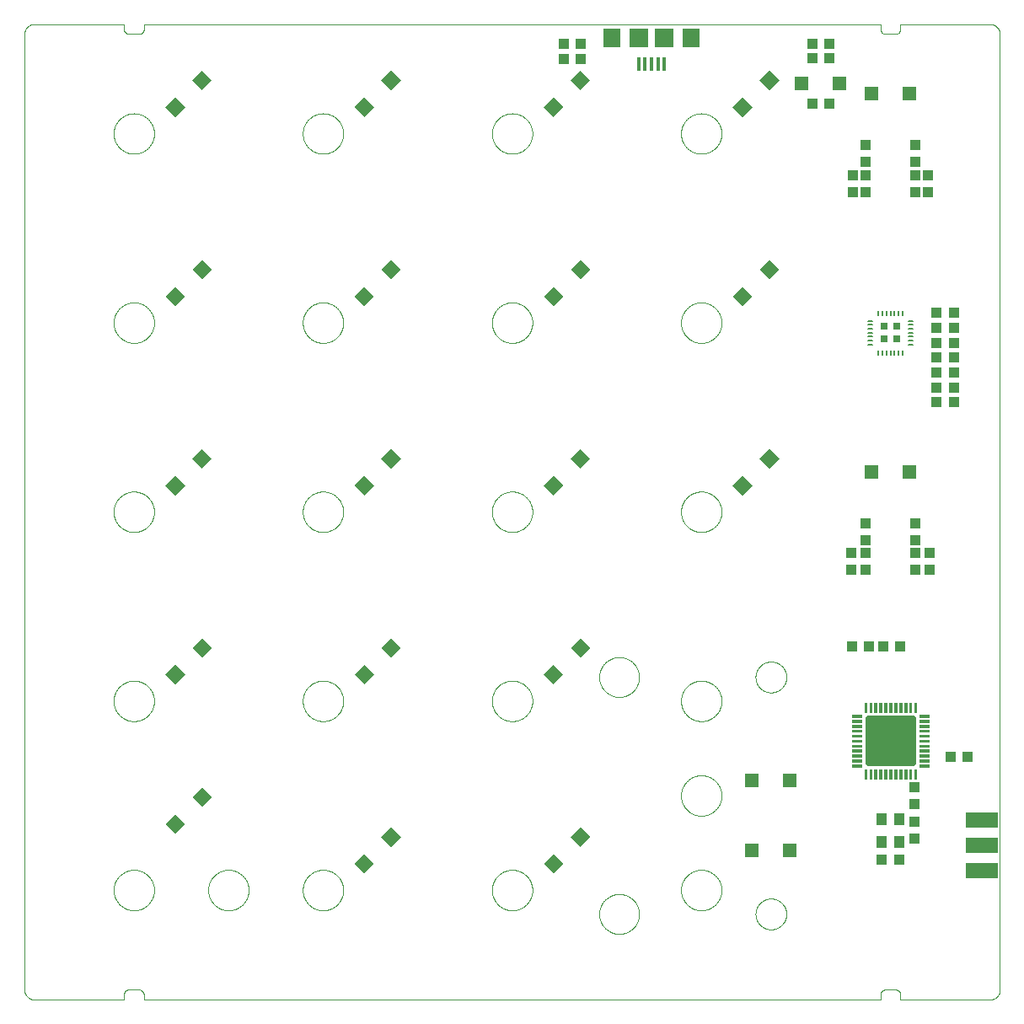
<source format=gbp>
G04 EAGLE Gerber RS-274X export*
G75*
%MOMM*%
%FSLAX34Y34*%
%LPD*%
%INBottom solder paste for stencil*%
%IPPOS*%
%AMOC8*
5,1,8,0,0,1.08239X$1,22.5*%
G01*
%ADD10C,0.000000*%
%ADD11R,1.400000X1.400000*%
%ADD12C,0.508000*%
%ADD13C,0.075000*%
%ADD14R,3.302000X1.524000*%
%ADD15R,1.000000X1.100000*%
%ADD16R,1.100000X1.300000*%
%ADD17R,1.100000X1.000000*%
%ADD18R,1.400000X1.400000*%
%ADD19C,0.180000*%
%ADD20R,0.700000X0.700000*%
%ADD21R,0.350000X1.400000*%
%ADD22R,1.800000X1.900000*%
%ADD23R,1.900000X1.900000*%


D10*
X970000Y980000D02*
X880000Y980000D01*
X880000Y975000D01*
X879998Y974860D01*
X879992Y974720D01*
X879982Y974580D01*
X879969Y974440D01*
X879951Y974301D01*
X879929Y974162D01*
X879904Y974025D01*
X879875Y973887D01*
X879842Y973751D01*
X879805Y973616D01*
X879764Y973482D01*
X879719Y973349D01*
X879671Y973217D01*
X879619Y973087D01*
X879564Y972958D01*
X879505Y972831D01*
X879442Y972705D01*
X879376Y972581D01*
X879307Y972460D01*
X879234Y972340D01*
X879157Y972222D01*
X879078Y972107D01*
X878995Y971993D01*
X878909Y971883D01*
X878820Y971774D01*
X878728Y971668D01*
X878633Y971565D01*
X878536Y971464D01*
X878435Y971367D01*
X878332Y971272D01*
X878226Y971180D01*
X878117Y971091D01*
X878007Y971005D01*
X877893Y970922D01*
X877778Y970843D01*
X877660Y970766D01*
X877540Y970693D01*
X877419Y970624D01*
X877295Y970558D01*
X877169Y970495D01*
X877042Y970436D01*
X876913Y970381D01*
X876783Y970329D01*
X876651Y970281D01*
X876518Y970236D01*
X876384Y970195D01*
X876249Y970158D01*
X876113Y970125D01*
X875975Y970096D01*
X875838Y970071D01*
X875699Y970049D01*
X875560Y970031D01*
X875420Y970018D01*
X875280Y970008D01*
X875140Y970002D01*
X875000Y970000D01*
X865000Y970000D01*
X864860Y970002D01*
X864720Y970008D01*
X864580Y970018D01*
X864440Y970031D01*
X864301Y970049D01*
X864162Y970071D01*
X864025Y970096D01*
X863887Y970125D01*
X863751Y970158D01*
X863616Y970195D01*
X863482Y970236D01*
X863349Y970281D01*
X863217Y970329D01*
X863087Y970381D01*
X862958Y970436D01*
X862831Y970495D01*
X862705Y970558D01*
X862581Y970624D01*
X862460Y970693D01*
X862340Y970766D01*
X862222Y970843D01*
X862107Y970922D01*
X861993Y971005D01*
X861883Y971091D01*
X861774Y971180D01*
X861668Y971272D01*
X861565Y971367D01*
X861464Y971464D01*
X861367Y971565D01*
X861272Y971668D01*
X861180Y971774D01*
X861091Y971883D01*
X861005Y971993D01*
X860922Y972107D01*
X860843Y972222D01*
X860766Y972340D01*
X860693Y972460D01*
X860624Y972581D01*
X860558Y972705D01*
X860495Y972831D01*
X860436Y972958D01*
X860381Y973087D01*
X860329Y973217D01*
X860281Y973349D01*
X860236Y973482D01*
X860195Y973616D01*
X860158Y973751D01*
X860125Y973887D01*
X860096Y974025D01*
X860071Y974162D01*
X860049Y974301D01*
X860031Y974440D01*
X860018Y974580D01*
X860008Y974720D01*
X860002Y974860D01*
X860000Y975000D01*
X860000Y980000D01*
X120000Y980000D01*
X120000Y975000D01*
X119998Y974860D01*
X119992Y974720D01*
X119982Y974580D01*
X119969Y974440D01*
X119951Y974301D01*
X119929Y974162D01*
X119904Y974025D01*
X119875Y973887D01*
X119842Y973751D01*
X119805Y973616D01*
X119764Y973482D01*
X119719Y973349D01*
X119671Y973217D01*
X119619Y973087D01*
X119564Y972958D01*
X119505Y972831D01*
X119442Y972705D01*
X119376Y972581D01*
X119307Y972460D01*
X119234Y972340D01*
X119157Y972222D01*
X119078Y972107D01*
X118995Y971993D01*
X118909Y971883D01*
X118820Y971774D01*
X118728Y971668D01*
X118633Y971565D01*
X118536Y971464D01*
X118435Y971367D01*
X118332Y971272D01*
X118226Y971180D01*
X118117Y971091D01*
X118007Y971005D01*
X117893Y970922D01*
X117778Y970843D01*
X117660Y970766D01*
X117540Y970693D01*
X117419Y970624D01*
X117295Y970558D01*
X117169Y970495D01*
X117042Y970436D01*
X116913Y970381D01*
X116783Y970329D01*
X116651Y970281D01*
X116518Y970236D01*
X116384Y970195D01*
X116249Y970158D01*
X116113Y970125D01*
X115975Y970096D01*
X115838Y970071D01*
X115699Y970049D01*
X115560Y970031D01*
X115420Y970018D01*
X115280Y970008D01*
X115140Y970002D01*
X115000Y970000D01*
X105000Y970000D01*
X104860Y970002D01*
X104720Y970008D01*
X104580Y970018D01*
X104440Y970031D01*
X104301Y970049D01*
X104162Y970071D01*
X104025Y970096D01*
X103887Y970125D01*
X103751Y970158D01*
X103616Y970195D01*
X103482Y970236D01*
X103349Y970281D01*
X103217Y970329D01*
X103087Y970381D01*
X102958Y970436D01*
X102831Y970495D01*
X102705Y970558D01*
X102581Y970624D01*
X102460Y970693D01*
X102340Y970766D01*
X102222Y970843D01*
X102107Y970922D01*
X101993Y971005D01*
X101883Y971091D01*
X101774Y971180D01*
X101668Y971272D01*
X101565Y971367D01*
X101464Y971464D01*
X101367Y971565D01*
X101272Y971668D01*
X101180Y971774D01*
X101091Y971883D01*
X101005Y971993D01*
X100922Y972107D01*
X100843Y972222D01*
X100766Y972340D01*
X100693Y972460D01*
X100624Y972581D01*
X100558Y972705D01*
X100495Y972831D01*
X100436Y972958D01*
X100381Y973087D01*
X100329Y973217D01*
X100281Y973349D01*
X100236Y973482D01*
X100195Y973616D01*
X100158Y973751D01*
X100125Y973887D01*
X100096Y974025D01*
X100071Y974162D01*
X100049Y974301D01*
X100031Y974440D01*
X100018Y974580D01*
X100008Y974720D01*
X100002Y974860D01*
X100000Y975000D01*
X100000Y980000D01*
X10000Y980000D01*
X9758Y979997D01*
X9517Y979988D01*
X9276Y979974D01*
X9035Y979953D01*
X8795Y979927D01*
X8555Y979895D01*
X8316Y979857D01*
X8079Y979814D01*
X7842Y979764D01*
X7607Y979709D01*
X7373Y979649D01*
X7141Y979582D01*
X6910Y979511D01*
X6681Y979433D01*
X6454Y979350D01*
X6229Y979262D01*
X6006Y979168D01*
X5786Y979069D01*
X5568Y978964D01*
X5353Y978855D01*
X5140Y978740D01*
X4930Y978620D01*
X4724Y978495D01*
X4520Y978365D01*
X4319Y978230D01*
X4122Y978090D01*
X3928Y977946D01*
X3738Y977797D01*
X3552Y977643D01*
X3369Y977485D01*
X3190Y977323D01*
X3015Y977156D01*
X2844Y976985D01*
X2677Y976810D01*
X2515Y976631D01*
X2357Y976448D01*
X2203Y976262D01*
X2054Y976072D01*
X1910Y975878D01*
X1770Y975681D01*
X1635Y975480D01*
X1505Y975276D01*
X1380Y975070D01*
X1260Y974860D01*
X1145Y974647D01*
X1036Y974432D01*
X931Y974214D01*
X832Y973994D01*
X738Y973771D01*
X650Y973546D01*
X567Y973319D01*
X489Y973090D01*
X418Y972859D01*
X351Y972627D01*
X291Y972393D01*
X236Y972158D01*
X186Y971921D01*
X143Y971684D01*
X105Y971445D01*
X73Y971205D01*
X47Y970965D01*
X26Y970724D01*
X12Y970483D01*
X3Y970242D01*
X0Y970000D01*
X0Y10000D01*
X3Y9758D01*
X12Y9517D01*
X26Y9276D01*
X47Y9035D01*
X73Y8795D01*
X105Y8555D01*
X143Y8316D01*
X186Y8079D01*
X236Y7842D01*
X291Y7607D01*
X351Y7373D01*
X418Y7141D01*
X489Y6910D01*
X567Y6681D01*
X650Y6454D01*
X738Y6229D01*
X832Y6006D01*
X931Y5786D01*
X1036Y5568D01*
X1145Y5353D01*
X1260Y5140D01*
X1380Y4930D01*
X1505Y4724D01*
X1635Y4520D01*
X1770Y4319D01*
X1910Y4122D01*
X2054Y3928D01*
X2203Y3738D01*
X2357Y3552D01*
X2515Y3369D01*
X2677Y3190D01*
X2844Y3015D01*
X3015Y2844D01*
X3190Y2677D01*
X3369Y2515D01*
X3552Y2357D01*
X3738Y2203D01*
X3928Y2054D01*
X4122Y1910D01*
X4319Y1770D01*
X4520Y1635D01*
X4724Y1505D01*
X4930Y1380D01*
X5140Y1260D01*
X5353Y1145D01*
X5568Y1036D01*
X5786Y931D01*
X6006Y832D01*
X6229Y738D01*
X6454Y650D01*
X6681Y567D01*
X6910Y489D01*
X7141Y418D01*
X7373Y351D01*
X7607Y291D01*
X7842Y236D01*
X8079Y186D01*
X8316Y143D01*
X8555Y105D01*
X8795Y73D01*
X9035Y47D01*
X9276Y26D01*
X9517Y12D01*
X9758Y3D01*
X10000Y0D01*
X100000Y0D01*
X100000Y5000D01*
X100002Y5140D01*
X100008Y5280D01*
X100018Y5420D01*
X100031Y5560D01*
X100049Y5699D01*
X100071Y5838D01*
X100096Y5975D01*
X100125Y6113D01*
X100158Y6249D01*
X100195Y6384D01*
X100236Y6518D01*
X100281Y6651D01*
X100329Y6783D01*
X100381Y6913D01*
X100436Y7042D01*
X100495Y7169D01*
X100558Y7295D01*
X100624Y7419D01*
X100693Y7540D01*
X100766Y7660D01*
X100843Y7778D01*
X100922Y7893D01*
X101005Y8007D01*
X101091Y8117D01*
X101180Y8226D01*
X101272Y8332D01*
X101367Y8435D01*
X101464Y8536D01*
X101565Y8633D01*
X101668Y8728D01*
X101774Y8820D01*
X101883Y8909D01*
X101993Y8995D01*
X102107Y9078D01*
X102222Y9157D01*
X102340Y9234D01*
X102460Y9307D01*
X102581Y9376D01*
X102705Y9442D01*
X102831Y9505D01*
X102958Y9564D01*
X103087Y9619D01*
X103217Y9671D01*
X103349Y9719D01*
X103482Y9764D01*
X103616Y9805D01*
X103751Y9842D01*
X103887Y9875D01*
X104025Y9904D01*
X104162Y9929D01*
X104301Y9951D01*
X104440Y9969D01*
X104580Y9982D01*
X104720Y9992D01*
X104860Y9998D01*
X105000Y10000D01*
X115000Y10000D01*
X115140Y9998D01*
X115280Y9992D01*
X115420Y9982D01*
X115560Y9969D01*
X115699Y9951D01*
X115838Y9929D01*
X115975Y9904D01*
X116113Y9875D01*
X116249Y9842D01*
X116384Y9805D01*
X116518Y9764D01*
X116651Y9719D01*
X116783Y9671D01*
X116913Y9619D01*
X117042Y9564D01*
X117169Y9505D01*
X117295Y9442D01*
X117419Y9376D01*
X117540Y9307D01*
X117660Y9234D01*
X117778Y9157D01*
X117893Y9078D01*
X118007Y8995D01*
X118117Y8909D01*
X118226Y8820D01*
X118332Y8728D01*
X118435Y8633D01*
X118536Y8536D01*
X118633Y8435D01*
X118728Y8332D01*
X118820Y8226D01*
X118909Y8117D01*
X118995Y8007D01*
X119078Y7893D01*
X119157Y7778D01*
X119234Y7660D01*
X119307Y7540D01*
X119376Y7419D01*
X119442Y7295D01*
X119505Y7169D01*
X119564Y7042D01*
X119619Y6913D01*
X119671Y6783D01*
X119719Y6651D01*
X119764Y6518D01*
X119805Y6384D01*
X119842Y6249D01*
X119875Y6113D01*
X119904Y5975D01*
X119929Y5838D01*
X119951Y5699D01*
X119969Y5560D01*
X119982Y5420D01*
X119992Y5280D01*
X119998Y5140D01*
X120000Y5000D01*
X120000Y0D01*
X860000Y0D01*
X860000Y5000D01*
X860002Y5140D01*
X860008Y5280D01*
X860018Y5420D01*
X860031Y5560D01*
X860049Y5699D01*
X860071Y5838D01*
X860096Y5975D01*
X860125Y6113D01*
X860158Y6249D01*
X860195Y6384D01*
X860236Y6518D01*
X860281Y6651D01*
X860329Y6783D01*
X860381Y6913D01*
X860436Y7042D01*
X860495Y7169D01*
X860558Y7295D01*
X860624Y7419D01*
X860693Y7540D01*
X860766Y7660D01*
X860843Y7778D01*
X860922Y7893D01*
X861005Y8007D01*
X861091Y8117D01*
X861180Y8226D01*
X861272Y8332D01*
X861367Y8435D01*
X861464Y8536D01*
X861565Y8633D01*
X861668Y8728D01*
X861774Y8820D01*
X861883Y8909D01*
X861993Y8995D01*
X862107Y9078D01*
X862222Y9157D01*
X862340Y9234D01*
X862460Y9307D01*
X862581Y9376D01*
X862705Y9442D01*
X862831Y9505D01*
X862958Y9564D01*
X863087Y9619D01*
X863217Y9671D01*
X863349Y9719D01*
X863482Y9764D01*
X863616Y9805D01*
X863751Y9842D01*
X863887Y9875D01*
X864025Y9904D01*
X864162Y9929D01*
X864301Y9951D01*
X864440Y9969D01*
X864580Y9982D01*
X864720Y9992D01*
X864860Y9998D01*
X865000Y10000D01*
X875000Y10000D01*
X875140Y9998D01*
X875280Y9992D01*
X875420Y9982D01*
X875560Y9969D01*
X875699Y9951D01*
X875838Y9929D01*
X875975Y9904D01*
X876113Y9875D01*
X876249Y9842D01*
X876384Y9805D01*
X876518Y9764D01*
X876651Y9719D01*
X876783Y9671D01*
X876913Y9619D01*
X877042Y9564D01*
X877169Y9505D01*
X877295Y9442D01*
X877419Y9376D01*
X877540Y9307D01*
X877660Y9234D01*
X877778Y9157D01*
X877893Y9078D01*
X878007Y8995D01*
X878117Y8909D01*
X878226Y8820D01*
X878332Y8728D01*
X878435Y8633D01*
X878536Y8536D01*
X878633Y8435D01*
X878728Y8332D01*
X878820Y8226D01*
X878909Y8117D01*
X878995Y8007D01*
X879078Y7893D01*
X879157Y7778D01*
X879234Y7660D01*
X879307Y7540D01*
X879376Y7419D01*
X879442Y7295D01*
X879505Y7169D01*
X879564Y7042D01*
X879619Y6913D01*
X879671Y6783D01*
X879719Y6651D01*
X879764Y6518D01*
X879805Y6384D01*
X879842Y6249D01*
X879875Y6113D01*
X879904Y5975D01*
X879929Y5838D01*
X879951Y5699D01*
X879969Y5560D01*
X879982Y5420D01*
X879992Y5280D01*
X879998Y5140D01*
X880000Y5000D01*
X880000Y0D01*
X970000Y0D01*
X970242Y3D01*
X970483Y12D01*
X970724Y26D01*
X970965Y47D01*
X971205Y73D01*
X971445Y105D01*
X971684Y143D01*
X971921Y186D01*
X972158Y236D01*
X972393Y291D01*
X972627Y351D01*
X972859Y418D01*
X973090Y489D01*
X973319Y567D01*
X973546Y650D01*
X973771Y738D01*
X973994Y832D01*
X974214Y931D01*
X974432Y1036D01*
X974647Y1145D01*
X974860Y1260D01*
X975070Y1380D01*
X975276Y1505D01*
X975480Y1635D01*
X975681Y1770D01*
X975878Y1910D01*
X976072Y2054D01*
X976262Y2203D01*
X976448Y2357D01*
X976631Y2515D01*
X976810Y2677D01*
X976985Y2844D01*
X977156Y3015D01*
X977323Y3190D01*
X977485Y3369D01*
X977643Y3552D01*
X977797Y3738D01*
X977946Y3928D01*
X978090Y4122D01*
X978230Y4319D01*
X978365Y4520D01*
X978495Y4724D01*
X978620Y4930D01*
X978740Y5140D01*
X978855Y5353D01*
X978964Y5568D01*
X979069Y5786D01*
X979168Y6006D01*
X979262Y6229D01*
X979350Y6454D01*
X979433Y6681D01*
X979511Y6910D01*
X979582Y7141D01*
X979649Y7373D01*
X979709Y7607D01*
X979764Y7842D01*
X979814Y8079D01*
X979857Y8316D01*
X979895Y8555D01*
X979927Y8795D01*
X979953Y9035D01*
X979974Y9276D01*
X979988Y9517D01*
X979997Y9758D01*
X980000Y10000D01*
X980000Y970000D01*
X979997Y970242D01*
X979988Y970483D01*
X979974Y970724D01*
X979953Y970965D01*
X979927Y971205D01*
X979895Y971445D01*
X979857Y971684D01*
X979814Y971921D01*
X979764Y972158D01*
X979709Y972393D01*
X979649Y972627D01*
X979582Y972859D01*
X979511Y973090D01*
X979433Y973319D01*
X979350Y973546D01*
X979262Y973771D01*
X979168Y973994D01*
X979069Y974214D01*
X978964Y974432D01*
X978855Y974647D01*
X978740Y974860D01*
X978620Y975070D01*
X978495Y975276D01*
X978365Y975480D01*
X978230Y975681D01*
X978090Y975878D01*
X977946Y976072D01*
X977797Y976262D01*
X977643Y976448D01*
X977485Y976631D01*
X977323Y976810D01*
X977156Y976985D01*
X976985Y977156D01*
X976810Y977323D01*
X976631Y977485D01*
X976448Y977643D01*
X976262Y977797D01*
X976072Y977946D01*
X975878Y978090D01*
X975681Y978230D01*
X975480Y978365D01*
X975276Y978495D01*
X975070Y978620D01*
X974860Y978740D01*
X974647Y978855D01*
X974432Y978964D01*
X974214Y979069D01*
X973994Y979168D01*
X973771Y979262D01*
X973546Y979350D01*
X973319Y979433D01*
X973090Y979511D01*
X972859Y979582D01*
X972627Y979649D01*
X972393Y979709D01*
X972158Y979764D01*
X971921Y979814D01*
X971684Y979857D01*
X971445Y979895D01*
X971205Y979927D01*
X970965Y979953D01*
X970724Y979974D01*
X970483Y979988D01*
X970242Y979997D01*
X970000Y980000D01*
X734500Y324000D02*
X734505Y324380D01*
X734519Y324761D01*
X734542Y325140D01*
X734575Y325519D01*
X734617Y325897D01*
X734668Y326274D01*
X734728Y326650D01*
X734798Y327024D01*
X734877Y327396D01*
X734965Y327766D01*
X735061Y328134D01*
X735167Y328499D01*
X735282Y328862D01*
X735406Y329222D01*
X735539Y329578D01*
X735680Y329932D01*
X735830Y330281D01*
X735988Y330627D01*
X736155Y330969D01*
X736330Y331307D01*
X736514Y331640D01*
X736705Y331969D01*
X736905Y332292D01*
X737112Y332611D01*
X737327Y332925D01*
X737550Y333233D01*
X737781Y333536D01*
X738018Y333833D01*
X738263Y334124D01*
X738515Y334409D01*
X738774Y334688D01*
X739040Y334960D01*
X739312Y335226D01*
X739591Y335485D01*
X739876Y335737D01*
X740167Y335982D01*
X740464Y336219D01*
X740767Y336450D01*
X741075Y336673D01*
X741389Y336888D01*
X741708Y337095D01*
X742031Y337295D01*
X742360Y337486D01*
X742693Y337670D01*
X743031Y337845D01*
X743373Y338012D01*
X743719Y338170D01*
X744068Y338320D01*
X744422Y338461D01*
X744778Y338594D01*
X745138Y338718D01*
X745501Y338833D01*
X745866Y338939D01*
X746234Y339035D01*
X746604Y339123D01*
X746976Y339202D01*
X747350Y339272D01*
X747726Y339332D01*
X748103Y339383D01*
X748481Y339425D01*
X748860Y339458D01*
X749239Y339481D01*
X749620Y339495D01*
X750000Y339500D01*
X750380Y339495D01*
X750761Y339481D01*
X751140Y339458D01*
X751519Y339425D01*
X751897Y339383D01*
X752274Y339332D01*
X752650Y339272D01*
X753024Y339202D01*
X753396Y339123D01*
X753766Y339035D01*
X754134Y338939D01*
X754499Y338833D01*
X754862Y338718D01*
X755222Y338594D01*
X755578Y338461D01*
X755932Y338320D01*
X756281Y338170D01*
X756627Y338012D01*
X756969Y337845D01*
X757307Y337670D01*
X757640Y337486D01*
X757969Y337295D01*
X758292Y337095D01*
X758611Y336888D01*
X758925Y336673D01*
X759233Y336450D01*
X759536Y336219D01*
X759833Y335982D01*
X760124Y335737D01*
X760409Y335485D01*
X760688Y335226D01*
X760960Y334960D01*
X761226Y334688D01*
X761485Y334409D01*
X761737Y334124D01*
X761982Y333833D01*
X762219Y333536D01*
X762450Y333233D01*
X762673Y332925D01*
X762888Y332611D01*
X763095Y332292D01*
X763295Y331969D01*
X763486Y331640D01*
X763670Y331307D01*
X763845Y330969D01*
X764012Y330627D01*
X764170Y330281D01*
X764320Y329932D01*
X764461Y329578D01*
X764594Y329222D01*
X764718Y328862D01*
X764833Y328499D01*
X764939Y328134D01*
X765035Y327766D01*
X765123Y327396D01*
X765202Y327024D01*
X765272Y326650D01*
X765332Y326274D01*
X765383Y325897D01*
X765425Y325519D01*
X765458Y325140D01*
X765481Y324761D01*
X765495Y324380D01*
X765500Y324000D01*
X765495Y323620D01*
X765481Y323239D01*
X765458Y322860D01*
X765425Y322481D01*
X765383Y322103D01*
X765332Y321726D01*
X765272Y321350D01*
X765202Y320976D01*
X765123Y320604D01*
X765035Y320234D01*
X764939Y319866D01*
X764833Y319501D01*
X764718Y319138D01*
X764594Y318778D01*
X764461Y318422D01*
X764320Y318068D01*
X764170Y317719D01*
X764012Y317373D01*
X763845Y317031D01*
X763670Y316693D01*
X763486Y316360D01*
X763295Y316031D01*
X763095Y315708D01*
X762888Y315389D01*
X762673Y315075D01*
X762450Y314767D01*
X762219Y314464D01*
X761982Y314167D01*
X761737Y313876D01*
X761485Y313591D01*
X761226Y313312D01*
X760960Y313040D01*
X760688Y312774D01*
X760409Y312515D01*
X760124Y312263D01*
X759833Y312018D01*
X759536Y311781D01*
X759233Y311550D01*
X758925Y311327D01*
X758611Y311112D01*
X758292Y310905D01*
X757969Y310705D01*
X757640Y310514D01*
X757307Y310330D01*
X756969Y310155D01*
X756627Y309988D01*
X756281Y309830D01*
X755932Y309680D01*
X755578Y309539D01*
X755222Y309406D01*
X754862Y309282D01*
X754499Y309167D01*
X754134Y309061D01*
X753766Y308965D01*
X753396Y308877D01*
X753024Y308798D01*
X752650Y308728D01*
X752274Y308668D01*
X751897Y308617D01*
X751519Y308575D01*
X751140Y308542D01*
X750761Y308519D01*
X750380Y308505D01*
X750000Y308500D01*
X749620Y308505D01*
X749239Y308519D01*
X748860Y308542D01*
X748481Y308575D01*
X748103Y308617D01*
X747726Y308668D01*
X747350Y308728D01*
X746976Y308798D01*
X746604Y308877D01*
X746234Y308965D01*
X745866Y309061D01*
X745501Y309167D01*
X745138Y309282D01*
X744778Y309406D01*
X744422Y309539D01*
X744068Y309680D01*
X743719Y309830D01*
X743373Y309988D01*
X743031Y310155D01*
X742693Y310330D01*
X742360Y310514D01*
X742031Y310705D01*
X741708Y310905D01*
X741389Y311112D01*
X741075Y311327D01*
X740767Y311550D01*
X740464Y311781D01*
X740167Y312018D01*
X739876Y312263D01*
X739591Y312515D01*
X739312Y312774D01*
X739040Y313040D01*
X738774Y313312D01*
X738515Y313591D01*
X738263Y313876D01*
X738018Y314167D01*
X737781Y314464D01*
X737550Y314767D01*
X737327Y315075D01*
X737112Y315389D01*
X736905Y315708D01*
X736705Y316031D01*
X736514Y316360D01*
X736330Y316693D01*
X736155Y317031D01*
X735988Y317373D01*
X735830Y317719D01*
X735680Y318068D01*
X735539Y318422D01*
X735406Y318778D01*
X735282Y319138D01*
X735167Y319501D01*
X735061Y319866D01*
X734965Y320234D01*
X734877Y320604D01*
X734798Y320976D01*
X734728Y321350D01*
X734668Y321726D01*
X734617Y322103D01*
X734575Y322481D01*
X734542Y322860D01*
X734519Y323239D01*
X734505Y323620D01*
X734500Y324000D01*
X734500Y86000D02*
X734505Y86380D01*
X734519Y86761D01*
X734542Y87140D01*
X734575Y87519D01*
X734617Y87897D01*
X734668Y88274D01*
X734728Y88650D01*
X734798Y89024D01*
X734877Y89396D01*
X734965Y89766D01*
X735061Y90134D01*
X735167Y90499D01*
X735282Y90862D01*
X735406Y91222D01*
X735539Y91578D01*
X735680Y91932D01*
X735830Y92281D01*
X735988Y92627D01*
X736155Y92969D01*
X736330Y93307D01*
X736514Y93640D01*
X736705Y93969D01*
X736905Y94292D01*
X737112Y94611D01*
X737327Y94925D01*
X737550Y95233D01*
X737781Y95536D01*
X738018Y95833D01*
X738263Y96124D01*
X738515Y96409D01*
X738774Y96688D01*
X739040Y96960D01*
X739312Y97226D01*
X739591Y97485D01*
X739876Y97737D01*
X740167Y97982D01*
X740464Y98219D01*
X740767Y98450D01*
X741075Y98673D01*
X741389Y98888D01*
X741708Y99095D01*
X742031Y99295D01*
X742360Y99486D01*
X742693Y99670D01*
X743031Y99845D01*
X743373Y100012D01*
X743719Y100170D01*
X744068Y100320D01*
X744422Y100461D01*
X744778Y100594D01*
X745138Y100718D01*
X745501Y100833D01*
X745866Y100939D01*
X746234Y101035D01*
X746604Y101123D01*
X746976Y101202D01*
X747350Y101272D01*
X747726Y101332D01*
X748103Y101383D01*
X748481Y101425D01*
X748860Y101458D01*
X749239Y101481D01*
X749620Y101495D01*
X750000Y101500D01*
X750380Y101495D01*
X750761Y101481D01*
X751140Y101458D01*
X751519Y101425D01*
X751897Y101383D01*
X752274Y101332D01*
X752650Y101272D01*
X753024Y101202D01*
X753396Y101123D01*
X753766Y101035D01*
X754134Y100939D01*
X754499Y100833D01*
X754862Y100718D01*
X755222Y100594D01*
X755578Y100461D01*
X755932Y100320D01*
X756281Y100170D01*
X756627Y100012D01*
X756969Y99845D01*
X757307Y99670D01*
X757640Y99486D01*
X757969Y99295D01*
X758292Y99095D01*
X758611Y98888D01*
X758925Y98673D01*
X759233Y98450D01*
X759536Y98219D01*
X759833Y97982D01*
X760124Y97737D01*
X760409Y97485D01*
X760688Y97226D01*
X760960Y96960D01*
X761226Y96688D01*
X761485Y96409D01*
X761737Y96124D01*
X761982Y95833D01*
X762219Y95536D01*
X762450Y95233D01*
X762673Y94925D01*
X762888Y94611D01*
X763095Y94292D01*
X763295Y93969D01*
X763486Y93640D01*
X763670Y93307D01*
X763845Y92969D01*
X764012Y92627D01*
X764170Y92281D01*
X764320Y91932D01*
X764461Y91578D01*
X764594Y91222D01*
X764718Y90862D01*
X764833Y90499D01*
X764939Y90134D01*
X765035Y89766D01*
X765123Y89396D01*
X765202Y89024D01*
X765272Y88650D01*
X765332Y88274D01*
X765383Y87897D01*
X765425Y87519D01*
X765458Y87140D01*
X765481Y86761D01*
X765495Y86380D01*
X765500Y86000D01*
X765495Y85620D01*
X765481Y85239D01*
X765458Y84860D01*
X765425Y84481D01*
X765383Y84103D01*
X765332Y83726D01*
X765272Y83350D01*
X765202Y82976D01*
X765123Y82604D01*
X765035Y82234D01*
X764939Y81866D01*
X764833Y81501D01*
X764718Y81138D01*
X764594Y80778D01*
X764461Y80422D01*
X764320Y80068D01*
X764170Y79719D01*
X764012Y79373D01*
X763845Y79031D01*
X763670Y78693D01*
X763486Y78360D01*
X763295Y78031D01*
X763095Y77708D01*
X762888Y77389D01*
X762673Y77075D01*
X762450Y76767D01*
X762219Y76464D01*
X761982Y76167D01*
X761737Y75876D01*
X761485Y75591D01*
X761226Y75312D01*
X760960Y75040D01*
X760688Y74774D01*
X760409Y74515D01*
X760124Y74263D01*
X759833Y74018D01*
X759536Y73781D01*
X759233Y73550D01*
X758925Y73327D01*
X758611Y73112D01*
X758292Y72905D01*
X757969Y72705D01*
X757640Y72514D01*
X757307Y72330D01*
X756969Y72155D01*
X756627Y71988D01*
X756281Y71830D01*
X755932Y71680D01*
X755578Y71539D01*
X755222Y71406D01*
X754862Y71282D01*
X754499Y71167D01*
X754134Y71061D01*
X753766Y70965D01*
X753396Y70877D01*
X753024Y70798D01*
X752650Y70728D01*
X752274Y70668D01*
X751897Y70617D01*
X751519Y70575D01*
X751140Y70542D01*
X750761Y70519D01*
X750380Y70505D01*
X750000Y70500D01*
X749620Y70505D01*
X749239Y70519D01*
X748860Y70542D01*
X748481Y70575D01*
X748103Y70617D01*
X747726Y70668D01*
X747350Y70728D01*
X746976Y70798D01*
X746604Y70877D01*
X746234Y70965D01*
X745866Y71061D01*
X745501Y71167D01*
X745138Y71282D01*
X744778Y71406D01*
X744422Y71539D01*
X744068Y71680D01*
X743719Y71830D01*
X743373Y71988D01*
X743031Y72155D01*
X742693Y72330D01*
X742360Y72514D01*
X742031Y72705D01*
X741708Y72905D01*
X741389Y73112D01*
X741075Y73327D01*
X740767Y73550D01*
X740464Y73781D01*
X740167Y74018D01*
X739876Y74263D01*
X739591Y74515D01*
X739312Y74774D01*
X739040Y75040D01*
X738774Y75312D01*
X738515Y75591D01*
X738263Y75876D01*
X738018Y76167D01*
X737781Y76464D01*
X737550Y76767D01*
X737327Y77075D01*
X737112Y77389D01*
X736905Y77708D01*
X736705Y78031D01*
X736514Y78360D01*
X736330Y78693D01*
X736155Y79031D01*
X735988Y79373D01*
X735830Y79719D01*
X735680Y80068D01*
X735539Y80422D01*
X735406Y80778D01*
X735282Y81138D01*
X735167Y81501D01*
X735061Y81866D01*
X734965Y82234D01*
X734877Y82604D01*
X734798Y82976D01*
X734728Y83350D01*
X734668Y83726D01*
X734617Y84103D01*
X734575Y84481D01*
X734542Y84860D01*
X734519Y85239D01*
X734505Y85620D01*
X734500Y86000D01*
X577500Y86000D02*
X577506Y86491D01*
X577524Y86981D01*
X577554Y87471D01*
X577596Y87960D01*
X577650Y88448D01*
X577716Y88935D01*
X577794Y89419D01*
X577884Y89902D01*
X577986Y90382D01*
X578099Y90860D01*
X578224Y91334D01*
X578361Y91806D01*
X578509Y92274D01*
X578669Y92738D01*
X578840Y93198D01*
X579022Y93654D01*
X579216Y94105D01*
X579420Y94551D01*
X579636Y94992D01*
X579862Y95428D01*
X580098Y95858D01*
X580345Y96282D01*
X580603Y96700D01*
X580871Y97111D01*
X581148Y97516D01*
X581436Y97914D01*
X581733Y98305D01*
X582040Y98688D01*
X582356Y99063D01*
X582681Y99431D01*
X583015Y99791D01*
X583358Y100142D01*
X583709Y100485D01*
X584069Y100819D01*
X584437Y101144D01*
X584812Y101460D01*
X585195Y101767D01*
X585586Y102064D01*
X585984Y102352D01*
X586389Y102629D01*
X586800Y102897D01*
X587218Y103155D01*
X587642Y103402D01*
X588072Y103638D01*
X588508Y103864D01*
X588949Y104080D01*
X589395Y104284D01*
X589846Y104478D01*
X590302Y104660D01*
X590762Y104831D01*
X591226Y104991D01*
X591694Y105139D01*
X592166Y105276D01*
X592640Y105401D01*
X593118Y105514D01*
X593598Y105616D01*
X594081Y105706D01*
X594565Y105784D01*
X595052Y105850D01*
X595540Y105904D01*
X596029Y105946D01*
X596519Y105976D01*
X597009Y105994D01*
X597500Y106000D01*
X597991Y105994D01*
X598481Y105976D01*
X598971Y105946D01*
X599460Y105904D01*
X599948Y105850D01*
X600435Y105784D01*
X600919Y105706D01*
X601402Y105616D01*
X601882Y105514D01*
X602360Y105401D01*
X602834Y105276D01*
X603306Y105139D01*
X603774Y104991D01*
X604238Y104831D01*
X604698Y104660D01*
X605154Y104478D01*
X605605Y104284D01*
X606051Y104080D01*
X606492Y103864D01*
X606928Y103638D01*
X607358Y103402D01*
X607782Y103155D01*
X608200Y102897D01*
X608611Y102629D01*
X609016Y102352D01*
X609414Y102064D01*
X609805Y101767D01*
X610188Y101460D01*
X610563Y101144D01*
X610931Y100819D01*
X611291Y100485D01*
X611642Y100142D01*
X611985Y99791D01*
X612319Y99431D01*
X612644Y99063D01*
X612960Y98688D01*
X613267Y98305D01*
X613564Y97914D01*
X613852Y97516D01*
X614129Y97111D01*
X614397Y96700D01*
X614655Y96282D01*
X614902Y95858D01*
X615138Y95428D01*
X615364Y94992D01*
X615580Y94551D01*
X615784Y94105D01*
X615978Y93654D01*
X616160Y93198D01*
X616331Y92738D01*
X616491Y92274D01*
X616639Y91806D01*
X616776Y91334D01*
X616901Y90860D01*
X617014Y90382D01*
X617116Y89902D01*
X617206Y89419D01*
X617284Y88935D01*
X617350Y88448D01*
X617404Y87960D01*
X617446Y87471D01*
X617476Y86981D01*
X617494Y86491D01*
X617500Y86000D01*
X617494Y85509D01*
X617476Y85019D01*
X617446Y84529D01*
X617404Y84040D01*
X617350Y83552D01*
X617284Y83065D01*
X617206Y82581D01*
X617116Y82098D01*
X617014Y81618D01*
X616901Y81140D01*
X616776Y80666D01*
X616639Y80194D01*
X616491Y79726D01*
X616331Y79262D01*
X616160Y78802D01*
X615978Y78346D01*
X615784Y77895D01*
X615580Y77449D01*
X615364Y77008D01*
X615138Y76572D01*
X614902Y76142D01*
X614655Y75718D01*
X614397Y75300D01*
X614129Y74889D01*
X613852Y74484D01*
X613564Y74086D01*
X613267Y73695D01*
X612960Y73312D01*
X612644Y72937D01*
X612319Y72569D01*
X611985Y72209D01*
X611642Y71858D01*
X611291Y71515D01*
X610931Y71181D01*
X610563Y70856D01*
X610188Y70540D01*
X609805Y70233D01*
X609414Y69936D01*
X609016Y69648D01*
X608611Y69371D01*
X608200Y69103D01*
X607782Y68845D01*
X607358Y68598D01*
X606928Y68362D01*
X606492Y68136D01*
X606051Y67920D01*
X605605Y67716D01*
X605154Y67522D01*
X604698Y67340D01*
X604238Y67169D01*
X603774Y67009D01*
X603306Y66861D01*
X602834Y66724D01*
X602360Y66599D01*
X601882Y66486D01*
X601402Y66384D01*
X600919Y66294D01*
X600435Y66216D01*
X599948Y66150D01*
X599460Y66096D01*
X598971Y66054D01*
X598481Y66024D01*
X597991Y66006D01*
X597500Y66000D01*
X597009Y66006D01*
X596519Y66024D01*
X596029Y66054D01*
X595540Y66096D01*
X595052Y66150D01*
X594565Y66216D01*
X594081Y66294D01*
X593598Y66384D01*
X593118Y66486D01*
X592640Y66599D01*
X592166Y66724D01*
X591694Y66861D01*
X591226Y67009D01*
X590762Y67169D01*
X590302Y67340D01*
X589846Y67522D01*
X589395Y67716D01*
X588949Y67920D01*
X588508Y68136D01*
X588072Y68362D01*
X587642Y68598D01*
X587218Y68845D01*
X586800Y69103D01*
X586389Y69371D01*
X585984Y69648D01*
X585586Y69936D01*
X585195Y70233D01*
X584812Y70540D01*
X584437Y70856D01*
X584069Y71181D01*
X583709Y71515D01*
X583358Y71858D01*
X583015Y72209D01*
X582681Y72569D01*
X582356Y72937D01*
X582040Y73312D01*
X581733Y73695D01*
X581436Y74086D01*
X581148Y74484D01*
X580871Y74889D01*
X580603Y75300D01*
X580345Y75718D01*
X580098Y76142D01*
X579862Y76572D01*
X579636Y77008D01*
X579420Y77449D01*
X579216Y77895D01*
X579022Y78346D01*
X578840Y78802D01*
X578669Y79262D01*
X578509Y79726D01*
X578361Y80194D01*
X578224Y80666D01*
X578099Y81140D01*
X577986Y81618D01*
X577884Y82098D01*
X577794Y82581D01*
X577716Y83065D01*
X577650Y83552D01*
X577596Y84040D01*
X577554Y84529D01*
X577524Y85019D01*
X577506Y85509D01*
X577500Y86000D01*
X577500Y324000D02*
X577506Y324491D01*
X577524Y324981D01*
X577554Y325471D01*
X577596Y325960D01*
X577650Y326448D01*
X577716Y326935D01*
X577794Y327419D01*
X577884Y327902D01*
X577986Y328382D01*
X578099Y328860D01*
X578224Y329334D01*
X578361Y329806D01*
X578509Y330274D01*
X578669Y330738D01*
X578840Y331198D01*
X579022Y331654D01*
X579216Y332105D01*
X579420Y332551D01*
X579636Y332992D01*
X579862Y333428D01*
X580098Y333858D01*
X580345Y334282D01*
X580603Y334700D01*
X580871Y335111D01*
X581148Y335516D01*
X581436Y335914D01*
X581733Y336305D01*
X582040Y336688D01*
X582356Y337063D01*
X582681Y337431D01*
X583015Y337791D01*
X583358Y338142D01*
X583709Y338485D01*
X584069Y338819D01*
X584437Y339144D01*
X584812Y339460D01*
X585195Y339767D01*
X585586Y340064D01*
X585984Y340352D01*
X586389Y340629D01*
X586800Y340897D01*
X587218Y341155D01*
X587642Y341402D01*
X588072Y341638D01*
X588508Y341864D01*
X588949Y342080D01*
X589395Y342284D01*
X589846Y342478D01*
X590302Y342660D01*
X590762Y342831D01*
X591226Y342991D01*
X591694Y343139D01*
X592166Y343276D01*
X592640Y343401D01*
X593118Y343514D01*
X593598Y343616D01*
X594081Y343706D01*
X594565Y343784D01*
X595052Y343850D01*
X595540Y343904D01*
X596029Y343946D01*
X596519Y343976D01*
X597009Y343994D01*
X597500Y344000D01*
X597991Y343994D01*
X598481Y343976D01*
X598971Y343946D01*
X599460Y343904D01*
X599948Y343850D01*
X600435Y343784D01*
X600919Y343706D01*
X601402Y343616D01*
X601882Y343514D01*
X602360Y343401D01*
X602834Y343276D01*
X603306Y343139D01*
X603774Y342991D01*
X604238Y342831D01*
X604698Y342660D01*
X605154Y342478D01*
X605605Y342284D01*
X606051Y342080D01*
X606492Y341864D01*
X606928Y341638D01*
X607358Y341402D01*
X607782Y341155D01*
X608200Y340897D01*
X608611Y340629D01*
X609016Y340352D01*
X609414Y340064D01*
X609805Y339767D01*
X610188Y339460D01*
X610563Y339144D01*
X610931Y338819D01*
X611291Y338485D01*
X611642Y338142D01*
X611985Y337791D01*
X612319Y337431D01*
X612644Y337063D01*
X612960Y336688D01*
X613267Y336305D01*
X613564Y335914D01*
X613852Y335516D01*
X614129Y335111D01*
X614397Y334700D01*
X614655Y334282D01*
X614902Y333858D01*
X615138Y333428D01*
X615364Y332992D01*
X615580Y332551D01*
X615784Y332105D01*
X615978Y331654D01*
X616160Y331198D01*
X616331Y330738D01*
X616491Y330274D01*
X616639Y329806D01*
X616776Y329334D01*
X616901Y328860D01*
X617014Y328382D01*
X617116Y327902D01*
X617206Y327419D01*
X617284Y326935D01*
X617350Y326448D01*
X617404Y325960D01*
X617446Y325471D01*
X617476Y324981D01*
X617494Y324491D01*
X617500Y324000D01*
X617494Y323509D01*
X617476Y323019D01*
X617446Y322529D01*
X617404Y322040D01*
X617350Y321552D01*
X617284Y321065D01*
X617206Y320581D01*
X617116Y320098D01*
X617014Y319618D01*
X616901Y319140D01*
X616776Y318666D01*
X616639Y318194D01*
X616491Y317726D01*
X616331Y317262D01*
X616160Y316802D01*
X615978Y316346D01*
X615784Y315895D01*
X615580Y315449D01*
X615364Y315008D01*
X615138Y314572D01*
X614902Y314142D01*
X614655Y313718D01*
X614397Y313300D01*
X614129Y312889D01*
X613852Y312484D01*
X613564Y312086D01*
X613267Y311695D01*
X612960Y311312D01*
X612644Y310937D01*
X612319Y310569D01*
X611985Y310209D01*
X611642Y309858D01*
X611291Y309515D01*
X610931Y309181D01*
X610563Y308856D01*
X610188Y308540D01*
X609805Y308233D01*
X609414Y307936D01*
X609016Y307648D01*
X608611Y307371D01*
X608200Y307103D01*
X607782Y306845D01*
X607358Y306598D01*
X606928Y306362D01*
X606492Y306136D01*
X606051Y305920D01*
X605605Y305716D01*
X605154Y305522D01*
X604698Y305340D01*
X604238Y305169D01*
X603774Y305009D01*
X603306Y304861D01*
X602834Y304724D01*
X602360Y304599D01*
X601882Y304486D01*
X601402Y304384D01*
X600919Y304294D01*
X600435Y304216D01*
X599948Y304150D01*
X599460Y304096D01*
X598971Y304054D01*
X598481Y304024D01*
X597991Y304006D01*
X597500Y304000D01*
X597009Y304006D01*
X596519Y304024D01*
X596029Y304054D01*
X595540Y304096D01*
X595052Y304150D01*
X594565Y304216D01*
X594081Y304294D01*
X593598Y304384D01*
X593118Y304486D01*
X592640Y304599D01*
X592166Y304724D01*
X591694Y304861D01*
X591226Y305009D01*
X590762Y305169D01*
X590302Y305340D01*
X589846Y305522D01*
X589395Y305716D01*
X588949Y305920D01*
X588508Y306136D01*
X588072Y306362D01*
X587642Y306598D01*
X587218Y306845D01*
X586800Y307103D01*
X586389Y307371D01*
X585984Y307648D01*
X585586Y307936D01*
X585195Y308233D01*
X584812Y308540D01*
X584437Y308856D01*
X584069Y309181D01*
X583709Y309515D01*
X583358Y309858D01*
X583015Y310209D01*
X582681Y310569D01*
X582356Y310937D01*
X582040Y311312D01*
X581733Y311695D01*
X581436Y312086D01*
X581148Y312484D01*
X580871Y312889D01*
X580603Y313300D01*
X580345Y313718D01*
X580098Y314142D01*
X579862Y314572D01*
X579636Y315008D01*
X579420Y315449D01*
X579216Y315895D01*
X579022Y316346D01*
X578840Y316802D01*
X578669Y317262D01*
X578509Y317726D01*
X578361Y318194D01*
X578224Y318666D01*
X578099Y319140D01*
X577986Y319618D01*
X577884Y320098D01*
X577794Y320581D01*
X577716Y321065D01*
X577650Y321552D01*
X577596Y322040D01*
X577554Y322529D01*
X577524Y323019D01*
X577506Y323509D01*
X577500Y324000D01*
X89680Y870000D02*
X89686Y870499D01*
X89704Y870997D01*
X89735Y871495D01*
X89778Y871992D01*
X89833Y872487D01*
X89900Y872982D01*
X89979Y873474D01*
X90070Y873964D01*
X90174Y874452D01*
X90289Y874937D01*
X90416Y875420D01*
X90555Y875899D01*
X90706Y876374D01*
X90868Y876846D01*
X91042Y877313D01*
X91227Y877776D01*
X91423Y878235D01*
X91631Y878688D01*
X91850Y879136D01*
X92079Y879579D01*
X92320Y880016D01*
X92571Y880447D01*
X92833Y880871D01*
X93105Y881289D01*
X93387Y881700D01*
X93679Y882105D01*
X93981Y882502D01*
X94292Y882891D01*
X94614Y883272D01*
X94944Y883646D01*
X95283Y884011D01*
X95632Y884368D01*
X95989Y884717D01*
X96354Y885056D01*
X96728Y885386D01*
X97109Y885708D01*
X97498Y886019D01*
X97895Y886321D01*
X98300Y886613D01*
X98711Y886895D01*
X99129Y887167D01*
X99553Y887429D01*
X99984Y887680D01*
X100421Y887921D01*
X100864Y888150D01*
X101312Y888369D01*
X101765Y888577D01*
X102224Y888773D01*
X102687Y888958D01*
X103154Y889132D01*
X103626Y889294D01*
X104101Y889445D01*
X104580Y889584D01*
X105063Y889711D01*
X105548Y889826D01*
X106036Y889930D01*
X106526Y890021D01*
X107018Y890100D01*
X107513Y890167D01*
X108008Y890222D01*
X108505Y890265D01*
X109003Y890296D01*
X109501Y890314D01*
X110000Y890320D01*
X110499Y890314D01*
X110997Y890296D01*
X111495Y890265D01*
X111992Y890222D01*
X112487Y890167D01*
X112982Y890100D01*
X113474Y890021D01*
X113964Y889930D01*
X114452Y889826D01*
X114937Y889711D01*
X115420Y889584D01*
X115899Y889445D01*
X116374Y889294D01*
X116846Y889132D01*
X117313Y888958D01*
X117776Y888773D01*
X118235Y888577D01*
X118688Y888369D01*
X119136Y888150D01*
X119579Y887921D01*
X120016Y887680D01*
X120447Y887429D01*
X120871Y887167D01*
X121289Y886895D01*
X121700Y886613D01*
X122105Y886321D01*
X122502Y886019D01*
X122891Y885708D01*
X123272Y885386D01*
X123646Y885056D01*
X124011Y884717D01*
X124368Y884368D01*
X124717Y884011D01*
X125056Y883646D01*
X125386Y883272D01*
X125708Y882891D01*
X126019Y882502D01*
X126321Y882105D01*
X126613Y881700D01*
X126895Y881289D01*
X127167Y880871D01*
X127429Y880447D01*
X127680Y880016D01*
X127921Y879579D01*
X128150Y879136D01*
X128369Y878688D01*
X128577Y878235D01*
X128773Y877776D01*
X128958Y877313D01*
X129132Y876846D01*
X129294Y876374D01*
X129445Y875899D01*
X129584Y875420D01*
X129711Y874937D01*
X129826Y874452D01*
X129930Y873964D01*
X130021Y873474D01*
X130100Y872982D01*
X130167Y872487D01*
X130222Y871992D01*
X130265Y871495D01*
X130296Y870997D01*
X130314Y870499D01*
X130320Y870000D01*
X130314Y869501D01*
X130296Y869003D01*
X130265Y868505D01*
X130222Y868008D01*
X130167Y867513D01*
X130100Y867018D01*
X130021Y866526D01*
X129930Y866036D01*
X129826Y865548D01*
X129711Y865063D01*
X129584Y864580D01*
X129445Y864101D01*
X129294Y863626D01*
X129132Y863154D01*
X128958Y862687D01*
X128773Y862224D01*
X128577Y861765D01*
X128369Y861312D01*
X128150Y860864D01*
X127921Y860421D01*
X127680Y859984D01*
X127429Y859553D01*
X127167Y859129D01*
X126895Y858711D01*
X126613Y858300D01*
X126321Y857895D01*
X126019Y857498D01*
X125708Y857109D01*
X125386Y856728D01*
X125056Y856354D01*
X124717Y855989D01*
X124368Y855632D01*
X124011Y855283D01*
X123646Y854944D01*
X123272Y854614D01*
X122891Y854292D01*
X122502Y853981D01*
X122105Y853679D01*
X121700Y853387D01*
X121289Y853105D01*
X120871Y852833D01*
X120447Y852571D01*
X120016Y852320D01*
X119579Y852079D01*
X119136Y851850D01*
X118688Y851631D01*
X118235Y851423D01*
X117776Y851227D01*
X117313Y851042D01*
X116846Y850868D01*
X116374Y850706D01*
X115899Y850555D01*
X115420Y850416D01*
X114937Y850289D01*
X114452Y850174D01*
X113964Y850070D01*
X113474Y849979D01*
X112982Y849900D01*
X112487Y849833D01*
X111992Y849778D01*
X111495Y849735D01*
X110997Y849704D01*
X110499Y849686D01*
X110000Y849680D01*
X109501Y849686D01*
X109003Y849704D01*
X108505Y849735D01*
X108008Y849778D01*
X107513Y849833D01*
X107018Y849900D01*
X106526Y849979D01*
X106036Y850070D01*
X105548Y850174D01*
X105063Y850289D01*
X104580Y850416D01*
X104101Y850555D01*
X103626Y850706D01*
X103154Y850868D01*
X102687Y851042D01*
X102224Y851227D01*
X101765Y851423D01*
X101312Y851631D01*
X100864Y851850D01*
X100421Y852079D01*
X99984Y852320D01*
X99553Y852571D01*
X99129Y852833D01*
X98711Y853105D01*
X98300Y853387D01*
X97895Y853679D01*
X97498Y853981D01*
X97109Y854292D01*
X96728Y854614D01*
X96354Y854944D01*
X95989Y855283D01*
X95632Y855632D01*
X95283Y855989D01*
X94944Y856354D01*
X94614Y856728D01*
X94292Y857109D01*
X93981Y857498D01*
X93679Y857895D01*
X93387Y858300D01*
X93105Y858711D01*
X92833Y859129D01*
X92571Y859553D01*
X92320Y859984D01*
X92079Y860421D01*
X91850Y860864D01*
X91631Y861312D01*
X91423Y861765D01*
X91227Y862224D01*
X91042Y862687D01*
X90868Y863154D01*
X90706Y863626D01*
X90555Y864101D01*
X90416Y864580D01*
X90289Y865063D01*
X90174Y865548D01*
X90070Y866036D01*
X89979Y866526D01*
X89900Y867018D01*
X89833Y867513D01*
X89778Y868008D01*
X89735Y868505D01*
X89704Y869003D01*
X89686Y869501D01*
X89680Y870000D01*
X279680Y870000D02*
X279686Y870499D01*
X279704Y870997D01*
X279735Y871495D01*
X279778Y871992D01*
X279833Y872487D01*
X279900Y872982D01*
X279979Y873474D01*
X280070Y873964D01*
X280174Y874452D01*
X280289Y874937D01*
X280416Y875420D01*
X280555Y875899D01*
X280706Y876374D01*
X280868Y876846D01*
X281042Y877313D01*
X281227Y877776D01*
X281423Y878235D01*
X281631Y878688D01*
X281850Y879136D01*
X282079Y879579D01*
X282320Y880016D01*
X282571Y880447D01*
X282833Y880871D01*
X283105Y881289D01*
X283387Y881700D01*
X283679Y882105D01*
X283981Y882502D01*
X284292Y882891D01*
X284614Y883272D01*
X284944Y883646D01*
X285283Y884011D01*
X285632Y884368D01*
X285989Y884717D01*
X286354Y885056D01*
X286728Y885386D01*
X287109Y885708D01*
X287498Y886019D01*
X287895Y886321D01*
X288300Y886613D01*
X288711Y886895D01*
X289129Y887167D01*
X289553Y887429D01*
X289984Y887680D01*
X290421Y887921D01*
X290864Y888150D01*
X291312Y888369D01*
X291765Y888577D01*
X292224Y888773D01*
X292687Y888958D01*
X293154Y889132D01*
X293626Y889294D01*
X294101Y889445D01*
X294580Y889584D01*
X295063Y889711D01*
X295548Y889826D01*
X296036Y889930D01*
X296526Y890021D01*
X297018Y890100D01*
X297513Y890167D01*
X298008Y890222D01*
X298505Y890265D01*
X299003Y890296D01*
X299501Y890314D01*
X300000Y890320D01*
X300499Y890314D01*
X300997Y890296D01*
X301495Y890265D01*
X301992Y890222D01*
X302487Y890167D01*
X302982Y890100D01*
X303474Y890021D01*
X303964Y889930D01*
X304452Y889826D01*
X304937Y889711D01*
X305420Y889584D01*
X305899Y889445D01*
X306374Y889294D01*
X306846Y889132D01*
X307313Y888958D01*
X307776Y888773D01*
X308235Y888577D01*
X308688Y888369D01*
X309136Y888150D01*
X309579Y887921D01*
X310016Y887680D01*
X310447Y887429D01*
X310871Y887167D01*
X311289Y886895D01*
X311700Y886613D01*
X312105Y886321D01*
X312502Y886019D01*
X312891Y885708D01*
X313272Y885386D01*
X313646Y885056D01*
X314011Y884717D01*
X314368Y884368D01*
X314717Y884011D01*
X315056Y883646D01*
X315386Y883272D01*
X315708Y882891D01*
X316019Y882502D01*
X316321Y882105D01*
X316613Y881700D01*
X316895Y881289D01*
X317167Y880871D01*
X317429Y880447D01*
X317680Y880016D01*
X317921Y879579D01*
X318150Y879136D01*
X318369Y878688D01*
X318577Y878235D01*
X318773Y877776D01*
X318958Y877313D01*
X319132Y876846D01*
X319294Y876374D01*
X319445Y875899D01*
X319584Y875420D01*
X319711Y874937D01*
X319826Y874452D01*
X319930Y873964D01*
X320021Y873474D01*
X320100Y872982D01*
X320167Y872487D01*
X320222Y871992D01*
X320265Y871495D01*
X320296Y870997D01*
X320314Y870499D01*
X320320Y870000D01*
X320314Y869501D01*
X320296Y869003D01*
X320265Y868505D01*
X320222Y868008D01*
X320167Y867513D01*
X320100Y867018D01*
X320021Y866526D01*
X319930Y866036D01*
X319826Y865548D01*
X319711Y865063D01*
X319584Y864580D01*
X319445Y864101D01*
X319294Y863626D01*
X319132Y863154D01*
X318958Y862687D01*
X318773Y862224D01*
X318577Y861765D01*
X318369Y861312D01*
X318150Y860864D01*
X317921Y860421D01*
X317680Y859984D01*
X317429Y859553D01*
X317167Y859129D01*
X316895Y858711D01*
X316613Y858300D01*
X316321Y857895D01*
X316019Y857498D01*
X315708Y857109D01*
X315386Y856728D01*
X315056Y856354D01*
X314717Y855989D01*
X314368Y855632D01*
X314011Y855283D01*
X313646Y854944D01*
X313272Y854614D01*
X312891Y854292D01*
X312502Y853981D01*
X312105Y853679D01*
X311700Y853387D01*
X311289Y853105D01*
X310871Y852833D01*
X310447Y852571D01*
X310016Y852320D01*
X309579Y852079D01*
X309136Y851850D01*
X308688Y851631D01*
X308235Y851423D01*
X307776Y851227D01*
X307313Y851042D01*
X306846Y850868D01*
X306374Y850706D01*
X305899Y850555D01*
X305420Y850416D01*
X304937Y850289D01*
X304452Y850174D01*
X303964Y850070D01*
X303474Y849979D01*
X302982Y849900D01*
X302487Y849833D01*
X301992Y849778D01*
X301495Y849735D01*
X300997Y849704D01*
X300499Y849686D01*
X300000Y849680D01*
X299501Y849686D01*
X299003Y849704D01*
X298505Y849735D01*
X298008Y849778D01*
X297513Y849833D01*
X297018Y849900D01*
X296526Y849979D01*
X296036Y850070D01*
X295548Y850174D01*
X295063Y850289D01*
X294580Y850416D01*
X294101Y850555D01*
X293626Y850706D01*
X293154Y850868D01*
X292687Y851042D01*
X292224Y851227D01*
X291765Y851423D01*
X291312Y851631D01*
X290864Y851850D01*
X290421Y852079D01*
X289984Y852320D01*
X289553Y852571D01*
X289129Y852833D01*
X288711Y853105D01*
X288300Y853387D01*
X287895Y853679D01*
X287498Y853981D01*
X287109Y854292D01*
X286728Y854614D01*
X286354Y854944D01*
X285989Y855283D01*
X285632Y855632D01*
X285283Y855989D01*
X284944Y856354D01*
X284614Y856728D01*
X284292Y857109D01*
X283981Y857498D01*
X283679Y857895D01*
X283387Y858300D01*
X283105Y858711D01*
X282833Y859129D01*
X282571Y859553D01*
X282320Y859984D01*
X282079Y860421D01*
X281850Y860864D01*
X281631Y861312D01*
X281423Y861765D01*
X281227Y862224D01*
X281042Y862687D01*
X280868Y863154D01*
X280706Y863626D01*
X280555Y864101D01*
X280416Y864580D01*
X280289Y865063D01*
X280174Y865548D01*
X280070Y866036D01*
X279979Y866526D01*
X279900Y867018D01*
X279833Y867513D01*
X279778Y868008D01*
X279735Y868505D01*
X279704Y869003D01*
X279686Y869501D01*
X279680Y870000D01*
X469680Y870000D02*
X469686Y870499D01*
X469704Y870997D01*
X469735Y871495D01*
X469778Y871992D01*
X469833Y872487D01*
X469900Y872982D01*
X469979Y873474D01*
X470070Y873964D01*
X470174Y874452D01*
X470289Y874937D01*
X470416Y875420D01*
X470555Y875899D01*
X470706Y876374D01*
X470868Y876846D01*
X471042Y877313D01*
X471227Y877776D01*
X471423Y878235D01*
X471631Y878688D01*
X471850Y879136D01*
X472079Y879579D01*
X472320Y880016D01*
X472571Y880447D01*
X472833Y880871D01*
X473105Y881289D01*
X473387Y881700D01*
X473679Y882105D01*
X473981Y882502D01*
X474292Y882891D01*
X474614Y883272D01*
X474944Y883646D01*
X475283Y884011D01*
X475632Y884368D01*
X475989Y884717D01*
X476354Y885056D01*
X476728Y885386D01*
X477109Y885708D01*
X477498Y886019D01*
X477895Y886321D01*
X478300Y886613D01*
X478711Y886895D01*
X479129Y887167D01*
X479553Y887429D01*
X479984Y887680D01*
X480421Y887921D01*
X480864Y888150D01*
X481312Y888369D01*
X481765Y888577D01*
X482224Y888773D01*
X482687Y888958D01*
X483154Y889132D01*
X483626Y889294D01*
X484101Y889445D01*
X484580Y889584D01*
X485063Y889711D01*
X485548Y889826D01*
X486036Y889930D01*
X486526Y890021D01*
X487018Y890100D01*
X487513Y890167D01*
X488008Y890222D01*
X488505Y890265D01*
X489003Y890296D01*
X489501Y890314D01*
X490000Y890320D01*
X490499Y890314D01*
X490997Y890296D01*
X491495Y890265D01*
X491992Y890222D01*
X492487Y890167D01*
X492982Y890100D01*
X493474Y890021D01*
X493964Y889930D01*
X494452Y889826D01*
X494937Y889711D01*
X495420Y889584D01*
X495899Y889445D01*
X496374Y889294D01*
X496846Y889132D01*
X497313Y888958D01*
X497776Y888773D01*
X498235Y888577D01*
X498688Y888369D01*
X499136Y888150D01*
X499579Y887921D01*
X500016Y887680D01*
X500447Y887429D01*
X500871Y887167D01*
X501289Y886895D01*
X501700Y886613D01*
X502105Y886321D01*
X502502Y886019D01*
X502891Y885708D01*
X503272Y885386D01*
X503646Y885056D01*
X504011Y884717D01*
X504368Y884368D01*
X504717Y884011D01*
X505056Y883646D01*
X505386Y883272D01*
X505708Y882891D01*
X506019Y882502D01*
X506321Y882105D01*
X506613Y881700D01*
X506895Y881289D01*
X507167Y880871D01*
X507429Y880447D01*
X507680Y880016D01*
X507921Y879579D01*
X508150Y879136D01*
X508369Y878688D01*
X508577Y878235D01*
X508773Y877776D01*
X508958Y877313D01*
X509132Y876846D01*
X509294Y876374D01*
X509445Y875899D01*
X509584Y875420D01*
X509711Y874937D01*
X509826Y874452D01*
X509930Y873964D01*
X510021Y873474D01*
X510100Y872982D01*
X510167Y872487D01*
X510222Y871992D01*
X510265Y871495D01*
X510296Y870997D01*
X510314Y870499D01*
X510320Y870000D01*
X510314Y869501D01*
X510296Y869003D01*
X510265Y868505D01*
X510222Y868008D01*
X510167Y867513D01*
X510100Y867018D01*
X510021Y866526D01*
X509930Y866036D01*
X509826Y865548D01*
X509711Y865063D01*
X509584Y864580D01*
X509445Y864101D01*
X509294Y863626D01*
X509132Y863154D01*
X508958Y862687D01*
X508773Y862224D01*
X508577Y861765D01*
X508369Y861312D01*
X508150Y860864D01*
X507921Y860421D01*
X507680Y859984D01*
X507429Y859553D01*
X507167Y859129D01*
X506895Y858711D01*
X506613Y858300D01*
X506321Y857895D01*
X506019Y857498D01*
X505708Y857109D01*
X505386Y856728D01*
X505056Y856354D01*
X504717Y855989D01*
X504368Y855632D01*
X504011Y855283D01*
X503646Y854944D01*
X503272Y854614D01*
X502891Y854292D01*
X502502Y853981D01*
X502105Y853679D01*
X501700Y853387D01*
X501289Y853105D01*
X500871Y852833D01*
X500447Y852571D01*
X500016Y852320D01*
X499579Y852079D01*
X499136Y851850D01*
X498688Y851631D01*
X498235Y851423D01*
X497776Y851227D01*
X497313Y851042D01*
X496846Y850868D01*
X496374Y850706D01*
X495899Y850555D01*
X495420Y850416D01*
X494937Y850289D01*
X494452Y850174D01*
X493964Y850070D01*
X493474Y849979D01*
X492982Y849900D01*
X492487Y849833D01*
X491992Y849778D01*
X491495Y849735D01*
X490997Y849704D01*
X490499Y849686D01*
X490000Y849680D01*
X489501Y849686D01*
X489003Y849704D01*
X488505Y849735D01*
X488008Y849778D01*
X487513Y849833D01*
X487018Y849900D01*
X486526Y849979D01*
X486036Y850070D01*
X485548Y850174D01*
X485063Y850289D01*
X484580Y850416D01*
X484101Y850555D01*
X483626Y850706D01*
X483154Y850868D01*
X482687Y851042D01*
X482224Y851227D01*
X481765Y851423D01*
X481312Y851631D01*
X480864Y851850D01*
X480421Y852079D01*
X479984Y852320D01*
X479553Y852571D01*
X479129Y852833D01*
X478711Y853105D01*
X478300Y853387D01*
X477895Y853679D01*
X477498Y853981D01*
X477109Y854292D01*
X476728Y854614D01*
X476354Y854944D01*
X475989Y855283D01*
X475632Y855632D01*
X475283Y855989D01*
X474944Y856354D01*
X474614Y856728D01*
X474292Y857109D01*
X473981Y857498D01*
X473679Y857895D01*
X473387Y858300D01*
X473105Y858711D01*
X472833Y859129D01*
X472571Y859553D01*
X472320Y859984D01*
X472079Y860421D01*
X471850Y860864D01*
X471631Y861312D01*
X471423Y861765D01*
X471227Y862224D01*
X471042Y862687D01*
X470868Y863154D01*
X470706Y863626D01*
X470555Y864101D01*
X470416Y864580D01*
X470289Y865063D01*
X470174Y865548D01*
X470070Y866036D01*
X469979Y866526D01*
X469900Y867018D01*
X469833Y867513D01*
X469778Y868008D01*
X469735Y868505D01*
X469704Y869003D01*
X469686Y869501D01*
X469680Y870000D01*
X89680Y680000D02*
X89686Y680499D01*
X89704Y680997D01*
X89735Y681495D01*
X89778Y681992D01*
X89833Y682487D01*
X89900Y682982D01*
X89979Y683474D01*
X90070Y683964D01*
X90174Y684452D01*
X90289Y684937D01*
X90416Y685420D01*
X90555Y685899D01*
X90706Y686374D01*
X90868Y686846D01*
X91042Y687313D01*
X91227Y687776D01*
X91423Y688235D01*
X91631Y688688D01*
X91850Y689136D01*
X92079Y689579D01*
X92320Y690016D01*
X92571Y690447D01*
X92833Y690871D01*
X93105Y691289D01*
X93387Y691700D01*
X93679Y692105D01*
X93981Y692502D01*
X94292Y692891D01*
X94614Y693272D01*
X94944Y693646D01*
X95283Y694011D01*
X95632Y694368D01*
X95989Y694717D01*
X96354Y695056D01*
X96728Y695386D01*
X97109Y695708D01*
X97498Y696019D01*
X97895Y696321D01*
X98300Y696613D01*
X98711Y696895D01*
X99129Y697167D01*
X99553Y697429D01*
X99984Y697680D01*
X100421Y697921D01*
X100864Y698150D01*
X101312Y698369D01*
X101765Y698577D01*
X102224Y698773D01*
X102687Y698958D01*
X103154Y699132D01*
X103626Y699294D01*
X104101Y699445D01*
X104580Y699584D01*
X105063Y699711D01*
X105548Y699826D01*
X106036Y699930D01*
X106526Y700021D01*
X107018Y700100D01*
X107513Y700167D01*
X108008Y700222D01*
X108505Y700265D01*
X109003Y700296D01*
X109501Y700314D01*
X110000Y700320D01*
X110499Y700314D01*
X110997Y700296D01*
X111495Y700265D01*
X111992Y700222D01*
X112487Y700167D01*
X112982Y700100D01*
X113474Y700021D01*
X113964Y699930D01*
X114452Y699826D01*
X114937Y699711D01*
X115420Y699584D01*
X115899Y699445D01*
X116374Y699294D01*
X116846Y699132D01*
X117313Y698958D01*
X117776Y698773D01*
X118235Y698577D01*
X118688Y698369D01*
X119136Y698150D01*
X119579Y697921D01*
X120016Y697680D01*
X120447Y697429D01*
X120871Y697167D01*
X121289Y696895D01*
X121700Y696613D01*
X122105Y696321D01*
X122502Y696019D01*
X122891Y695708D01*
X123272Y695386D01*
X123646Y695056D01*
X124011Y694717D01*
X124368Y694368D01*
X124717Y694011D01*
X125056Y693646D01*
X125386Y693272D01*
X125708Y692891D01*
X126019Y692502D01*
X126321Y692105D01*
X126613Y691700D01*
X126895Y691289D01*
X127167Y690871D01*
X127429Y690447D01*
X127680Y690016D01*
X127921Y689579D01*
X128150Y689136D01*
X128369Y688688D01*
X128577Y688235D01*
X128773Y687776D01*
X128958Y687313D01*
X129132Y686846D01*
X129294Y686374D01*
X129445Y685899D01*
X129584Y685420D01*
X129711Y684937D01*
X129826Y684452D01*
X129930Y683964D01*
X130021Y683474D01*
X130100Y682982D01*
X130167Y682487D01*
X130222Y681992D01*
X130265Y681495D01*
X130296Y680997D01*
X130314Y680499D01*
X130320Y680000D01*
X130314Y679501D01*
X130296Y679003D01*
X130265Y678505D01*
X130222Y678008D01*
X130167Y677513D01*
X130100Y677018D01*
X130021Y676526D01*
X129930Y676036D01*
X129826Y675548D01*
X129711Y675063D01*
X129584Y674580D01*
X129445Y674101D01*
X129294Y673626D01*
X129132Y673154D01*
X128958Y672687D01*
X128773Y672224D01*
X128577Y671765D01*
X128369Y671312D01*
X128150Y670864D01*
X127921Y670421D01*
X127680Y669984D01*
X127429Y669553D01*
X127167Y669129D01*
X126895Y668711D01*
X126613Y668300D01*
X126321Y667895D01*
X126019Y667498D01*
X125708Y667109D01*
X125386Y666728D01*
X125056Y666354D01*
X124717Y665989D01*
X124368Y665632D01*
X124011Y665283D01*
X123646Y664944D01*
X123272Y664614D01*
X122891Y664292D01*
X122502Y663981D01*
X122105Y663679D01*
X121700Y663387D01*
X121289Y663105D01*
X120871Y662833D01*
X120447Y662571D01*
X120016Y662320D01*
X119579Y662079D01*
X119136Y661850D01*
X118688Y661631D01*
X118235Y661423D01*
X117776Y661227D01*
X117313Y661042D01*
X116846Y660868D01*
X116374Y660706D01*
X115899Y660555D01*
X115420Y660416D01*
X114937Y660289D01*
X114452Y660174D01*
X113964Y660070D01*
X113474Y659979D01*
X112982Y659900D01*
X112487Y659833D01*
X111992Y659778D01*
X111495Y659735D01*
X110997Y659704D01*
X110499Y659686D01*
X110000Y659680D01*
X109501Y659686D01*
X109003Y659704D01*
X108505Y659735D01*
X108008Y659778D01*
X107513Y659833D01*
X107018Y659900D01*
X106526Y659979D01*
X106036Y660070D01*
X105548Y660174D01*
X105063Y660289D01*
X104580Y660416D01*
X104101Y660555D01*
X103626Y660706D01*
X103154Y660868D01*
X102687Y661042D01*
X102224Y661227D01*
X101765Y661423D01*
X101312Y661631D01*
X100864Y661850D01*
X100421Y662079D01*
X99984Y662320D01*
X99553Y662571D01*
X99129Y662833D01*
X98711Y663105D01*
X98300Y663387D01*
X97895Y663679D01*
X97498Y663981D01*
X97109Y664292D01*
X96728Y664614D01*
X96354Y664944D01*
X95989Y665283D01*
X95632Y665632D01*
X95283Y665989D01*
X94944Y666354D01*
X94614Y666728D01*
X94292Y667109D01*
X93981Y667498D01*
X93679Y667895D01*
X93387Y668300D01*
X93105Y668711D01*
X92833Y669129D01*
X92571Y669553D01*
X92320Y669984D01*
X92079Y670421D01*
X91850Y670864D01*
X91631Y671312D01*
X91423Y671765D01*
X91227Y672224D01*
X91042Y672687D01*
X90868Y673154D01*
X90706Y673626D01*
X90555Y674101D01*
X90416Y674580D01*
X90289Y675063D01*
X90174Y675548D01*
X90070Y676036D01*
X89979Y676526D01*
X89900Y677018D01*
X89833Y677513D01*
X89778Y678008D01*
X89735Y678505D01*
X89704Y679003D01*
X89686Y679501D01*
X89680Y680000D01*
X279680Y680000D02*
X279686Y680499D01*
X279704Y680997D01*
X279735Y681495D01*
X279778Y681992D01*
X279833Y682487D01*
X279900Y682982D01*
X279979Y683474D01*
X280070Y683964D01*
X280174Y684452D01*
X280289Y684937D01*
X280416Y685420D01*
X280555Y685899D01*
X280706Y686374D01*
X280868Y686846D01*
X281042Y687313D01*
X281227Y687776D01*
X281423Y688235D01*
X281631Y688688D01*
X281850Y689136D01*
X282079Y689579D01*
X282320Y690016D01*
X282571Y690447D01*
X282833Y690871D01*
X283105Y691289D01*
X283387Y691700D01*
X283679Y692105D01*
X283981Y692502D01*
X284292Y692891D01*
X284614Y693272D01*
X284944Y693646D01*
X285283Y694011D01*
X285632Y694368D01*
X285989Y694717D01*
X286354Y695056D01*
X286728Y695386D01*
X287109Y695708D01*
X287498Y696019D01*
X287895Y696321D01*
X288300Y696613D01*
X288711Y696895D01*
X289129Y697167D01*
X289553Y697429D01*
X289984Y697680D01*
X290421Y697921D01*
X290864Y698150D01*
X291312Y698369D01*
X291765Y698577D01*
X292224Y698773D01*
X292687Y698958D01*
X293154Y699132D01*
X293626Y699294D01*
X294101Y699445D01*
X294580Y699584D01*
X295063Y699711D01*
X295548Y699826D01*
X296036Y699930D01*
X296526Y700021D01*
X297018Y700100D01*
X297513Y700167D01*
X298008Y700222D01*
X298505Y700265D01*
X299003Y700296D01*
X299501Y700314D01*
X300000Y700320D01*
X300499Y700314D01*
X300997Y700296D01*
X301495Y700265D01*
X301992Y700222D01*
X302487Y700167D01*
X302982Y700100D01*
X303474Y700021D01*
X303964Y699930D01*
X304452Y699826D01*
X304937Y699711D01*
X305420Y699584D01*
X305899Y699445D01*
X306374Y699294D01*
X306846Y699132D01*
X307313Y698958D01*
X307776Y698773D01*
X308235Y698577D01*
X308688Y698369D01*
X309136Y698150D01*
X309579Y697921D01*
X310016Y697680D01*
X310447Y697429D01*
X310871Y697167D01*
X311289Y696895D01*
X311700Y696613D01*
X312105Y696321D01*
X312502Y696019D01*
X312891Y695708D01*
X313272Y695386D01*
X313646Y695056D01*
X314011Y694717D01*
X314368Y694368D01*
X314717Y694011D01*
X315056Y693646D01*
X315386Y693272D01*
X315708Y692891D01*
X316019Y692502D01*
X316321Y692105D01*
X316613Y691700D01*
X316895Y691289D01*
X317167Y690871D01*
X317429Y690447D01*
X317680Y690016D01*
X317921Y689579D01*
X318150Y689136D01*
X318369Y688688D01*
X318577Y688235D01*
X318773Y687776D01*
X318958Y687313D01*
X319132Y686846D01*
X319294Y686374D01*
X319445Y685899D01*
X319584Y685420D01*
X319711Y684937D01*
X319826Y684452D01*
X319930Y683964D01*
X320021Y683474D01*
X320100Y682982D01*
X320167Y682487D01*
X320222Y681992D01*
X320265Y681495D01*
X320296Y680997D01*
X320314Y680499D01*
X320320Y680000D01*
X320314Y679501D01*
X320296Y679003D01*
X320265Y678505D01*
X320222Y678008D01*
X320167Y677513D01*
X320100Y677018D01*
X320021Y676526D01*
X319930Y676036D01*
X319826Y675548D01*
X319711Y675063D01*
X319584Y674580D01*
X319445Y674101D01*
X319294Y673626D01*
X319132Y673154D01*
X318958Y672687D01*
X318773Y672224D01*
X318577Y671765D01*
X318369Y671312D01*
X318150Y670864D01*
X317921Y670421D01*
X317680Y669984D01*
X317429Y669553D01*
X317167Y669129D01*
X316895Y668711D01*
X316613Y668300D01*
X316321Y667895D01*
X316019Y667498D01*
X315708Y667109D01*
X315386Y666728D01*
X315056Y666354D01*
X314717Y665989D01*
X314368Y665632D01*
X314011Y665283D01*
X313646Y664944D01*
X313272Y664614D01*
X312891Y664292D01*
X312502Y663981D01*
X312105Y663679D01*
X311700Y663387D01*
X311289Y663105D01*
X310871Y662833D01*
X310447Y662571D01*
X310016Y662320D01*
X309579Y662079D01*
X309136Y661850D01*
X308688Y661631D01*
X308235Y661423D01*
X307776Y661227D01*
X307313Y661042D01*
X306846Y660868D01*
X306374Y660706D01*
X305899Y660555D01*
X305420Y660416D01*
X304937Y660289D01*
X304452Y660174D01*
X303964Y660070D01*
X303474Y659979D01*
X302982Y659900D01*
X302487Y659833D01*
X301992Y659778D01*
X301495Y659735D01*
X300997Y659704D01*
X300499Y659686D01*
X300000Y659680D01*
X299501Y659686D01*
X299003Y659704D01*
X298505Y659735D01*
X298008Y659778D01*
X297513Y659833D01*
X297018Y659900D01*
X296526Y659979D01*
X296036Y660070D01*
X295548Y660174D01*
X295063Y660289D01*
X294580Y660416D01*
X294101Y660555D01*
X293626Y660706D01*
X293154Y660868D01*
X292687Y661042D01*
X292224Y661227D01*
X291765Y661423D01*
X291312Y661631D01*
X290864Y661850D01*
X290421Y662079D01*
X289984Y662320D01*
X289553Y662571D01*
X289129Y662833D01*
X288711Y663105D01*
X288300Y663387D01*
X287895Y663679D01*
X287498Y663981D01*
X287109Y664292D01*
X286728Y664614D01*
X286354Y664944D01*
X285989Y665283D01*
X285632Y665632D01*
X285283Y665989D01*
X284944Y666354D01*
X284614Y666728D01*
X284292Y667109D01*
X283981Y667498D01*
X283679Y667895D01*
X283387Y668300D01*
X283105Y668711D01*
X282833Y669129D01*
X282571Y669553D01*
X282320Y669984D01*
X282079Y670421D01*
X281850Y670864D01*
X281631Y671312D01*
X281423Y671765D01*
X281227Y672224D01*
X281042Y672687D01*
X280868Y673154D01*
X280706Y673626D01*
X280555Y674101D01*
X280416Y674580D01*
X280289Y675063D01*
X280174Y675548D01*
X280070Y676036D01*
X279979Y676526D01*
X279900Y677018D01*
X279833Y677513D01*
X279778Y678008D01*
X279735Y678505D01*
X279704Y679003D01*
X279686Y679501D01*
X279680Y680000D01*
X469680Y680000D02*
X469686Y680499D01*
X469704Y680997D01*
X469735Y681495D01*
X469778Y681992D01*
X469833Y682487D01*
X469900Y682982D01*
X469979Y683474D01*
X470070Y683964D01*
X470174Y684452D01*
X470289Y684937D01*
X470416Y685420D01*
X470555Y685899D01*
X470706Y686374D01*
X470868Y686846D01*
X471042Y687313D01*
X471227Y687776D01*
X471423Y688235D01*
X471631Y688688D01*
X471850Y689136D01*
X472079Y689579D01*
X472320Y690016D01*
X472571Y690447D01*
X472833Y690871D01*
X473105Y691289D01*
X473387Y691700D01*
X473679Y692105D01*
X473981Y692502D01*
X474292Y692891D01*
X474614Y693272D01*
X474944Y693646D01*
X475283Y694011D01*
X475632Y694368D01*
X475989Y694717D01*
X476354Y695056D01*
X476728Y695386D01*
X477109Y695708D01*
X477498Y696019D01*
X477895Y696321D01*
X478300Y696613D01*
X478711Y696895D01*
X479129Y697167D01*
X479553Y697429D01*
X479984Y697680D01*
X480421Y697921D01*
X480864Y698150D01*
X481312Y698369D01*
X481765Y698577D01*
X482224Y698773D01*
X482687Y698958D01*
X483154Y699132D01*
X483626Y699294D01*
X484101Y699445D01*
X484580Y699584D01*
X485063Y699711D01*
X485548Y699826D01*
X486036Y699930D01*
X486526Y700021D01*
X487018Y700100D01*
X487513Y700167D01*
X488008Y700222D01*
X488505Y700265D01*
X489003Y700296D01*
X489501Y700314D01*
X490000Y700320D01*
X490499Y700314D01*
X490997Y700296D01*
X491495Y700265D01*
X491992Y700222D01*
X492487Y700167D01*
X492982Y700100D01*
X493474Y700021D01*
X493964Y699930D01*
X494452Y699826D01*
X494937Y699711D01*
X495420Y699584D01*
X495899Y699445D01*
X496374Y699294D01*
X496846Y699132D01*
X497313Y698958D01*
X497776Y698773D01*
X498235Y698577D01*
X498688Y698369D01*
X499136Y698150D01*
X499579Y697921D01*
X500016Y697680D01*
X500447Y697429D01*
X500871Y697167D01*
X501289Y696895D01*
X501700Y696613D01*
X502105Y696321D01*
X502502Y696019D01*
X502891Y695708D01*
X503272Y695386D01*
X503646Y695056D01*
X504011Y694717D01*
X504368Y694368D01*
X504717Y694011D01*
X505056Y693646D01*
X505386Y693272D01*
X505708Y692891D01*
X506019Y692502D01*
X506321Y692105D01*
X506613Y691700D01*
X506895Y691289D01*
X507167Y690871D01*
X507429Y690447D01*
X507680Y690016D01*
X507921Y689579D01*
X508150Y689136D01*
X508369Y688688D01*
X508577Y688235D01*
X508773Y687776D01*
X508958Y687313D01*
X509132Y686846D01*
X509294Y686374D01*
X509445Y685899D01*
X509584Y685420D01*
X509711Y684937D01*
X509826Y684452D01*
X509930Y683964D01*
X510021Y683474D01*
X510100Y682982D01*
X510167Y682487D01*
X510222Y681992D01*
X510265Y681495D01*
X510296Y680997D01*
X510314Y680499D01*
X510320Y680000D01*
X510314Y679501D01*
X510296Y679003D01*
X510265Y678505D01*
X510222Y678008D01*
X510167Y677513D01*
X510100Y677018D01*
X510021Y676526D01*
X509930Y676036D01*
X509826Y675548D01*
X509711Y675063D01*
X509584Y674580D01*
X509445Y674101D01*
X509294Y673626D01*
X509132Y673154D01*
X508958Y672687D01*
X508773Y672224D01*
X508577Y671765D01*
X508369Y671312D01*
X508150Y670864D01*
X507921Y670421D01*
X507680Y669984D01*
X507429Y669553D01*
X507167Y669129D01*
X506895Y668711D01*
X506613Y668300D01*
X506321Y667895D01*
X506019Y667498D01*
X505708Y667109D01*
X505386Y666728D01*
X505056Y666354D01*
X504717Y665989D01*
X504368Y665632D01*
X504011Y665283D01*
X503646Y664944D01*
X503272Y664614D01*
X502891Y664292D01*
X502502Y663981D01*
X502105Y663679D01*
X501700Y663387D01*
X501289Y663105D01*
X500871Y662833D01*
X500447Y662571D01*
X500016Y662320D01*
X499579Y662079D01*
X499136Y661850D01*
X498688Y661631D01*
X498235Y661423D01*
X497776Y661227D01*
X497313Y661042D01*
X496846Y660868D01*
X496374Y660706D01*
X495899Y660555D01*
X495420Y660416D01*
X494937Y660289D01*
X494452Y660174D01*
X493964Y660070D01*
X493474Y659979D01*
X492982Y659900D01*
X492487Y659833D01*
X491992Y659778D01*
X491495Y659735D01*
X490997Y659704D01*
X490499Y659686D01*
X490000Y659680D01*
X489501Y659686D01*
X489003Y659704D01*
X488505Y659735D01*
X488008Y659778D01*
X487513Y659833D01*
X487018Y659900D01*
X486526Y659979D01*
X486036Y660070D01*
X485548Y660174D01*
X485063Y660289D01*
X484580Y660416D01*
X484101Y660555D01*
X483626Y660706D01*
X483154Y660868D01*
X482687Y661042D01*
X482224Y661227D01*
X481765Y661423D01*
X481312Y661631D01*
X480864Y661850D01*
X480421Y662079D01*
X479984Y662320D01*
X479553Y662571D01*
X479129Y662833D01*
X478711Y663105D01*
X478300Y663387D01*
X477895Y663679D01*
X477498Y663981D01*
X477109Y664292D01*
X476728Y664614D01*
X476354Y664944D01*
X475989Y665283D01*
X475632Y665632D01*
X475283Y665989D01*
X474944Y666354D01*
X474614Y666728D01*
X474292Y667109D01*
X473981Y667498D01*
X473679Y667895D01*
X473387Y668300D01*
X473105Y668711D01*
X472833Y669129D01*
X472571Y669553D01*
X472320Y669984D01*
X472079Y670421D01*
X471850Y670864D01*
X471631Y671312D01*
X471423Y671765D01*
X471227Y672224D01*
X471042Y672687D01*
X470868Y673154D01*
X470706Y673626D01*
X470555Y674101D01*
X470416Y674580D01*
X470289Y675063D01*
X470174Y675548D01*
X470070Y676036D01*
X469979Y676526D01*
X469900Y677018D01*
X469833Y677513D01*
X469778Y678008D01*
X469735Y678505D01*
X469704Y679003D01*
X469686Y679501D01*
X469680Y680000D01*
X89680Y490000D02*
X89686Y490499D01*
X89704Y490997D01*
X89735Y491495D01*
X89778Y491992D01*
X89833Y492487D01*
X89900Y492982D01*
X89979Y493474D01*
X90070Y493964D01*
X90174Y494452D01*
X90289Y494937D01*
X90416Y495420D01*
X90555Y495899D01*
X90706Y496374D01*
X90868Y496846D01*
X91042Y497313D01*
X91227Y497776D01*
X91423Y498235D01*
X91631Y498688D01*
X91850Y499136D01*
X92079Y499579D01*
X92320Y500016D01*
X92571Y500447D01*
X92833Y500871D01*
X93105Y501289D01*
X93387Y501700D01*
X93679Y502105D01*
X93981Y502502D01*
X94292Y502891D01*
X94614Y503272D01*
X94944Y503646D01*
X95283Y504011D01*
X95632Y504368D01*
X95989Y504717D01*
X96354Y505056D01*
X96728Y505386D01*
X97109Y505708D01*
X97498Y506019D01*
X97895Y506321D01*
X98300Y506613D01*
X98711Y506895D01*
X99129Y507167D01*
X99553Y507429D01*
X99984Y507680D01*
X100421Y507921D01*
X100864Y508150D01*
X101312Y508369D01*
X101765Y508577D01*
X102224Y508773D01*
X102687Y508958D01*
X103154Y509132D01*
X103626Y509294D01*
X104101Y509445D01*
X104580Y509584D01*
X105063Y509711D01*
X105548Y509826D01*
X106036Y509930D01*
X106526Y510021D01*
X107018Y510100D01*
X107513Y510167D01*
X108008Y510222D01*
X108505Y510265D01*
X109003Y510296D01*
X109501Y510314D01*
X110000Y510320D01*
X110499Y510314D01*
X110997Y510296D01*
X111495Y510265D01*
X111992Y510222D01*
X112487Y510167D01*
X112982Y510100D01*
X113474Y510021D01*
X113964Y509930D01*
X114452Y509826D01*
X114937Y509711D01*
X115420Y509584D01*
X115899Y509445D01*
X116374Y509294D01*
X116846Y509132D01*
X117313Y508958D01*
X117776Y508773D01*
X118235Y508577D01*
X118688Y508369D01*
X119136Y508150D01*
X119579Y507921D01*
X120016Y507680D01*
X120447Y507429D01*
X120871Y507167D01*
X121289Y506895D01*
X121700Y506613D01*
X122105Y506321D01*
X122502Y506019D01*
X122891Y505708D01*
X123272Y505386D01*
X123646Y505056D01*
X124011Y504717D01*
X124368Y504368D01*
X124717Y504011D01*
X125056Y503646D01*
X125386Y503272D01*
X125708Y502891D01*
X126019Y502502D01*
X126321Y502105D01*
X126613Y501700D01*
X126895Y501289D01*
X127167Y500871D01*
X127429Y500447D01*
X127680Y500016D01*
X127921Y499579D01*
X128150Y499136D01*
X128369Y498688D01*
X128577Y498235D01*
X128773Y497776D01*
X128958Y497313D01*
X129132Y496846D01*
X129294Y496374D01*
X129445Y495899D01*
X129584Y495420D01*
X129711Y494937D01*
X129826Y494452D01*
X129930Y493964D01*
X130021Y493474D01*
X130100Y492982D01*
X130167Y492487D01*
X130222Y491992D01*
X130265Y491495D01*
X130296Y490997D01*
X130314Y490499D01*
X130320Y490000D01*
X130314Y489501D01*
X130296Y489003D01*
X130265Y488505D01*
X130222Y488008D01*
X130167Y487513D01*
X130100Y487018D01*
X130021Y486526D01*
X129930Y486036D01*
X129826Y485548D01*
X129711Y485063D01*
X129584Y484580D01*
X129445Y484101D01*
X129294Y483626D01*
X129132Y483154D01*
X128958Y482687D01*
X128773Y482224D01*
X128577Y481765D01*
X128369Y481312D01*
X128150Y480864D01*
X127921Y480421D01*
X127680Y479984D01*
X127429Y479553D01*
X127167Y479129D01*
X126895Y478711D01*
X126613Y478300D01*
X126321Y477895D01*
X126019Y477498D01*
X125708Y477109D01*
X125386Y476728D01*
X125056Y476354D01*
X124717Y475989D01*
X124368Y475632D01*
X124011Y475283D01*
X123646Y474944D01*
X123272Y474614D01*
X122891Y474292D01*
X122502Y473981D01*
X122105Y473679D01*
X121700Y473387D01*
X121289Y473105D01*
X120871Y472833D01*
X120447Y472571D01*
X120016Y472320D01*
X119579Y472079D01*
X119136Y471850D01*
X118688Y471631D01*
X118235Y471423D01*
X117776Y471227D01*
X117313Y471042D01*
X116846Y470868D01*
X116374Y470706D01*
X115899Y470555D01*
X115420Y470416D01*
X114937Y470289D01*
X114452Y470174D01*
X113964Y470070D01*
X113474Y469979D01*
X112982Y469900D01*
X112487Y469833D01*
X111992Y469778D01*
X111495Y469735D01*
X110997Y469704D01*
X110499Y469686D01*
X110000Y469680D01*
X109501Y469686D01*
X109003Y469704D01*
X108505Y469735D01*
X108008Y469778D01*
X107513Y469833D01*
X107018Y469900D01*
X106526Y469979D01*
X106036Y470070D01*
X105548Y470174D01*
X105063Y470289D01*
X104580Y470416D01*
X104101Y470555D01*
X103626Y470706D01*
X103154Y470868D01*
X102687Y471042D01*
X102224Y471227D01*
X101765Y471423D01*
X101312Y471631D01*
X100864Y471850D01*
X100421Y472079D01*
X99984Y472320D01*
X99553Y472571D01*
X99129Y472833D01*
X98711Y473105D01*
X98300Y473387D01*
X97895Y473679D01*
X97498Y473981D01*
X97109Y474292D01*
X96728Y474614D01*
X96354Y474944D01*
X95989Y475283D01*
X95632Y475632D01*
X95283Y475989D01*
X94944Y476354D01*
X94614Y476728D01*
X94292Y477109D01*
X93981Y477498D01*
X93679Y477895D01*
X93387Y478300D01*
X93105Y478711D01*
X92833Y479129D01*
X92571Y479553D01*
X92320Y479984D01*
X92079Y480421D01*
X91850Y480864D01*
X91631Y481312D01*
X91423Y481765D01*
X91227Y482224D01*
X91042Y482687D01*
X90868Y483154D01*
X90706Y483626D01*
X90555Y484101D01*
X90416Y484580D01*
X90289Y485063D01*
X90174Y485548D01*
X90070Y486036D01*
X89979Y486526D01*
X89900Y487018D01*
X89833Y487513D01*
X89778Y488008D01*
X89735Y488505D01*
X89704Y489003D01*
X89686Y489501D01*
X89680Y490000D01*
X279680Y490000D02*
X279686Y490499D01*
X279704Y490997D01*
X279735Y491495D01*
X279778Y491992D01*
X279833Y492487D01*
X279900Y492982D01*
X279979Y493474D01*
X280070Y493964D01*
X280174Y494452D01*
X280289Y494937D01*
X280416Y495420D01*
X280555Y495899D01*
X280706Y496374D01*
X280868Y496846D01*
X281042Y497313D01*
X281227Y497776D01*
X281423Y498235D01*
X281631Y498688D01*
X281850Y499136D01*
X282079Y499579D01*
X282320Y500016D01*
X282571Y500447D01*
X282833Y500871D01*
X283105Y501289D01*
X283387Y501700D01*
X283679Y502105D01*
X283981Y502502D01*
X284292Y502891D01*
X284614Y503272D01*
X284944Y503646D01*
X285283Y504011D01*
X285632Y504368D01*
X285989Y504717D01*
X286354Y505056D01*
X286728Y505386D01*
X287109Y505708D01*
X287498Y506019D01*
X287895Y506321D01*
X288300Y506613D01*
X288711Y506895D01*
X289129Y507167D01*
X289553Y507429D01*
X289984Y507680D01*
X290421Y507921D01*
X290864Y508150D01*
X291312Y508369D01*
X291765Y508577D01*
X292224Y508773D01*
X292687Y508958D01*
X293154Y509132D01*
X293626Y509294D01*
X294101Y509445D01*
X294580Y509584D01*
X295063Y509711D01*
X295548Y509826D01*
X296036Y509930D01*
X296526Y510021D01*
X297018Y510100D01*
X297513Y510167D01*
X298008Y510222D01*
X298505Y510265D01*
X299003Y510296D01*
X299501Y510314D01*
X300000Y510320D01*
X300499Y510314D01*
X300997Y510296D01*
X301495Y510265D01*
X301992Y510222D01*
X302487Y510167D01*
X302982Y510100D01*
X303474Y510021D01*
X303964Y509930D01*
X304452Y509826D01*
X304937Y509711D01*
X305420Y509584D01*
X305899Y509445D01*
X306374Y509294D01*
X306846Y509132D01*
X307313Y508958D01*
X307776Y508773D01*
X308235Y508577D01*
X308688Y508369D01*
X309136Y508150D01*
X309579Y507921D01*
X310016Y507680D01*
X310447Y507429D01*
X310871Y507167D01*
X311289Y506895D01*
X311700Y506613D01*
X312105Y506321D01*
X312502Y506019D01*
X312891Y505708D01*
X313272Y505386D01*
X313646Y505056D01*
X314011Y504717D01*
X314368Y504368D01*
X314717Y504011D01*
X315056Y503646D01*
X315386Y503272D01*
X315708Y502891D01*
X316019Y502502D01*
X316321Y502105D01*
X316613Y501700D01*
X316895Y501289D01*
X317167Y500871D01*
X317429Y500447D01*
X317680Y500016D01*
X317921Y499579D01*
X318150Y499136D01*
X318369Y498688D01*
X318577Y498235D01*
X318773Y497776D01*
X318958Y497313D01*
X319132Y496846D01*
X319294Y496374D01*
X319445Y495899D01*
X319584Y495420D01*
X319711Y494937D01*
X319826Y494452D01*
X319930Y493964D01*
X320021Y493474D01*
X320100Y492982D01*
X320167Y492487D01*
X320222Y491992D01*
X320265Y491495D01*
X320296Y490997D01*
X320314Y490499D01*
X320320Y490000D01*
X320314Y489501D01*
X320296Y489003D01*
X320265Y488505D01*
X320222Y488008D01*
X320167Y487513D01*
X320100Y487018D01*
X320021Y486526D01*
X319930Y486036D01*
X319826Y485548D01*
X319711Y485063D01*
X319584Y484580D01*
X319445Y484101D01*
X319294Y483626D01*
X319132Y483154D01*
X318958Y482687D01*
X318773Y482224D01*
X318577Y481765D01*
X318369Y481312D01*
X318150Y480864D01*
X317921Y480421D01*
X317680Y479984D01*
X317429Y479553D01*
X317167Y479129D01*
X316895Y478711D01*
X316613Y478300D01*
X316321Y477895D01*
X316019Y477498D01*
X315708Y477109D01*
X315386Y476728D01*
X315056Y476354D01*
X314717Y475989D01*
X314368Y475632D01*
X314011Y475283D01*
X313646Y474944D01*
X313272Y474614D01*
X312891Y474292D01*
X312502Y473981D01*
X312105Y473679D01*
X311700Y473387D01*
X311289Y473105D01*
X310871Y472833D01*
X310447Y472571D01*
X310016Y472320D01*
X309579Y472079D01*
X309136Y471850D01*
X308688Y471631D01*
X308235Y471423D01*
X307776Y471227D01*
X307313Y471042D01*
X306846Y470868D01*
X306374Y470706D01*
X305899Y470555D01*
X305420Y470416D01*
X304937Y470289D01*
X304452Y470174D01*
X303964Y470070D01*
X303474Y469979D01*
X302982Y469900D01*
X302487Y469833D01*
X301992Y469778D01*
X301495Y469735D01*
X300997Y469704D01*
X300499Y469686D01*
X300000Y469680D01*
X299501Y469686D01*
X299003Y469704D01*
X298505Y469735D01*
X298008Y469778D01*
X297513Y469833D01*
X297018Y469900D01*
X296526Y469979D01*
X296036Y470070D01*
X295548Y470174D01*
X295063Y470289D01*
X294580Y470416D01*
X294101Y470555D01*
X293626Y470706D01*
X293154Y470868D01*
X292687Y471042D01*
X292224Y471227D01*
X291765Y471423D01*
X291312Y471631D01*
X290864Y471850D01*
X290421Y472079D01*
X289984Y472320D01*
X289553Y472571D01*
X289129Y472833D01*
X288711Y473105D01*
X288300Y473387D01*
X287895Y473679D01*
X287498Y473981D01*
X287109Y474292D01*
X286728Y474614D01*
X286354Y474944D01*
X285989Y475283D01*
X285632Y475632D01*
X285283Y475989D01*
X284944Y476354D01*
X284614Y476728D01*
X284292Y477109D01*
X283981Y477498D01*
X283679Y477895D01*
X283387Y478300D01*
X283105Y478711D01*
X282833Y479129D01*
X282571Y479553D01*
X282320Y479984D01*
X282079Y480421D01*
X281850Y480864D01*
X281631Y481312D01*
X281423Y481765D01*
X281227Y482224D01*
X281042Y482687D01*
X280868Y483154D01*
X280706Y483626D01*
X280555Y484101D01*
X280416Y484580D01*
X280289Y485063D01*
X280174Y485548D01*
X280070Y486036D01*
X279979Y486526D01*
X279900Y487018D01*
X279833Y487513D01*
X279778Y488008D01*
X279735Y488505D01*
X279704Y489003D01*
X279686Y489501D01*
X279680Y490000D01*
X469680Y490000D02*
X469686Y490499D01*
X469704Y490997D01*
X469735Y491495D01*
X469778Y491992D01*
X469833Y492487D01*
X469900Y492982D01*
X469979Y493474D01*
X470070Y493964D01*
X470174Y494452D01*
X470289Y494937D01*
X470416Y495420D01*
X470555Y495899D01*
X470706Y496374D01*
X470868Y496846D01*
X471042Y497313D01*
X471227Y497776D01*
X471423Y498235D01*
X471631Y498688D01*
X471850Y499136D01*
X472079Y499579D01*
X472320Y500016D01*
X472571Y500447D01*
X472833Y500871D01*
X473105Y501289D01*
X473387Y501700D01*
X473679Y502105D01*
X473981Y502502D01*
X474292Y502891D01*
X474614Y503272D01*
X474944Y503646D01*
X475283Y504011D01*
X475632Y504368D01*
X475989Y504717D01*
X476354Y505056D01*
X476728Y505386D01*
X477109Y505708D01*
X477498Y506019D01*
X477895Y506321D01*
X478300Y506613D01*
X478711Y506895D01*
X479129Y507167D01*
X479553Y507429D01*
X479984Y507680D01*
X480421Y507921D01*
X480864Y508150D01*
X481312Y508369D01*
X481765Y508577D01*
X482224Y508773D01*
X482687Y508958D01*
X483154Y509132D01*
X483626Y509294D01*
X484101Y509445D01*
X484580Y509584D01*
X485063Y509711D01*
X485548Y509826D01*
X486036Y509930D01*
X486526Y510021D01*
X487018Y510100D01*
X487513Y510167D01*
X488008Y510222D01*
X488505Y510265D01*
X489003Y510296D01*
X489501Y510314D01*
X490000Y510320D01*
X490499Y510314D01*
X490997Y510296D01*
X491495Y510265D01*
X491992Y510222D01*
X492487Y510167D01*
X492982Y510100D01*
X493474Y510021D01*
X493964Y509930D01*
X494452Y509826D01*
X494937Y509711D01*
X495420Y509584D01*
X495899Y509445D01*
X496374Y509294D01*
X496846Y509132D01*
X497313Y508958D01*
X497776Y508773D01*
X498235Y508577D01*
X498688Y508369D01*
X499136Y508150D01*
X499579Y507921D01*
X500016Y507680D01*
X500447Y507429D01*
X500871Y507167D01*
X501289Y506895D01*
X501700Y506613D01*
X502105Y506321D01*
X502502Y506019D01*
X502891Y505708D01*
X503272Y505386D01*
X503646Y505056D01*
X504011Y504717D01*
X504368Y504368D01*
X504717Y504011D01*
X505056Y503646D01*
X505386Y503272D01*
X505708Y502891D01*
X506019Y502502D01*
X506321Y502105D01*
X506613Y501700D01*
X506895Y501289D01*
X507167Y500871D01*
X507429Y500447D01*
X507680Y500016D01*
X507921Y499579D01*
X508150Y499136D01*
X508369Y498688D01*
X508577Y498235D01*
X508773Y497776D01*
X508958Y497313D01*
X509132Y496846D01*
X509294Y496374D01*
X509445Y495899D01*
X509584Y495420D01*
X509711Y494937D01*
X509826Y494452D01*
X509930Y493964D01*
X510021Y493474D01*
X510100Y492982D01*
X510167Y492487D01*
X510222Y491992D01*
X510265Y491495D01*
X510296Y490997D01*
X510314Y490499D01*
X510320Y490000D01*
X510314Y489501D01*
X510296Y489003D01*
X510265Y488505D01*
X510222Y488008D01*
X510167Y487513D01*
X510100Y487018D01*
X510021Y486526D01*
X509930Y486036D01*
X509826Y485548D01*
X509711Y485063D01*
X509584Y484580D01*
X509445Y484101D01*
X509294Y483626D01*
X509132Y483154D01*
X508958Y482687D01*
X508773Y482224D01*
X508577Y481765D01*
X508369Y481312D01*
X508150Y480864D01*
X507921Y480421D01*
X507680Y479984D01*
X507429Y479553D01*
X507167Y479129D01*
X506895Y478711D01*
X506613Y478300D01*
X506321Y477895D01*
X506019Y477498D01*
X505708Y477109D01*
X505386Y476728D01*
X505056Y476354D01*
X504717Y475989D01*
X504368Y475632D01*
X504011Y475283D01*
X503646Y474944D01*
X503272Y474614D01*
X502891Y474292D01*
X502502Y473981D01*
X502105Y473679D01*
X501700Y473387D01*
X501289Y473105D01*
X500871Y472833D01*
X500447Y472571D01*
X500016Y472320D01*
X499579Y472079D01*
X499136Y471850D01*
X498688Y471631D01*
X498235Y471423D01*
X497776Y471227D01*
X497313Y471042D01*
X496846Y470868D01*
X496374Y470706D01*
X495899Y470555D01*
X495420Y470416D01*
X494937Y470289D01*
X494452Y470174D01*
X493964Y470070D01*
X493474Y469979D01*
X492982Y469900D01*
X492487Y469833D01*
X491992Y469778D01*
X491495Y469735D01*
X490997Y469704D01*
X490499Y469686D01*
X490000Y469680D01*
X489501Y469686D01*
X489003Y469704D01*
X488505Y469735D01*
X488008Y469778D01*
X487513Y469833D01*
X487018Y469900D01*
X486526Y469979D01*
X486036Y470070D01*
X485548Y470174D01*
X485063Y470289D01*
X484580Y470416D01*
X484101Y470555D01*
X483626Y470706D01*
X483154Y470868D01*
X482687Y471042D01*
X482224Y471227D01*
X481765Y471423D01*
X481312Y471631D01*
X480864Y471850D01*
X480421Y472079D01*
X479984Y472320D01*
X479553Y472571D01*
X479129Y472833D01*
X478711Y473105D01*
X478300Y473387D01*
X477895Y473679D01*
X477498Y473981D01*
X477109Y474292D01*
X476728Y474614D01*
X476354Y474944D01*
X475989Y475283D01*
X475632Y475632D01*
X475283Y475989D01*
X474944Y476354D01*
X474614Y476728D01*
X474292Y477109D01*
X473981Y477498D01*
X473679Y477895D01*
X473387Y478300D01*
X473105Y478711D01*
X472833Y479129D01*
X472571Y479553D01*
X472320Y479984D01*
X472079Y480421D01*
X471850Y480864D01*
X471631Y481312D01*
X471423Y481765D01*
X471227Y482224D01*
X471042Y482687D01*
X470868Y483154D01*
X470706Y483626D01*
X470555Y484101D01*
X470416Y484580D01*
X470289Y485063D01*
X470174Y485548D01*
X470070Y486036D01*
X469979Y486526D01*
X469900Y487018D01*
X469833Y487513D01*
X469778Y488008D01*
X469735Y488505D01*
X469704Y489003D01*
X469686Y489501D01*
X469680Y490000D01*
X89680Y300000D02*
X89686Y300499D01*
X89704Y300997D01*
X89735Y301495D01*
X89778Y301992D01*
X89833Y302487D01*
X89900Y302982D01*
X89979Y303474D01*
X90070Y303964D01*
X90174Y304452D01*
X90289Y304937D01*
X90416Y305420D01*
X90555Y305899D01*
X90706Y306374D01*
X90868Y306846D01*
X91042Y307313D01*
X91227Y307776D01*
X91423Y308235D01*
X91631Y308688D01*
X91850Y309136D01*
X92079Y309579D01*
X92320Y310016D01*
X92571Y310447D01*
X92833Y310871D01*
X93105Y311289D01*
X93387Y311700D01*
X93679Y312105D01*
X93981Y312502D01*
X94292Y312891D01*
X94614Y313272D01*
X94944Y313646D01*
X95283Y314011D01*
X95632Y314368D01*
X95989Y314717D01*
X96354Y315056D01*
X96728Y315386D01*
X97109Y315708D01*
X97498Y316019D01*
X97895Y316321D01*
X98300Y316613D01*
X98711Y316895D01*
X99129Y317167D01*
X99553Y317429D01*
X99984Y317680D01*
X100421Y317921D01*
X100864Y318150D01*
X101312Y318369D01*
X101765Y318577D01*
X102224Y318773D01*
X102687Y318958D01*
X103154Y319132D01*
X103626Y319294D01*
X104101Y319445D01*
X104580Y319584D01*
X105063Y319711D01*
X105548Y319826D01*
X106036Y319930D01*
X106526Y320021D01*
X107018Y320100D01*
X107513Y320167D01*
X108008Y320222D01*
X108505Y320265D01*
X109003Y320296D01*
X109501Y320314D01*
X110000Y320320D01*
X110499Y320314D01*
X110997Y320296D01*
X111495Y320265D01*
X111992Y320222D01*
X112487Y320167D01*
X112982Y320100D01*
X113474Y320021D01*
X113964Y319930D01*
X114452Y319826D01*
X114937Y319711D01*
X115420Y319584D01*
X115899Y319445D01*
X116374Y319294D01*
X116846Y319132D01*
X117313Y318958D01*
X117776Y318773D01*
X118235Y318577D01*
X118688Y318369D01*
X119136Y318150D01*
X119579Y317921D01*
X120016Y317680D01*
X120447Y317429D01*
X120871Y317167D01*
X121289Y316895D01*
X121700Y316613D01*
X122105Y316321D01*
X122502Y316019D01*
X122891Y315708D01*
X123272Y315386D01*
X123646Y315056D01*
X124011Y314717D01*
X124368Y314368D01*
X124717Y314011D01*
X125056Y313646D01*
X125386Y313272D01*
X125708Y312891D01*
X126019Y312502D01*
X126321Y312105D01*
X126613Y311700D01*
X126895Y311289D01*
X127167Y310871D01*
X127429Y310447D01*
X127680Y310016D01*
X127921Y309579D01*
X128150Y309136D01*
X128369Y308688D01*
X128577Y308235D01*
X128773Y307776D01*
X128958Y307313D01*
X129132Y306846D01*
X129294Y306374D01*
X129445Y305899D01*
X129584Y305420D01*
X129711Y304937D01*
X129826Y304452D01*
X129930Y303964D01*
X130021Y303474D01*
X130100Y302982D01*
X130167Y302487D01*
X130222Y301992D01*
X130265Y301495D01*
X130296Y300997D01*
X130314Y300499D01*
X130320Y300000D01*
X130314Y299501D01*
X130296Y299003D01*
X130265Y298505D01*
X130222Y298008D01*
X130167Y297513D01*
X130100Y297018D01*
X130021Y296526D01*
X129930Y296036D01*
X129826Y295548D01*
X129711Y295063D01*
X129584Y294580D01*
X129445Y294101D01*
X129294Y293626D01*
X129132Y293154D01*
X128958Y292687D01*
X128773Y292224D01*
X128577Y291765D01*
X128369Y291312D01*
X128150Y290864D01*
X127921Y290421D01*
X127680Y289984D01*
X127429Y289553D01*
X127167Y289129D01*
X126895Y288711D01*
X126613Y288300D01*
X126321Y287895D01*
X126019Y287498D01*
X125708Y287109D01*
X125386Y286728D01*
X125056Y286354D01*
X124717Y285989D01*
X124368Y285632D01*
X124011Y285283D01*
X123646Y284944D01*
X123272Y284614D01*
X122891Y284292D01*
X122502Y283981D01*
X122105Y283679D01*
X121700Y283387D01*
X121289Y283105D01*
X120871Y282833D01*
X120447Y282571D01*
X120016Y282320D01*
X119579Y282079D01*
X119136Y281850D01*
X118688Y281631D01*
X118235Y281423D01*
X117776Y281227D01*
X117313Y281042D01*
X116846Y280868D01*
X116374Y280706D01*
X115899Y280555D01*
X115420Y280416D01*
X114937Y280289D01*
X114452Y280174D01*
X113964Y280070D01*
X113474Y279979D01*
X112982Y279900D01*
X112487Y279833D01*
X111992Y279778D01*
X111495Y279735D01*
X110997Y279704D01*
X110499Y279686D01*
X110000Y279680D01*
X109501Y279686D01*
X109003Y279704D01*
X108505Y279735D01*
X108008Y279778D01*
X107513Y279833D01*
X107018Y279900D01*
X106526Y279979D01*
X106036Y280070D01*
X105548Y280174D01*
X105063Y280289D01*
X104580Y280416D01*
X104101Y280555D01*
X103626Y280706D01*
X103154Y280868D01*
X102687Y281042D01*
X102224Y281227D01*
X101765Y281423D01*
X101312Y281631D01*
X100864Y281850D01*
X100421Y282079D01*
X99984Y282320D01*
X99553Y282571D01*
X99129Y282833D01*
X98711Y283105D01*
X98300Y283387D01*
X97895Y283679D01*
X97498Y283981D01*
X97109Y284292D01*
X96728Y284614D01*
X96354Y284944D01*
X95989Y285283D01*
X95632Y285632D01*
X95283Y285989D01*
X94944Y286354D01*
X94614Y286728D01*
X94292Y287109D01*
X93981Y287498D01*
X93679Y287895D01*
X93387Y288300D01*
X93105Y288711D01*
X92833Y289129D01*
X92571Y289553D01*
X92320Y289984D01*
X92079Y290421D01*
X91850Y290864D01*
X91631Y291312D01*
X91423Y291765D01*
X91227Y292224D01*
X91042Y292687D01*
X90868Y293154D01*
X90706Y293626D01*
X90555Y294101D01*
X90416Y294580D01*
X90289Y295063D01*
X90174Y295548D01*
X90070Y296036D01*
X89979Y296526D01*
X89900Y297018D01*
X89833Y297513D01*
X89778Y298008D01*
X89735Y298505D01*
X89704Y299003D01*
X89686Y299501D01*
X89680Y300000D01*
X279680Y300000D02*
X279686Y300499D01*
X279704Y300997D01*
X279735Y301495D01*
X279778Y301992D01*
X279833Y302487D01*
X279900Y302982D01*
X279979Y303474D01*
X280070Y303964D01*
X280174Y304452D01*
X280289Y304937D01*
X280416Y305420D01*
X280555Y305899D01*
X280706Y306374D01*
X280868Y306846D01*
X281042Y307313D01*
X281227Y307776D01*
X281423Y308235D01*
X281631Y308688D01*
X281850Y309136D01*
X282079Y309579D01*
X282320Y310016D01*
X282571Y310447D01*
X282833Y310871D01*
X283105Y311289D01*
X283387Y311700D01*
X283679Y312105D01*
X283981Y312502D01*
X284292Y312891D01*
X284614Y313272D01*
X284944Y313646D01*
X285283Y314011D01*
X285632Y314368D01*
X285989Y314717D01*
X286354Y315056D01*
X286728Y315386D01*
X287109Y315708D01*
X287498Y316019D01*
X287895Y316321D01*
X288300Y316613D01*
X288711Y316895D01*
X289129Y317167D01*
X289553Y317429D01*
X289984Y317680D01*
X290421Y317921D01*
X290864Y318150D01*
X291312Y318369D01*
X291765Y318577D01*
X292224Y318773D01*
X292687Y318958D01*
X293154Y319132D01*
X293626Y319294D01*
X294101Y319445D01*
X294580Y319584D01*
X295063Y319711D01*
X295548Y319826D01*
X296036Y319930D01*
X296526Y320021D01*
X297018Y320100D01*
X297513Y320167D01*
X298008Y320222D01*
X298505Y320265D01*
X299003Y320296D01*
X299501Y320314D01*
X300000Y320320D01*
X300499Y320314D01*
X300997Y320296D01*
X301495Y320265D01*
X301992Y320222D01*
X302487Y320167D01*
X302982Y320100D01*
X303474Y320021D01*
X303964Y319930D01*
X304452Y319826D01*
X304937Y319711D01*
X305420Y319584D01*
X305899Y319445D01*
X306374Y319294D01*
X306846Y319132D01*
X307313Y318958D01*
X307776Y318773D01*
X308235Y318577D01*
X308688Y318369D01*
X309136Y318150D01*
X309579Y317921D01*
X310016Y317680D01*
X310447Y317429D01*
X310871Y317167D01*
X311289Y316895D01*
X311700Y316613D01*
X312105Y316321D01*
X312502Y316019D01*
X312891Y315708D01*
X313272Y315386D01*
X313646Y315056D01*
X314011Y314717D01*
X314368Y314368D01*
X314717Y314011D01*
X315056Y313646D01*
X315386Y313272D01*
X315708Y312891D01*
X316019Y312502D01*
X316321Y312105D01*
X316613Y311700D01*
X316895Y311289D01*
X317167Y310871D01*
X317429Y310447D01*
X317680Y310016D01*
X317921Y309579D01*
X318150Y309136D01*
X318369Y308688D01*
X318577Y308235D01*
X318773Y307776D01*
X318958Y307313D01*
X319132Y306846D01*
X319294Y306374D01*
X319445Y305899D01*
X319584Y305420D01*
X319711Y304937D01*
X319826Y304452D01*
X319930Y303964D01*
X320021Y303474D01*
X320100Y302982D01*
X320167Y302487D01*
X320222Y301992D01*
X320265Y301495D01*
X320296Y300997D01*
X320314Y300499D01*
X320320Y300000D01*
X320314Y299501D01*
X320296Y299003D01*
X320265Y298505D01*
X320222Y298008D01*
X320167Y297513D01*
X320100Y297018D01*
X320021Y296526D01*
X319930Y296036D01*
X319826Y295548D01*
X319711Y295063D01*
X319584Y294580D01*
X319445Y294101D01*
X319294Y293626D01*
X319132Y293154D01*
X318958Y292687D01*
X318773Y292224D01*
X318577Y291765D01*
X318369Y291312D01*
X318150Y290864D01*
X317921Y290421D01*
X317680Y289984D01*
X317429Y289553D01*
X317167Y289129D01*
X316895Y288711D01*
X316613Y288300D01*
X316321Y287895D01*
X316019Y287498D01*
X315708Y287109D01*
X315386Y286728D01*
X315056Y286354D01*
X314717Y285989D01*
X314368Y285632D01*
X314011Y285283D01*
X313646Y284944D01*
X313272Y284614D01*
X312891Y284292D01*
X312502Y283981D01*
X312105Y283679D01*
X311700Y283387D01*
X311289Y283105D01*
X310871Y282833D01*
X310447Y282571D01*
X310016Y282320D01*
X309579Y282079D01*
X309136Y281850D01*
X308688Y281631D01*
X308235Y281423D01*
X307776Y281227D01*
X307313Y281042D01*
X306846Y280868D01*
X306374Y280706D01*
X305899Y280555D01*
X305420Y280416D01*
X304937Y280289D01*
X304452Y280174D01*
X303964Y280070D01*
X303474Y279979D01*
X302982Y279900D01*
X302487Y279833D01*
X301992Y279778D01*
X301495Y279735D01*
X300997Y279704D01*
X300499Y279686D01*
X300000Y279680D01*
X299501Y279686D01*
X299003Y279704D01*
X298505Y279735D01*
X298008Y279778D01*
X297513Y279833D01*
X297018Y279900D01*
X296526Y279979D01*
X296036Y280070D01*
X295548Y280174D01*
X295063Y280289D01*
X294580Y280416D01*
X294101Y280555D01*
X293626Y280706D01*
X293154Y280868D01*
X292687Y281042D01*
X292224Y281227D01*
X291765Y281423D01*
X291312Y281631D01*
X290864Y281850D01*
X290421Y282079D01*
X289984Y282320D01*
X289553Y282571D01*
X289129Y282833D01*
X288711Y283105D01*
X288300Y283387D01*
X287895Y283679D01*
X287498Y283981D01*
X287109Y284292D01*
X286728Y284614D01*
X286354Y284944D01*
X285989Y285283D01*
X285632Y285632D01*
X285283Y285989D01*
X284944Y286354D01*
X284614Y286728D01*
X284292Y287109D01*
X283981Y287498D01*
X283679Y287895D01*
X283387Y288300D01*
X283105Y288711D01*
X282833Y289129D01*
X282571Y289553D01*
X282320Y289984D01*
X282079Y290421D01*
X281850Y290864D01*
X281631Y291312D01*
X281423Y291765D01*
X281227Y292224D01*
X281042Y292687D01*
X280868Y293154D01*
X280706Y293626D01*
X280555Y294101D01*
X280416Y294580D01*
X280289Y295063D01*
X280174Y295548D01*
X280070Y296036D01*
X279979Y296526D01*
X279900Y297018D01*
X279833Y297513D01*
X279778Y298008D01*
X279735Y298505D01*
X279704Y299003D01*
X279686Y299501D01*
X279680Y300000D01*
X469680Y300000D02*
X469686Y300499D01*
X469704Y300997D01*
X469735Y301495D01*
X469778Y301992D01*
X469833Y302487D01*
X469900Y302982D01*
X469979Y303474D01*
X470070Y303964D01*
X470174Y304452D01*
X470289Y304937D01*
X470416Y305420D01*
X470555Y305899D01*
X470706Y306374D01*
X470868Y306846D01*
X471042Y307313D01*
X471227Y307776D01*
X471423Y308235D01*
X471631Y308688D01*
X471850Y309136D01*
X472079Y309579D01*
X472320Y310016D01*
X472571Y310447D01*
X472833Y310871D01*
X473105Y311289D01*
X473387Y311700D01*
X473679Y312105D01*
X473981Y312502D01*
X474292Y312891D01*
X474614Y313272D01*
X474944Y313646D01*
X475283Y314011D01*
X475632Y314368D01*
X475989Y314717D01*
X476354Y315056D01*
X476728Y315386D01*
X477109Y315708D01*
X477498Y316019D01*
X477895Y316321D01*
X478300Y316613D01*
X478711Y316895D01*
X479129Y317167D01*
X479553Y317429D01*
X479984Y317680D01*
X480421Y317921D01*
X480864Y318150D01*
X481312Y318369D01*
X481765Y318577D01*
X482224Y318773D01*
X482687Y318958D01*
X483154Y319132D01*
X483626Y319294D01*
X484101Y319445D01*
X484580Y319584D01*
X485063Y319711D01*
X485548Y319826D01*
X486036Y319930D01*
X486526Y320021D01*
X487018Y320100D01*
X487513Y320167D01*
X488008Y320222D01*
X488505Y320265D01*
X489003Y320296D01*
X489501Y320314D01*
X490000Y320320D01*
X490499Y320314D01*
X490997Y320296D01*
X491495Y320265D01*
X491992Y320222D01*
X492487Y320167D01*
X492982Y320100D01*
X493474Y320021D01*
X493964Y319930D01*
X494452Y319826D01*
X494937Y319711D01*
X495420Y319584D01*
X495899Y319445D01*
X496374Y319294D01*
X496846Y319132D01*
X497313Y318958D01*
X497776Y318773D01*
X498235Y318577D01*
X498688Y318369D01*
X499136Y318150D01*
X499579Y317921D01*
X500016Y317680D01*
X500447Y317429D01*
X500871Y317167D01*
X501289Y316895D01*
X501700Y316613D01*
X502105Y316321D01*
X502502Y316019D01*
X502891Y315708D01*
X503272Y315386D01*
X503646Y315056D01*
X504011Y314717D01*
X504368Y314368D01*
X504717Y314011D01*
X505056Y313646D01*
X505386Y313272D01*
X505708Y312891D01*
X506019Y312502D01*
X506321Y312105D01*
X506613Y311700D01*
X506895Y311289D01*
X507167Y310871D01*
X507429Y310447D01*
X507680Y310016D01*
X507921Y309579D01*
X508150Y309136D01*
X508369Y308688D01*
X508577Y308235D01*
X508773Y307776D01*
X508958Y307313D01*
X509132Y306846D01*
X509294Y306374D01*
X509445Y305899D01*
X509584Y305420D01*
X509711Y304937D01*
X509826Y304452D01*
X509930Y303964D01*
X510021Y303474D01*
X510100Y302982D01*
X510167Y302487D01*
X510222Y301992D01*
X510265Y301495D01*
X510296Y300997D01*
X510314Y300499D01*
X510320Y300000D01*
X510314Y299501D01*
X510296Y299003D01*
X510265Y298505D01*
X510222Y298008D01*
X510167Y297513D01*
X510100Y297018D01*
X510021Y296526D01*
X509930Y296036D01*
X509826Y295548D01*
X509711Y295063D01*
X509584Y294580D01*
X509445Y294101D01*
X509294Y293626D01*
X509132Y293154D01*
X508958Y292687D01*
X508773Y292224D01*
X508577Y291765D01*
X508369Y291312D01*
X508150Y290864D01*
X507921Y290421D01*
X507680Y289984D01*
X507429Y289553D01*
X507167Y289129D01*
X506895Y288711D01*
X506613Y288300D01*
X506321Y287895D01*
X506019Y287498D01*
X505708Y287109D01*
X505386Y286728D01*
X505056Y286354D01*
X504717Y285989D01*
X504368Y285632D01*
X504011Y285283D01*
X503646Y284944D01*
X503272Y284614D01*
X502891Y284292D01*
X502502Y283981D01*
X502105Y283679D01*
X501700Y283387D01*
X501289Y283105D01*
X500871Y282833D01*
X500447Y282571D01*
X500016Y282320D01*
X499579Y282079D01*
X499136Y281850D01*
X498688Y281631D01*
X498235Y281423D01*
X497776Y281227D01*
X497313Y281042D01*
X496846Y280868D01*
X496374Y280706D01*
X495899Y280555D01*
X495420Y280416D01*
X494937Y280289D01*
X494452Y280174D01*
X493964Y280070D01*
X493474Y279979D01*
X492982Y279900D01*
X492487Y279833D01*
X491992Y279778D01*
X491495Y279735D01*
X490997Y279704D01*
X490499Y279686D01*
X490000Y279680D01*
X489501Y279686D01*
X489003Y279704D01*
X488505Y279735D01*
X488008Y279778D01*
X487513Y279833D01*
X487018Y279900D01*
X486526Y279979D01*
X486036Y280070D01*
X485548Y280174D01*
X485063Y280289D01*
X484580Y280416D01*
X484101Y280555D01*
X483626Y280706D01*
X483154Y280868D01*
X482687Y281042D01*
X482224Y281227D01*
X481765Y281423D01*
X481312Y281631D01*
X480864Y281850D01*
X480421Y282079D01*
X479984Y282320D01*
X479553Y282571D01*
X479129Y282833D01*
X478711Y283105D01*
X478300Y283387D01*
X477895Y283679D01*
X477498Y283981D01*
X477109Y284292D01*
X476728Y284614D01*
X476354Y284944D01*
X475989Y285283D01*
X475632Y285632D01*
X475283Y285989D01*
X474944Y286354D01*
X474614Y286728D01*
X474292Y287109D01*
X473981Y287498D01*
X473679Y287895D01*
X473387Y288300D01*
X473105Y288711D01*
X472833Y289129D01*
X472571Y289553D01*
X472320Y289984D01*
X472079Y290421D01*
X471850Y290864D01*
X471631Y291312D01*
X471423Y291765D01*
X471227Y292224D01*
X471042Y292687D01*
X470868Y293154D01*
X470706Y293626D01*
X470555Y294101D01*
X470416Y294580D01*
X470289Y295063D01*
X470174Y295548D01*
X470070Y296036D01*
X469979Y296526D01*
X469900Y297018D01*
X469833Y297513D01*
X469778Y298008D01*
X469735Y298505D01*
X469704Y299003D01*
X469686Y299501D01*
X469680Y300000D01*
D11*
G36*
X168536Y923435D02*
X178435Y933334D01*
X188334Y923435D01*
X178435Y913536D01*
X168536Y923435D01*
G37*
G36*
X141666Y896565D02*
X151565Y906464D01*
X161464Y896565D01*
X151565Y886666D01*
X141666Y896565D01*
G37*
G36*
X168536Y733435D02*
X178435Y743334D01*
X188334Y733435D01*
X178435Y723536D01*
X168536Y733435D01*
G37*
G36*
X141666Y706565D02*
X151565Y716464D01*
X161464Y706565D01*
X151565Y696666D01*
X141666Y706565D01*
G37*
G36*
X168536Y543435D02*
X178435Y553334D01*
X188334Y543435D01*
X178435Y533536D01*
X168536Y543435D01*
G37*
G36*
X141666Y516565D02*
X151565Y526464D01*
X161464Y516565D01*
X151565Y506666D01*
X141666Y516565D01*
G37*
G36*
X168536Y353435D02*
X178435Y363334D01*
X188334Y353435D01*
X178435Y343536D01*
X168536Y353435D01*
G37*
G36*
X141666Y326565D02*
X151565Y336464D01*
X161464Y326565D01*
X151565Y316666D01*
X141666Y326565D01*
G37*
G36*
X358536Y923435D02*
X368435Y933334D01*
X378334Y923435D01*
X368435Y913536D01*
X358536Y923435D01*
G37*
G36*
X331666Y896565D02*
X341565Y906464D01*
X351464Y896565D01*
X341565Y886666D01*
X331666Y896565D01*
G37*
G36*
X358536Y733435D02*
X368435Y743334D01*
X378334Y733435D01*
X368435Y723536D01*
X358536Y733435D01*
G37*
G36*
X331666Y706565D02*
X341565Y716464D01*
X351464Y706565D01*
X341565Y696666D01*
X331666Y706565D01*
G37*
G36*
X358536Y543435D02*
X368435Y553334D01*
X378334Y543435D01*
X368435Y533536D01*
X358536Y543435D01*
G37*
G36*
X331666Y516565D02*
X341565Y526464D01*
X351464Y516565D01*
X341565Y506666D01*
X331666Y516565D01*
G37*
G36*
X358536Y353435D02*
X368435Y363334D01*
X378334Y353435D01*
X368435Y343536D01*
X358536Y353435D01*
G37*
G36*
X331666Y326565D02*
X341565Y336464D01*
X351464Y326565D01*
X341565Y316666D01*
X331666Y326565D01*
G37*
G36*
X548536Y923435D02*
X558435Y933334D01*
X568334Y923435D01*
X558435Y913536D01*
X548536Y923435D01*
G37*
G36*
X521666Y896565D02*
X531565Y906464D01*
X541464Y896565D01*
X531565Y886666D01*
X521666Y896565D01*
G37*
G36*
X548536Y733435D02*
X558435Y743334D01*
X568334Y733435D01*
X558435Y723536D01*
X548536Y733435D01*
G37*
G36*
X521666Y706565D02*
X531565Y716464D01*
X541464Y706565D01*
X531565Y696666D01*
X521666Y706565D01*
G37*
G36*
X548536Y543435D02*
X558435Y553334D01*
X568334Y543435D01*
X558435Y533536D01*
X548536Y543435D01*
G37*
G36*
X521666Y516565D02*
X531565Y526464D01*
X541464Y516565D01*
X531565Y506666D01*
X521666Y516565D01*
G37*
G36*
X548536Y353435D02*
X558435Y363334D01*
X568334Y353435D01*
X558435Y343536D01*
X548536Y353435D01*
G37*
G36*
X521666Y326565D02*
X531565Y336464D01*
X541464Y326565D01*
X531565Y316666D01*
X521666Y326565D01*
G37*
D12*
X847140Y282860D02*
X892860Y282860D01*
X892860Y237140D01*
X847140Y237140D01*
X847140Y282860D01*
X847140Y241966D02*
X892860Y241966D01*
X892860Y246792D02*
X847140Y246792D01*
X847140Y251618D02*
X892860Y251618D01*
X892860Y256444D02*
X847140Y256444D01*
X847140Y261270D02*
X892860Y261270D01*
X892860Y266096D02*
X847140Y266096D01*
X847140Y270922D02*
X892860Y270922D01*
X892860Y275748D02*
X847140Y275748D01*
X847140Y280574D02*
X892860Y280574D01*
D13*
X898875Y283875D02*
X908125Y283875D01*
X898875Y283875D02*
X898875Y286125D01*
X908125Y286125D01*
X908125Y283875D01*
X908125Y284587D02*
X898875Y284587D01*
X898875Y285299D02*
X908125Y285299D01*
X908125Y286011D02*
X898875Y286011D01*
X898875Y278875D02*
X908125Y278875D01*
X898875Y278875D02*
X898875Y281125D01*
X908125Y281125D01*
X908125Y278875D01*
X908125Y279587D02*
X898875Y279587D01*
X898875Y280299D02*
X908125Y280299D01*
X908125Y281011D02*
X898875Y281011D01*
X898875Y273875D02*
X908125Y273875D01*
X898875Y273875D02*
X898875Y276125D01*
X908125Y276125D01*
X908125Y273875D01*
X908125Y274587D02*
X898875Y274587D01*
X898875Y275299D02*
X908125Y275299D01*
X908125Y276011D02*
X898875Y276011D01*
X898875Y268875D02*
X908125Y268875D01*
X898875Y268875D02*
X898875Y271125D01*
X908125Y271125D01*
X908125Y268875D01*
X908125Y269587D02*
X898875Y269587D01*
X898875Y270299D02*
X908125Y270299D01*
X908125Y271011D02*
X898875Y271011D01*
X898875Y263875D02*
X908125Y263875D01*
X898875Y263875D02*
X898875Y266125D01*
X908125Y266125D01*
X908125Y263875D01*
X908125Y264587D02*
X898875Y264587D01*
X898875Y265299D02*
X908125Y265299D01*
X908125Y266011D02*
X898875Y266011D01*
X898875Y258875D02*
X908125Y258875D01*
X898875Y258875D02*
X898875Y261125D01*
X908125Y261125D01*
X908125Y258875D01*
X908125Y259587D02*
X898875Y259587D01*
X898875Y260299D02*
X908125Y260299D01*
X908125Y261011D02*
X898875Y261011D01*
X898875Y253875D02*
X908125Y253875D01*
X898875Y253875D02*
X898875Y256125D01*
X908125Y256125D01*
X908125Y253875D01*
X908125Y254587D02*
X898875Y254587D01*
X898875Y255299D02*
X908125Y255299D01*
X908125Y256011D02*
X898875Y256011D01*
X898875Y248875D02*
X908125Y248875D01*
X898875Y248875D02*
X898875Y251125D01*
X908125Y251125D01*
X908125Y248875D01*
X908125Y249587D02*
X898875Y249587D01*
X898875Y250299D02*
X908125Y250299D01*
X908125Y251011D02*
X898875Y251011D01*
X898875Y243875D02*
X908125Y243875D01*
X898875Y243875D02*
X898875Y246125D01*
X908125Y246125D01*
X908125Y243875D01*
X908125Y244587D02*
X898875Y244587D01*
X898875Y245299D02*
X908125Y245299D01*
X908125Y246011D02*
X898875Y246011D01*
X898875Y238875D02*
X908125Y238875D01*
X898875Y238875D02*
X898875Y241125D01*
X908125Y241125D01*
X908125Y238875D01*
X908125Y239587D02*
X898875Y239587D01*
X898875Y240299D02*
X908125Y240299D01*
X908125Y241011D02*
X898875Y241011D01*
X898875Y233875D02*
X908125Y233875D01*
X898875Y233875D02*
X898875Y236125D01*
X908125Y236125D01*
X908125Y233875D01*
X908125Y234587D02*
X898875Y234587D01*
X898875Y235299D02*
X908125Y235299D01*
X908125Y236011D02*
X898875Y236011D01*
X893875Y231125D02*
X893875Y221875D01*
X893875Y231125D02*
X896125Y231125D01*
X896125Y221875D01*
X893875Y221875D01*
X893875Y222587D02*
X896125Y222587D01*
X896125Y223299D02*
X893875Y223299D01*
X893875Y224011D02*
X896125Y224011D01*
X896125Y224723D02*
X893875Y224723D01*
X893875Y225435D02*
X896125Y225435D01*
X896125Y226147D02*
X893875Y226147D01*
X893875Y226859D02*
X896125Y226859D01*
X896125Y227571D02*
X893875Y227571D01*
X893875Y228283D02*
X896125Y228283D01*
X896125Y228995D02*
X893875Y228995D01*
X893875Y229707D02*
X896125Y229707D01*
X896125Y230419D02*
X893875Y230419D01*
X888875Y231125D02*
X888875Y221875D01*
X888875Y231125D02*
X891125Y231125D01*
X891125Y221875D01*
X888875Y221875D01*
X888875Y222587D02*
X891125Y222587D01*
X891125Y223299D02*
X888875Y223299D01*
X888875Y224011D02*
X891125Y224011D01*
X891125Y224723D02*
X888875Y224723D01*
X888875Y225435D02*
X891125Y225435D01*
X891125Y226147D02*
X888875Y226147D01*
X888875Y226859D02*
X891125Y226859D01*
X891125Y227571D02*
X888875Y227571D01*
X888875Y228283D02*
X891125Y228283D01*
X891125Y228995D02*
X888875Y228995D01*
X888875Y229707D02*
X891125Y229707D01*
X891125Y230419D02*
X888875Y230419D01*
X883875Y231125D02*
X883875Y221875D01*
X883875Y231125D02*
X886125Y231125D01*
X886125Y221875D01*
X883875Y221875D01*
X883875Y222587D02*
X886125Y222587D01*
X886125Y223299D02*
X883875Y223299D01*
X883875Y224011D02*
X886125Y224011D01*
X886125Y224723D02*
X883875Y224723D01*
X883875Y225435D02*
X886125Y225435D01*
X886125Y226147D02*
X883875Y226147D01*
X883875Y226859D02*
X886125Y226859D01*
X886125Y227571D02*
X883875Y227571D01*
X883875Y228283D02*
X886125Y228283D01*
X886125Y228995D02*
X883875Y228995D01*
X883875Y229707D02*
X886125Y229707D01*
X886125Y230419D02*
X883875Y230419D01*
X878875Y231125D02*
X878875Y221875D01*
X878875Y231125D02*
X881125Y231125D01*
X881125Y221875D01*
X878875Y221875D01*
X878875Y222587D02*
X881125Y222587D01*
X881125Y223299D02*
X878875Y223299D01*
X878875Y224011D02*
X881125Y224011D01*
X881125Y224723D02*
X878875Y224723D01*
X878875Y225435D02*
X881125Y225435D01*
X881125Y226147D02*
X878875Y226147D01*
X878875Y226859D02*
X881125Y226859D01*
X881125Y227571D02*
X878875Y227571D01*
X878875Y228283D02*
X881125Y228283D01*
X881125Y228995D02*
X878875Y228995D01*
X878875Y229707D02*
X881125Y229707D01*
X881125Y230419D02*
X878875Y230419D01*
X873875Y231125D02*
X873875Y221875D01*
X873875Y231125D02*
X876125Y231125D01*
X876125Y221875D01*
X873875Y221875D01*
X873875Y222587D02*
X876125Y222587D01*
X876125Y223299D02*
X873875Y223299D01*
X873875Y224011D02*
X876125Y224011D01*
X876125Y224723D02*
X873875Y224723D01*
X873875Y225435D02*
X876125Y225435D01*
X876125Y226147D02*
X873875Y226147D01*
X873875Y226859D02*
X876125Y226859D01*
X876125Y227571D02*
X873875Y227571D01*
X873875Y228283D02*
X876125Y228283D01*
X876125Y228995D02*
X873875Y228995D01*
X873875Y229707D02*
X876125Y229707D01*
X876125Y230419D02*
X873875Y230419D01*
X868875Y231125D02*
X868875Y221875D01*
X868875Y231125D02*
X871125Y231125D01*
X871125Y221875D01*
X868875Y221875D01*
X868875Y222587D02*
X871125Y222587D01*
X871125Y223299D02*
X868875Y223299D01*
X868875Y224011D02*
X871125Y224011D01*
X871125Y224723D02*
X868875Y224723D01*
X868875Y225435D02*
X871125Y225435D01*
X871125Y226147D02*
X868875Y226147D01*
X868875Y226859D02*
X871125Y226859D01*
X871125Y227571D02*
X868875Y227571D01*
X868875Y228283D02*
X871125Y228283D01*
X871125Y228995D02*
X868875Y228995D01*
X868875Y229707D02*
X871125Y229707D01*
X871125Y230419D02*
X868875Y230419D01*
X863875Y231125D02*
X863875Y221875D01*
X863875Y231125D02*
X866125Y231125D01*
X866125Y221875D01*
X863875Y221875D01*
X863875Y222587D02*
X866125Y222587D01*
X866125Y223299D02*
X863875Y223299D01*
X863875Y224011D02*
X866125Y224011D01*
X866125Y224723D02*
X863875Y224723D01*
X863875Y225435D02*
X866125Y225435D01*
X866125Y226147D02*
X863875Y226147D01*
X863875Y226859D02*
X866125Y226859D01*
X866125Y227571D02*
X863875Y227571D01*
X863875Y228283D02*
X866125Y228283D01*
X866125Y228995D02*
X863875Y228995D01*
X863875Y229707D02*
X866125Y229707D01*
X866125Y230419D02*
X863875Y230419D01*
X858875Y231125D02*
X858875Y221875D01*
X858875Y231125D02*
X861125Y231125D01*
X861125Y221875D01*
X858875Y221875D01*
X858875Y222587D02*
X861125Y222587D01*
X861125Y223299D02*
X858875Y223299D01*
X858875Y224011D02*
X861125Y224011D01*
X861125Y224723D02*
X858875Y224723D01*
X858875Y225435D02*
X861125Y225435D01*
X861125Y226147D02*
X858875Y226147D01*
X858875Y226859D02*
X861125Y226859D01*
X861125Y227571D02*
X858875Y227571D01*
X858875Y228283D02*
X861125Y228283D01*
X861125Y228995D02*
X858875Y228995D01*
X858875Y229707D02*
X861125Y229707D01*
X861125Y230419D02*
X858875Y230419D01*
X853875Y231125D02*
X853875Y221875D01*
X853875Y231125D02*
X856125Y231125D01*
X856125Y221875D01*
X853875Y221875D01*
X853875Y222587D02*
X856125Y222587D01*
X856125Y223299D02*
X853875Y223299D01*
X853875Y224011D02*
X856125Y224011D01*
X856125Y224723D02*
X853875Y224723D01*
X853875Y225435D02*
X856125Y225435D01*
X856125Y226147D02*
X853875Y226147D01*
X853875Y226859D02*
X856125Y226859D01*
X856125Y227571D02*
X853875Y227571D01*
X853875Y228283D02*
X856125Y228283D01*
X856125Y228995D02*
X853875Y228995D01*
X853875Y229707D02*
X856125Y229707D01*
X856125Y230419D02*
X853875Y230419D01*
X848875Y231125D02*
X848875Y221875D01*
X848875Y231125D02*
X851125Y231125D01*
X851125Y221875D01*
X848875Y221875D01*
X848875Y222587D02*
X851125Y222587D01*
X851125Y223299D02*
X848875Y223299D01*
X848875Y224011D02*
X851125Y224011D01*
X851125Y224723D02*
X848875Y224723D01*
X848875Y225435D02*
X851125Y225435D01*
X851125Y226147D02*
X848875Y226147D01*
X848875Y226859D02*
X851125Y226859D01*
X851125Y227571D02*
X848875Y227571D01*
X848875Y228283D02*
X851125Y228283D01*
X851125Y228995D02*
X848875Y228995D01*
X848875Y229707D02*
X851125Y229707D01*
X851125Y230419D02*
X848875Y230419D01*
X843875Y231125D02*
X843875Y221875D01*
X843875Y231125D02*
X846125Y231125D01*
X846125Y221875D01*
X843875Y221875D01*
X843875Y222587D02*
X846125Y222587D01*
X846125Y223299D02*
X843875Y223299D01*
X843875Y224011D02*
X846125Y224011D01*
X846125Y224723D02*
X843875Y224723D01*
X843875Y225435D02*
X846125Y225435D01*
X846125Y226147D02*
X843875Y226147D01*
X843875Y226859D02*
X846125Y226859D01*
X846125Y227571D02*
X843875Y227571D01*
X843875Y228283D02*
X846125Y228283D01*
X846125Y228995D02*
X843875Y228995D01*
X843875Y229707D02*
X846125Y229707D01*
X846125Y230419D02*
X843875Y230419D01*
X841125Y236125D02*
X831875Y236125D01*
X841125Y236125D02*
X841125Y233875D01*
X831875Y233875D01*
X831875Y236125D01*
X831875Y234587D02*
X841125Y234587D01*
X841125Y235299D02*
X831875Y235299D01*
X831875Y236011D02*
X841125Y236011D01*
X841125Y241125D02*
X831875Y241125D01*
X841125Y241125D02*
X841125Y238875D01*
X831875Y238875D01*
X831875Y241125D01*
X831875Y239587D02*
X841125Y239587D01*
X841125Y240299D02*
X831875Y240299D01*
X831875Y241011D02*
X841125Y241011D01*
X841125Y246125D02*
X831875Y246125D01*
X841125Y246125D02*
X841125Y243875D01*
X831875Y243875D01*
X831875Y246125D01*
X831875Y244587D02*
X841125Y244587D01*
X841125Y245299D02*
X831875Y245299D01*
X831875Y246011D02*
X841125Y246011D01*
X841125Y251125D02*
X831875Y251125D01*
X841125Y251125D02*
X841125Y248875D01*
X831875Y248875D01*
X831875Y251125D01*
X831875Y249587D02*
X841125Y249587D01*
X841125Y250299D02*
X831875Y250299D01*
X831875Y251011D02*
X841125Y251011D01*
X841125Y256125D02*
X831875Y256125D01*
X841125Y256125D02*
X841125Y253875D01*
X831875Y253875D01*
X831875Y256125D01*
X831875Y254587D02*
X841125Y254587D01*
X841125Y255299D02*
X831875Y255299D01*
X831875Y256011D02*
X841125Y256011D01*
X841125Y261125D02*
X831875Y261125D01*
X841125Y261125D02*
X841125Y258875D01*
X831875Y258875D01*
X831875Y261125D01*
X831875Y259587D02*
X841125Y259587D01*
X841125Y260299D02*
X831875Y260299D01*
X831875Y261011D02*
X841125Y261011D01*
X841125Y266125D02*
X831875Y266125D01*
X841125Y266125D02*
X841125Y263875D01*
X831875Y263875D01*
X831875Y266125D01*
X831875Y264587D02*
X841125Y264587D01*
X841125Y265299D02*
X831875Y265299D01*
X831875Y266011D02*
X841125Y266011D01*
X841125Y271125D02*
X831875Y271125D01*
X841125Y271125D02*
X841125Y268875D01*
X831875Y268875D01*
X831875Y271125D01*
X831875Y269587D02*
X841125Y269587D01*
X841125Y270299D02*
X831875Y270299D01*
X831875Y271011D02*
X841125Y271011D01*
X841125Y276125D02*
X831875Y276125D01*
X841125Y276125D02*
X841125Y273875D01*
X831875Y273875D01*
X831875Y276125D01*
X831875Y274587D02*
X841125Y274587D01*
X841125Y275299D02*
X831875Y275299D01*
X831875Y276011D02*
X841125Y276011D01*
X841125Y281125D02*
X831875Y281125D01*
X841125Y281125D02*
X841125Y278875D01*
X831875Y278875D01*
X831875Y281125D01*
X831875Y279587D02*
X841125Y279587D01*
X841125Y280299D02*
X831875Y280299D01*
X831875Y281011D02*
X841125Y281011D01*
X841125Y286125D02*
X831875Y286125D01*
X841125Y286125D02*
X841125Y283875D01*
X831875Y283875D01*
X831875Y286125D01*
X831875Y284587D02*
X841125Y284587D01*
X841125Y285299D02*
X831875Y285299D01*
X831875Y286011D02*
X841125Y286011D01*
X846125Y288875D02*
X846125Y298125D01*
X846125Y288875D02*
X843875Y288875D01*
X843875Y298125D01*
X846125Y298125D01*
X846125Y289587D02*
X843875Y289587D01*
X843875Y290299D02*
X846125Y290299D01*
X846125Y291011D02*
X843875Y291011D01*
X843875Y291723D02*
X846125Y291723D01*
X846125Y292435D02*
X843875Y292435D01*
X843875Y293147D02*
X846125Y293147D01*
X846125Y293859D02*
X843875Y293859D01*
X843875Y294571D02*
X846125Y294571D01*
X846125Y295283D02*
X843875Y295283D01*
X843875Y295995D02*
X846125Y295995D01*
X846125Y296707D02*
X843875Y296707D01*
X843875Y297419D02*
X846125Y297419D01*
X851125Y298125D02*
X851125Y288875D01*
X848875Y288875D01*
X848875Y298125D01*
X851125Y298125D01*
X851125Y289587D02*
X848875Y289587D01*
X848875Y290299D02*
X851125Y290299D01*
X851125Y291011D02*
X848875Y291011D01*
X848875Y291723D02*
X851125Y291723D01*
X851125Y292435D02*
X848875Y292435D01*
X848875Y293147D02*
X851125Y293147D01*
X851125Y293859D02*
X848875Y293859D01*
X848875Y294571D02*
X851125Y294571D01*
X851125Y295283D02*
X848875Y295283D01*
X848875Y295995D02*
X851125Y295995D01*
X851125Y296707D02*
X848875Y296707D01*
X848875Y297419D02*
X851125Y297419D01*
X856125Y298125D02*
X856125Y288875D01*
X853875Y288875D01*
X853875Y298125D01*
X856125Y298125D01*
X856125Y289587D02*
X853875Y289587D01*
X853875Y290299D02*
X856125Y290299D01*
X856125Y291011D02*
X853875Y291011D01*
X853875Y291723D02*
X856125Y291723D01*
X856125Y292435D02*
X853875Y292435D01*
X853875Y293147D02*
X856125Y293147D01*
X856125Y293859D02*
X853875Y293859D01*
X853875Y294571D02*
X856125Y294571D01*
X856125Y295283D02*
X853875Y295283D01*
X853875Y295995D02*
X856125Y295995D01*
X856125Y296707D02*
X853875Y296707D01*
X853875Y297419D02*
X856125Y297419D01*
X861125Y298125D02*
X861125Y288875D01*
X858875Y288875D01*
X858875Y298125D01*
X861125Y298125D01*
X861125Y289587D02*
X858875Y289587D01*
X858875Y290299D02*
X861125Y290299D01*
X861125Y291011D02*
X858875Y291011D01*
X858875Y291723D02*
X861125Y291723D01*
X861125Y292435D02*
X858875Y292435D01*
X858875Y293147D02*
X861125Y293147D01*
X861125Y293859D02*
X858875Y293859D01*
X858875Y294571D02*
X861125Y294571D01*
X861125Y295283D02*
X858875Y295283D01*
X858875Y295995D02*
X861125Y295995D01*
X861125Y296707D02*
X858875Y296707D01*
X858875Y297419D02*
X861125Y297419D01*
X866125Y298125D02*
X866125Y288875D01*
X863875Y288875D01*
X863875Y298125D01*
X866125Y298125D01*
X866125Y289587D02*
X863875Y289587D01*
X863875Y290299D02*
X866125Y290299D01*
X866125Y291011D02*
X863875Y291011D01*
X863875Y291723D02*
X866125Y291723D01*
X866125Y292435D02*
X863875Y292435D01*
X863875Y293147D02*
X866125Y293147D01*
X866125Y293859D02*
X863875Y293859D01*
X863875Y294571D02*
X866125Y294571D01*
X866125Y295283D02*
X863875Y295283D01*
X863875Y295995D02*
X866125Y295995D01*
X866125Y296707D02*
X863875Y296707D01*
X863875Y297419D02*
X866125Y297419D01*
X871125Y298125D02*
X871125Y288875D01*
X868875Y288875D01*
X868875Y298125D01*
X871125Y298125D01*
X871125Y289587D02*
X868875Y289587D01*
X868875Y290299D02*
X871125Y290299D01*
X871125Y291011D02*
X868875Y291011D01*
X868875Y291723D02*
X871125Y291723D01*
X871125Y292435D02*
X868875Y292435D01*
X868875Y293147D02*
X871125Y293147D01*
X871125Y293859D02*
X868875Y293859D01*
X868875Y294571D02*
X871125Y294571D01*
X871125Y295283D02*
X868875Y295283D01*
X868875Y295995D02*
X871125Y295995D01*
X871125Y296707D02*
X868875Y296707D01*
X868875Y297419D02*
X871125Y297419D01*
X876125Y298125D02*
X876125Y288875D01*
X873875Y288875D01*
X873875Y298125D01*
X876125Y298125D01*
X876125Y289587D02*
X873875Y289587D01*
X873875Y290299D02*
X876125Y290299D01*
X876125Y291011D02*
X873875Y291011D01*
X873875Y291723D02*
X876125Y291723D01*
X876125Y292435D02*
X873875Y292435D01*
X873875Y293147D02*
X876125Y293147D01*
X876125Y293859D02*
X873875Y293859D01*
X873875Y294571D02*
X876125Y294571D01*
X876125Y295283D02*
X873875Y295283D01*
X873875Y295995D02*
X876125Y295995D01*
X876125Y296707D02*
X873875Y296707D01*
X873875Y297419D02*
X876125Y297419D01*
X881125Y298125D02*
X881125Y288875D01*
X878875Y288875D01*
X878875Y298125D01*
X881125Y298125D01*
X881125Y289587D02*
X878875Y289587D01*
X878875Y290299D02*
X881125Y290299D01*
X881125Y291011D02*
X878875Y291011D01*
X878875Y291723D02*
X881125Y291723D01*
X881125Y292435D02*
X878875Y292435D01*
X878875Y293147D02*
X881125Y293147D01*
X881125Y293859D02*
X878875Y293859D01*
X878875Y294571D02*
X881125Y294571D01*
X881125Y295283D02*
X878875Y295283D01*
X878875Y295995D02*
X881125Y295995D01*
X881125Y296707D02*
X878875Y296707D01*
X878875Y297419D02*
X881125Y297419D01*
X886125Y298125D02*
X886125Y288875D01*
X883875Y288875D01*
X883875Y298125D01*
X886125Y298125D01*
X886125Y289587D02*
X883875Y289587D01*
X883875Y290299D02*
X886125Y290299D01*
X886125Y291011D02*
X883875Y291011D01*
X883875Y291723D02*
X886125Y291723D01*
X886125Y292435D02*
X883875Y292435D01*
X883875Y293147D02*
X886125Y293147D01*
X886125Y293859D02*
X883875Y293859D01*
X883875Y294571D02*
X886125Y294571D01*
X886125Y295283D02*
X883875Y295283D01*
X883875Y295995D02*
X886125Y295995D01*
X886125Y296707D02*
X883875Y296707D01*
X883875Y297419D02*
X886125Y297419D01*
X891125Y298125D02*
X891125Y288875D01*
X888875Y288875D01*
X888875Y298125D01*
X891125Y298125D01*
X891125Y289587D02*
X888875Y289587D01*
X888875Y290299D02*
X891125Y290299D01*
X891125Y291011D02*
X888875Y291011D01*
X888875Y291723D02*
X891125Y291723D01*
X891125Y292435D02*
X888875Y292435D01*
X888875Y293147D02*
X891125Y293147D01*
X891125Y293859D02*
X888875Y293859D01*
X888875Y294571D02*
X891125Y294571D01*
X891125Y295283D02*
X888875Y295283D01*
X888875Y295995D02*
X891125Y295995D01*
X891125Y296707D02*
X888875Y296707D01*
X888875Y297419D02*
X891125Y297419D01*
X896125Y298125D02*
X896125Y288875D01*
X893875Y288875D01*
X893875Y298125D01*
X896125Y298125D01*
X896125Y289587D02*
X893875Y289587D01*
X893875Y290299D02*
X896125Y290299D01*
X896125Y291011D02*
X893875Y291011D01*
X893875Y291723D02*
X896125Y291723D01*
X896125Y292435D02*
X893875Y292435D01*
X893875Y293147D02*
X896125Y293147D01*
X896125Y293859D02*
X893875Y293859D01*
X893875Y294571D02*
X896125Y294571D01*
X896125Y295283D02*
X893875Y295283D01*
X893875Y295995D02*
X896125Y295995D01*
X896125Y296707D02*
X893875Y296707D01*
X893875Y297419D02*
X896125Y297419D01*
D14*
X962000Y129600D03*
X962000Y155000D03*
X962000Y180400D03*
D15*
X791500Y960000D03*
X808500Y960000D03*
X791500Y946000D03*
X808500Y946000D03*
D16*
X861000Y181500D03*
X879000Y158500D03*
X861000Y158500D03*
X879000Y181500D03*
D15*
X894000Y178500D03*
X894000Y161500D03*
D17*
X861500Y141000D03*
X878500Y141000D03*
X947500Y244000D03*
X930500Y244000D03*
X894000Y196500D03*
X894000Y213500D03*
D18*
X851000Y530000D03*
X889000Y530000D03*
X851000Y910000D03*
X889000Y910000D03*
D19*
X887900Y682000D02*
X892100Y682000D01*
X892100Y678000D02*
X887900Y678000D01*
X887900Y674000D02*
X892100Y674000D01*
X892100Y670000D02*
X887900Y670000D01*
X887900Y666000D02*
X892100Y666000D01*
X892100Y662000D02*
X887900Y662000D01*
X887900Y658000D02*
X892100Y658000D01*
X882000Y652100D02*
X882000Y647900D01*
X878000Y647900D02*
X878000Y652100D01*
X874000Y652100D02*
X874000Y647900D01*
X870000Y647900D02*
X870000Y652100D01*
X866000Y652100D02*
X866000Y647900D01*
X862000Y647900D02*
X862000Y652100D01*
X858000Y652100D02*
X858000Y647900D01*
X852100Y658000D02*
X847900Y658000D01*
X847900Y662000D02*
X852100Y662000D01*
X852100Y666000D02*
X847900Y666000D01*
X847900Y670000D02*
X852100Y670000D01*
X852100Y674000D02*
X847900Y674000D01*
X847900Y678000D02*
X852100Y678000D01*
X852100Y682000D02*
X847900Y682000D01*
X858000Y687900D02*
X858000Y692100D01*
X862000Y692100D02*
X862000Y687900D01*
X866000Y687900D02*
X866000Y692100D01*
X870000Y692100D02*
X870000Y687900D01*
X874000Y687900D02*
X874000Y692100D01*
X878000Y692100D02*
X878000Y687900D01*
X882000Y687900D02*
X882000Y692100D01*
D20*
X876500Y676500D03*
X863500Y676500D03*
X863500Y663500D03*
X876500Y663500D03*
D15*
X916500Y645000D03*
X933500Y645000D03*
X933500Y615000D03*
X916500Y615000D03*
X933500Y600000D03*
X916500Y600000D03*
D17*
X933500Y630000D03*
X916500Y630000D03*
D15*
X933500Y660000D03*
X916500Y660000D03*
D17*
X916500Y690000D03*
X933500Y690000D03*
X831000Y448500D03*
X831000Y431500D03*
X909000Y448500D03*
X909000Y431500D03*
X832000Y828500D03*
X832000Y811500D03*
X908000Y828500D03*
X908000Y811500D03*
D15*
X895000Y858500D03*
X895000Y841500D03*
X845000Y858500D03*
X845000Y841500D03*
X895000Y478500D03*
X895000Y461500D03*
X845000Y478500D03*
X845000Y461500D03*
D17*
X845000Y828500D03*
X845000Y811500D03*
X895000Y811500D03*
X895000Y828500D03*
X895000Y431500D03*
X895000Y448500D03*
X845000Y448500D03*
X845000Y431500D03*
X916500Y675000D03*
X933500Y675000D03*
X808500Y900000D03*
X791500Y900000D03*
D18*
X819000Y920000D03*
X781000Y920000D03*
D10*
X89680Y110000D02*
X89686Y110499D01*
X89704Y110997D01*
X89735Y111495D01*
X89778Y111992D01*
X89833Y112487D01*
X89900Y112982D01*
X89979Y113474D01*
X90070Y113964D01*
X90174Y114452D01*
X90289Y114937D01*
X90416Y115420D01*
X90555Y115899D01*
X90706Y116374D01*
X90868Y116846D01*
X91042Y117313D01*
X91227Y117776D01*
X91423Y118235D01*
X91631Y118688D01*
X91850Y119136D01*
X92079Y119579D01*
X92320Y120016D01*
X92571Y120447D01*
X92833Y120871D01*
X93105Y121289D01*
X93387Y121700D01*
X93679Y122105D01*
X93981Y122502D01*
X94292Y122891D01*
X94614Y123272D01*
X94944Y123646D01*
X95283Y124011D01*
X95632Y124368D01*
X95989Y124717D01*
X96354Y125056D01*
X96728Y125386D01*
X97109Y125708D01*
X97498Y126019D01*
X97895Y126321D01*
X98300Y126613D01*
X98711Y126895D01*
X99129Y127167D01*
X99553Y127429D01*
X99984Y127680D01*
X100421Y127921D01*
X100864Y128150D01*
X101312Y128369D01*
X101765Y128577D01*
X102224Y128773D01*
X102687Y128958D01*
X103154Y129132D01*
X103626Y129294D01*
X104101Y129445D01*
X104580Y129584D01*
X105063Y129711D01*
X105548Y129826D01*
X106036Y129930D01*
X106526Y130021D01*
X107018Y130100D01*
X107513Y130167D01*
X108008Y130222D01*
X108505Y130265D01*
X109003Y130296D01*
X109501Y130314D01*
X110000Y130320D01*
X110499Y130314D01*
X110997Y130296D01*
X111495Y130265D01*
X111992Y130222D01*
X112487Y130167D01*
X112982Y130100D01*
X113474Y130021D01*
X113964Y129930D01*
X114452Y129826D01*
X114937Y129711D01*
X115420Y129584D01*
X115899Y129445D01*
X116374Y129294D01*
X116846Y129132D01*
X117313Y128958D01*
X117776Y128773D01*
X118235Y128577D01*
X118688Y128369D01*
X119136Y128150D01*
X119579Y127921D01*
X120016Y127680D01*
X120447Y127429D01*
X120871Y127167D01*
X121289Y126895D01*
X121700Y126613D01*
X122105Y126321D01*
X122502Y126019D01*
X122891Y125708D01*
X123272Y125386D01*
X123646Y125056D01*
X124011Y124717D01*
X124368Y124368D01*
X124717Y124011D01*
X125056Y123646D01*
X125386Y123272D01*
X125708Y122891D01*
X126019Y122502D01*
X126321Y122105D01*
X126613Y121700D01*
X126895Y121289D01*
X127167Y120871D01*
X127429Y120447D01*
X127680Y120016D01*
X127921Y119579D01*
X128150Y119136D01*
X128369Y118688D01*
X128577Y118235D01*
X128773Y117776D01*
X128958Y117313D01*
X129132Y116846D01*
X129294Y116374D01*
X129445Y115899D01*
X129584Y115420D01*
X129711Y114937D01*
X129826Y114452D01*
X129930Y113964D01*
X130021Y113474D01*
X130100Y112982D01*
X130167Y112487D01*
X130222Y111992D01*
X130265Y111495D01*
X130296Y110997D01*
X130314Y110499D01*
X130320Y110000D01*
X130314Y109501D01*
X130296Y109003D01*
X130265Y108505D01*
X130222Y108008D01*
X130167Y107513D01*
X130100Y107018D01*
X130021Y106526D01*
X129930Y106036D01*
X129826Y105548D01*
X129711Y105063D01*
X129584Y104580D01*
X129445Y104101D01*
X129294Y103626D01*
X129132Y103154D01*
X128958Y102687D01*
X128773Y102224D01*
X128577Y101765D01*
X128369Y101312D01*
X128150Y100864D01*
X127921Y100421D01*
X127680Y99984D01*
X127429Y99553D01*
X127167Y99129D01*
X126895Y98711D01*
X126613Y98300D01*
X126321Y97895D01*
X126019Y97498D01*
X125708Y97109D01*
X125386Y96728D01*
X125056Y96354D01*
X124717Y95989D01*
X124368Y95632D01*
X124011Y95283D01*
X123646Y94944D01*
X123272Y94614D01*
X122891Y94292D01*
X122502Y93981D01*
X122105Y93679D01*
X121700Y93387D01*
X121289Y93105D01*
X120871Y92833D01*
X120447Y92571D01*
X120016Y92320D01*
X119579Y92079D01*
X119136Y91850D01*
X118688Y91631D01*
X118235Y91423D01*
X117776Y91227D01*
X117313Y91042D01*
X116846Y90868D01*
X116374Y90706D01*
X115899Y90555D01*
X115420Y90416D01*
X114937Y90289D01*
X114452Y90174D01*
X113964Y90070D01*
X113474Y89979D01*
X112982Y89900D01*
X112487Y89833D01*
X111992Y89778D01*
X111495Y89735D01*
X110997Y89704D01*
X110499Y89686D01*
X110000Y89680D01*
X109501Y89686D01*
X109003Y89704D01*
X108505Y89735D01*
X108008Y89778D01*
X107513Y89833D01*
X107018Y89900D01*
X106526Y89979D01*
X106036Y90070D01*
X105548Y90174D01*
X105063Y90289D01*
X104580Y90416D01*
X104101Y90555D01*
X103626Y90706D01*
X103154Y90868D01*
X102687Y91042D01*
X102224Y91227D01*
X101765Y91423D01*
X101312Y91631D01*
X100864Y91850D01*
X100421Y92079D01*
X99984Y92320D01*
X99553Y92571D01*
X99129Y92833D01*
X98711Y93105D01*
X98300Y93387D01*
X97895Y93679D01*
X97498Y93981D01*
X97109Y94292D01*
X96728Y94614D01*
X96354Y94944D01*
X95989Y95283D01*
X95632Y95632D01*
X95283Y95989D01*
X94944Y96354D01*
X94614Y96728D01*
X94292Y97109D01*
X93981Y97498D01*
X93679Y97895D01*
X93387Y98300D01*
X93105Y98711D01*
X92833Y99129D01*
X92571Y99553D01*
X92320Y99984D01*
X92079Y100421D01*
X91850Y100864D01*
X91631Y101312D01*
X91423Y101765D01*
X91227Y102224D01*
X91042Y102687D01*
X90868Y103154D01*
X90706Y103626D01*
X90555Y104101D01*
X90416Y104580D01*
X90289Y105063D01*
X90174Y105548D01*
X90070Y106036D01*
X89979Y106526D01*
X89900Y107018D01*
X89833Y107513D01*
X89778Y108008D01*
X89735Y108505D01*
X89704Y109003D01*
X89686Y109501D01*
X89680Y110000D01*
X279680Y110000D02*
X279686Y110499D01*
X279704Y110997D01*
X279735Y111495D01*
X279778Y111992D01*
X279833Y112487D01*
X279900Y112982D01*
X279979Y113474D01*
X280070Y113964D01*
X280174Y114452D01*
X280289Y114937D01*
X280416Y115420D01*
X280555Y115899D01*
X280706Y116374D01*
X280868Y116846D01*
X281042Y117313D01*
X281227Y117776D01*
X281423Y118235D01*
X281631Y118688D01*
X281850Y119136D01*
X282079Y119579D01*
X282320Y120016D01*
X282571Y120447D01*
X282833Y120871D01*
X283105Y121289D01*
X283387Y121700D01*
X283679Y122105D01*
X283981Y122502D01*
X284292Y122891D01*
X284614Y123272D01*
X284944Y123646D01*
X285283Y124011D01*
X285632Y124368D01*
X285989Y124717D01*
X286354Y125056D01*
X286728Y125386D01*
X287109Y125708D01*
X287498Y126019D01*
X287895Y126321D01*
X288300Y126613D01*
X288711Y126895D01*
X289129Y127167D01*
X289553Y127429D01*
X289984Y127680D01*
X290421Y127921D01*
X290864Y128150D01*
X291312Y128369D01*
X291765Y128577D01*
X292224Y128773D01*
X292687Y128958D01*
X293154Y129132D01*
X293626Y129294D01*
X294101Y129445D01*
X294580Y129584D01*
X295063Y129711D01*
X295548Y129826D01*
X296036Y129930D01*
X296526Y130021D01*
X297018Y130100D01*
X297513Y130167D01*
X298008Y130222D01*
X298505Y130265D01*
X299003Y130296D01*
X299501Y130314D01*
X300000Y130320D01*
X300499Y130314D01*
X300997Y130296D01*
X301495Y130265D01*
X301992Y130222D01*
X302487Y130167D01*
X302982Y130100D01*
X303474Y130021D01*
X303964Y129930D01*
X304452Y129826D01*
X304937Y129711D01*
X305420Y129584D01*
X305899Y129445D01*
X306374Y129294D01*
X306846Y129132D01*
X307313Y128958D01*
X307776Y128773D01*
X308235Y128577D01*
X308688Y128369D01*
X309136Y128150D01*
X309579Y127921D01*
X310016Y127680D01*
X310447Y127429D01*
X310871Y127167D01*
X311289Y126895D01*
X311700Y126613D01*
X312105Y126321D01*
X312502Y126019D01*
X312891Y125708D01*
X313272Y125386D01*
X313646Y125056D01*
X314011Y124717D01*
X314368Y124368D01*
X314717Y124011D01*
X315056Y123646D01*
X315386Y123272D01*
X315708Y122891D01*
X316019Y122502D01*
X316321Y122105D01*
X316613Y121700D01*
X316895Y121289D01*
X317167Y120871D01*
X317429Y120447D01*
X317680Y120016D01*
X317921Y119579D01*
X318150Y119136D01*
X318369Y118688D01*
X318577Y118235D01*
X318773Y117776D01*
X318958Y117313D01*
X319132Y116846D01*
X319294Y116374D01*
X319445Y115899D01*
X319584Y115420D01*
X319711Y114937D01*
X319826Y114452D01*
X319930Y113964D01*
X320021Y113474D01*
X320100Y112982D01*
X320167Y112487D01*
X320222Y111992D01*
X320265Y111495D01*
X320296Y110997D01*
X320314Y110499D01*
X320320Y110000D01*
X320314Y109501D01*
X320296Y109003D01*
X320265Y108505D01*
X320222Y108008D01*
X320167Y107513D01*
X320100Y107018D01*
X320021Y106526D01*
X319930Y106036D01*
X319826Y105548D01*
X319711Y105063D01*
X319584Y104580D01*
X319445Y104101D01*
X319294Y103626D01*
X319132Y103154D01*
X318958Y102687D01*
X318773Y102224D01*
X318577Y101765D01*
X318369Y101312D01*
X318150Y100864D01*
X317921Y100421D01*
X317680Y99984D01*
X317429Y99553D01*
X317167Y99129D01*
X316895Y98711D01*
X316613Y98300D01*
X316321Y97895D01*
X316019Y97498D01*
X315708Y97109D01*
X315386Y96728D01*
X315056Y96354D01*
X314717Y95989D01*
X314368Y95632D01*
X314011Y95283D01*
X313646Y94944D01*
X313272Y94614D01*
X312891Y94292D01*
X312502Y93981D01*
X312105Y93679D01*
X311700Y93387D01*
X311289Y93105D01*
X310871Y92833D01*
X310447Y92571D01*
X310016Y92320D01*
X309579Y92079D01*
X309136Y91850D01*
X308688Y91631D01*
X308235Y91423D01*
X307776Y91227D01*
X307313Y91042D01*
X306846Y90868D01*
X306374Y90706D01*
X305899Y90555D01*
X305420Y90416D01*
X304937Y90289D01*
X304452Y90174D01*
X303964Y90070D01*
X303474Y89979D01*
X302982Y89900D01*
X302487Y89833D01*
X301992Y89778D01*
X301495Y89735D01*
X300997Y89704D01*
X300499Y89686D01*
X300000Y89680D01*
X299501Y89686D01*
X299003Y89704D01*
X298505Y89735D01*
X298008Y89778D01*
X297513Y89833D01*
X297018Y89900D01*
X296526Y89979D01*
X296036Y90070D01*
X295548Y90174D01*
X295063Y90289D01*
X294580Y90416D01*
X294101Y90555D01*
X293626Y90706D01*
X293154Y90868D01*
X292687Y91042D01*
X292224Y91227D01*
X291765Y91423D01*
X291312Y91631D01*
X290864Y91850D01*
X290421Y92079D01*
X289984Y92320D01*
X289553Y92571D01*
X289129Y92833D01*
X288711Y93105D01*
X288300Y93387D01*
X287895Y93679D01*
X287498Y93981D01*
X287109Y94292D01*
X286728Y94614D01*
X286354Y94944D01*
X285989Y95283D01*
X285632Y95632D01*
X285283Y95989D01*
X284944Y96354D01*
X284614Y96728D01*
X284292Y97109D01*
X283981Y97498D01*
X283679Y97895D01*
X283387Y98300D01*
X283105Y98711D01*
X282833Y99129D01*
X282571Y99553D01*
X282320Y99984D01*
X282079Y100421D01*
X281850Y100864D01*
X281631Y101312D01*
X281423Y101765D01*
X281227Y102224D01*
X281042Y102687D01*
X280868Y103154D01*
X280706Y103626D01*
X280555Y104101D01*
X280416Y104580D01*
X280289Y105063D01*
X280174Y105548D01*
X280070Y106036D01*
X279979Y106526D01*
X279900Y107018D01*
X279833Y107513D01*
X279778Y108008D01*
X279735Y108505D01*
X279704Y109003D01*
X279686Y109501D01*
X279680Y110000D01*
X469680Y110000D02*
X469686Y110499D01*
X469704Y110997D01*
X469735Y111495D01*
X469778Y111992D01*
X469833Y112487D01*
X469900Y112982D01*
X469979Y113474D01*
X470070Y113964D01*
X470174Y114452D01*
X470289Y114937D01*
X470416Y115420D01*
X470555Y115899D01*
X470706Y116374D01*
X470868Y116846D01*
X471042Y117313D01*
X471227Y117776D01*
X471423Y118235D01*
X471631Y118688D01*
X471850Y119136D01*
X472079Y119579D01*
X472320Y120016D01*
X472571Y120447D01*
X472833Y120871D01*
X473105Y121289D01*
X473387Y121700D01*
X473679Y122105D01*
X473981Y122502D01*
X474292Y122891D01*
X474614Y123272D01*
X474944Y123646D01*
X475283Y124011D01*
X475632Y124368D01*
X475989Y124717D01*
X476354Y125056D01*
X476728Y125386D01*
X477109Y125708D01*
X477498Y126019D01*
X477895Y126321D01*
X478300Y126613D01*
X478711Y126895D01*
X479129Y127167D01*
X479553Y127429D01*
X479984Y127680D01*
X480421Y127921D01*
X480864Y128150D01*
X481312Y128369D01*
X481765Y128577D01*
X482224Y128773D01*
X482687Y128958D01*
X483154Y129132D01*
X483626Y129294D01*
X484101Y129445D01*
X484580Y129584D01*
X485063Y129711D01*
X485548Y129826D01*
X486036Y129930D01*
X486526Y130021D01*
X487018Y130100D01*
X487513Y130167D01*
X488008Y130222D01*
X488505Y130265D01*
X489003Y130296D01*
X489501Y130314D01*
X490000Y130320D01*
X490499Y130314D01*
X490997Y130296D01*
X491495Y130265D01*
X491992Y130222D01*
X492487Y130167D01*
X492982Y130100D01*
X493474Y130021D01*
X493964Y129930D01*
X494452Y129826D01*
X494937Y129711D01*
X495420Y129584D01*
X495899Y129445D01*
X496374Y129294D01*
X496846Y129132D01*
X497313Y128958D01*
X497776Y128773D01*
X498235Y128577D01*
X498688Y128369D01*
X499136Y128150D01*
X499579Y127921D01*
X500016Y127680D01*
X500447Y127429D01*
X500871Y127167D01*
X501289Y126895D01*
X501700Y126613D01*
X502105Y126321D01*
X502502Y126019D01*
X502891Y125708D01*
X503272Y125386D01*
X503646Y125056D01*
X504011Y124717D01*
X504368Y124368D01*
X504717Y124011D01*
X505056Y123646D01*
X505386Y123272D01*
X505708Y122891D01*
X506019Y122502D01*
X506321Y122105D01*
X506613Y121700D01*
X506895Y121289D01*
X507167Y120871D01*
X507429Y120447D01*
X507680Y120016D01*
X507921Y119579D01*
X508150Y119136D01*
X508369Y118688D01*
X508577Y118235D01*
X508773Y117776D01*
X508958Y117313D01*
X509132Y116846D01*
X509294Y116374D01*
X509445Y115899D01*
X509584Y115420D01*
X509711Y114937D01*
X509826Y114452D01*
X509930Y113964D01*
X510021Y113474D01*
X510100Y112982D01*
X510167Y112487D01*
X510222Y111992D01*
X510265Y111495D01*
X510296Y110997D01*
X510314Y110499D01*
X510320Y110000D01*
X510314Y109501D01*
X510296Y109003D01*
X510265Y108505D01*
X510222Y108008D01*
X510167Y107513D01*
X510100Y107018D01*
X510021Y106526D01*
X509930Y106036D01*
X509826Y105548D01*
X509711Y105063D01*
X509584Y104580D01*
X509445Y104101D01*
X509294Y103626D01*
X509132Y103154D01*
X508958Y102687D01*
X508773Y102224D01*
X508577Y101765D01*
X508369Y101312D01*
X508150Y100864D01*
X507921Y100421D01*
X507680Y99984D01*
X507429Y99553D01*
X507167Y99129D01*
X506895Y98711D01*
X506613Y98300D01*
X506321Y97895D01*
X506019Y97498D01*
X505708Y97109D01*
X505386Y96728D01*
X505056Y96354D01*
X504717Y95989D01*
X504368Y95632D01*
X504011Y95283D01*
X503646Y94944D01*
X503272Y94614D01*
X502891Y94292D01*
X502502Y93981D01*
X502105Y93679D01*
X501700Y93387D01*
X501289Y93105D01*
X500871Y92833D01*
X500447Y92571D01*
X500016Y92320D01*
X499579Y92079D01*
X499136Y91850D01*
X498688Y91631D01*
X498235Y91423D01*
X497776Y91227D01*
X497313Y91042D01*
X496846Y90868D01*
X496374Y90706D01*
X495899Y90555D01*
X495420Y90416D01*
X494937Y90289D01*
X494452Y90174D01*
X493964Y90070D01*
X493474Y89979D01*
X492982Y89900D01*
X492487Y89833D01*
X491992Y89778D01*
X491495Y89735D01*
X490997Y89704D01*
X490499Y89686D01*
X490000Y89680D01*
X489501Y89686D01*
X489003Y89704D01*
X488505Y89735D01*
X488008Y89778D01*
X487513Y89833D01*
X487018Y89900D01*
X486526Y89979D01*
X486036Y90070D01*
X485548Y90174D01*
X485063Y90289D01*
X484580Y90416D01*
X484101Y90555D01*
X483626Y90706D01*
X483154Y90868D01*
X482687Y91042D01*
X482224Y91227D01*
X481765Y91423D01*
X481312Y91631D01*
X480864Y91850D01*
X480421Y92079D01*
X479984Y92320D01*
X479553Y92571D01*
X479129Y92833D01*
X478711Y93105D01*
X478300Y93387D01*
X477895Y93679D01*
X477498Y93981D01*
X477109Y94292D01*
X476728Y94614D01*
X476354Y94944D01*
X475989Y95283D01*
X475632Y95632D01*
X475283Y95989D01*
X474944Y96354D01*
X474614Y96728D01*
X474292Y97109D01*
X473981Y97498D01*
X473679Y97895D01*
X473387Y98300D01*
X473105Y98711D01*
X472833Y99129D01*
X472571Y99553D01*
X472320Y99984D01*
X472079Y100421D01*
X471850Y100864D01*
X471631Y101312D01*
X471423Y101765D01*
X471227Y102224D01*
X471042Y102687D01*
X470868Y103154D01*
X470706Y103626D01*
X470555Y104101D01*
X470416Y104580D01*
X470289Y105063D01*
X470174Y105548D01*
X470070Y106036D01*
X469979Y106526D01*
X469900Y107018D01*
X469833Y107513D01*
X469778Y108008D01*
X469735Y108505D01*
X469704Y109003D01*
X469686Y109501D01*
X469680Y110000D01*
D11*
G36*
X168536Y203435D02*
X178435Y213334D01*
X188334Y203435D01*
X178435Y193536D01*
X168536Y203435D01*
G37*
G36*
X141666Y176565D02*
X151565Y186464D01*
X161464Y176565D01*
X151565Y166666D01*
X141666Y176565D01*
G37*
G36*
X358536Y163435D02*
X368435Y173334D01*
X378334Y163435D01*
X368435Y153536D01*
X358536Y163435D01*
G37*
G36*
X331666Y136565D02*
X341565Y146464D01*
X351464Y136565D01*
X341565Y126666D01*
X331666Y136565D01*
G37*
G36*
X548536Y163435D02*
X558435Y173334D01*
X568334Y163435D01*
X558435Y153536D01*
X548536Y163435D01*
G37*
G36*
X521666Y136565D02*
X531565Y146464D01*
X541464Y136565D01*
X531565Y126666D01*
X521666Y136565D01*
G37*
D10*
X659680Y870000D02*
X659686Y870499D01*
X659704Y870997D01*
X659735Y871495D01*
X659778Y871992D01*
X659833Y872487D01*
X659900Y872982D01*
X659979Y873474D01*
X660070Y873964D01*
X660174Y874452D01*
X660289Y874937D01*
X660416Y875420D01*
X660555Y875899D01*
X660706Y876374D01*
X660868Y876846D01*
X661042Y877313D01*
X661227Y877776D01*
X661423Y878235D01*
X661631Y878688D01*
X661850Y879136D01*
X662079Y879579D01*
X662320Y880016D01*
X662571Y880447D01*
X662833Y880871D01*
X663105Y881289D01*
X663387Y881700D01*
X663679Y882105D01*
X663981Y882502D01*
X664292Y882891D01*
X664614Y883272D01*
X664944Y883646D01*
X665283Y884011D01*
X665632Y884368D01*
X665989Y884717D01*
X666354Y885056D01*
X666728Y885386D01*
X667109Y885708D01*
X667498Y886019D01*
X667895Y886321D01*
X668300Y886613D01*
X668711Y886895D01*
X669129Y887167D01*
X669553Y887429D01*
X669984Y887680D01*
X670421Y887921D01*
X670864Y888150D01*
X671312Y888369D01*
X671765Y888577D01*
X672224Y888773D01*
X672687Y888958D01*
X673154Y889132D01*
X673626Y889294D01*
X674101Y889445D01*
X674580Y889584D01*
X675063Y889711D01*
X675548Y889826D01*
X676036Y889930D01*
X676526Y890021D01*
X677018Y890100D01*
X677513Y890167D01*
X678008Y890222D01*
X678505Y890265D01*
X679003Y890296D01*
X679501Y890314D01*
X680000Y890320D01*
X680499Y890314D01*
X680997Y890296D01*
X681495Y890265D01*
X681992Y890222D01*
X682487Y890167D01*
X682982Y890100D01*
X683474Y890021D01*
X683964Y889930D01*
X684452Y889826D01*
X684937Y889711D01*
X685420Y889584D01*
X685899Y889445D01*
X686374Y889294D01*
X686846Y889132D01*
X687313Y888958D01*
X687776Y888773D01*
X688235Y888577D01*
X688688Y888369D01*
X689136Y888150D01*
X689579Y887921D01*
X690016Y887680D01*
X690447Y887429D01*
X690871Y887167D01*
X691289Y886895D01*
X691700Y886613D01*
X692105Y886321D01*
X692502Y886019D01*
X692891Y885708D01*
X693272Y885386D01*
X693646Y885056D01*
X694011Y884717D01*
X694368Y884368D01*
X694717Y884011D01*
X695056Y883646D01*
X695386Y883272D01*
X695708Y882891D01*
X696019Y882502D01*
X696321Y882105D01*
X696613Y881700D01*
X696895Y881289D01*
X697167Y880871D01*
X697429Y880447D01*
X697680Y880016D01*
X697921Y879579D01*
X698150Y879136D01*
X698369Y878688D01*
X698577Y878235D01*
X698773Y877776D01*
X698958Y877313D01*
X699132Y876846D01*
X699294Y876374D01*
X699445Y875899D01*
X699584Y875420D01*
X699711Y874937D01*
X699826Y874452D01*
X699930Y873964D01*
X700021Y873474D01*
X700100Y872982D01*
X700167Y872487D01*
X700222Y871992D01*
X700265Y871495D01*
X700296Y870997D01*
X700314Y870499D01*
X700320Y870000D01*
X700314Y869501D01*
X700296Y869003D01*
X700265Y868505D01*
X700222Y868008D01*
X700167Y867513D01*
X700100Y867018D01*
X700021Y866526D01*
X699930Y866036D01*
X699826Y865548D01*
X699711Y865063D01*
X699584Y864580D01*
X699445Y864101D01*
X699294Y863626D01*
X699132Y863154D01*
X698958Y862687D01*
X698773Y862224D01*
X698577Y861765D01*
X698369Y861312D01*
X698150Y860864D01*
X697921Y860421D01*
X697680Y859984D01*
X697429Y859553D01*
X697167Y859129D01*
X696895Y858711D01*
X696613Y858300D01*
X696321Y857895D01*
X696019Y857498D01*
X695708Y857109D01*
X695386Y856728D01*
X695056Y856354D01*
X694717Y855989D01*
X694368Y855632D01*
X694011Y855283D01*
X693646Y854944D01*
X693272Y854614D01*
X692891Y854292D01*
X692502Y853981D01*
X692105Y853679D01*
X691700Y853387D01*
X691289Y853105D01*
X690871Y852833D01*
X690447Y852571D01*
X690016Y852320D01*
X689579Y852079D01*
X689136Y851850D01*
X688688Y851631D01*
X688235Y851423D01*
X687776Y851227D01*
X687313Y851042D01*
X686846Y850868D01*
X686374Y850706D01*
X685899Y850555D01*
X685420Y850416D01*
X684937Y850289D01*
X684452Y850174D01*
X683964Y850070D01*
X683474Y849979D01*
X682982Y849900D01*
X682487Y849833D01*
X681992Y849778D01*
X681495Y849735D01*
X680997Y849704D01*
X680499Y849686D01*
X680000Y849680D01*
X679501Y849686D01*
X679003Y849704D01*
X678505Y849735D01*
X678008Y849778D01*
X677513Y849833D01*
X677018Y849900D01*
X676526Y849979D01*
X676036Y850070D01*
X675548Y850174D01*
X675063Y850289D01*
X674580Y850416D01*
X674101Y850555D01*
X673626Y850706D01*
X673154Y850868D01*
X672687Y851042D01*
X672224Y851227D01*
X671765Y851423D01*
X671312Y851631D01*
X670864Y851850D01*
X670421Y852079D01*
X669984Y852320D01*
X669553Y852571D01*
X669129Y852833D01*
X668711Y853105D01*
X668300Y853387D01*
X667895Y853679D01*
X667498Y853981D01*
X667109Y854292D01*
X666728Y854614D01*
X666354Y854944D01*
X665989Y855283D01*
X665632Y855632D01*
X665283Y855989D01*
X664944Y856354D01*
X664614Y856728D01*
X664292Y857109D01*
X663981Y857498D01*
X663679Y857895D01*
X663387Y858300D01*
X663105Y858711D01*
X662833Y859129D01*
X662571Y859553D01*
X662320Y859984D01*
X662079Y860421D01*
X661850Y860864D01*
X661631Y861312D01*
X661423Y861765D01*
X661227Y862224D01*
X661042Y862687D01*
X660868Y863154D01*
X660706Y863626D01*
X660555Y864101D01*
X660416Y864580D01*
X660289Y865063D01*
X660174Y865548D01*
X660070Y866036D01*
X659979Y866526D01*
X659900Y867018D01*
X659833Y867513D01*
X659778Y868008D01*
X659735Y868505D01*
X659704Y869003D01*
X659686Y869501D01*
X659680Y870000D01*
X659680Y680000D02*
X659686Y680499D01*
X659704Y680997D01*
X659735Y681495D01*
X659778Y681992D01*
X659833Y682487D01*
X659900Y682982D01*
X659979Y683474D01*
X660070Y683964D01*
X660174Y684452D01*
X660289Y684937D01*
X660416Y685420D01*
X660555Y685899D01*
X660706Y686374D01*
X660868Y686846D01*
X661042Y687313D01*
X661227Y687776D01*
X661423Y688235D01*
X661631Y688688D01*
X661850Y689136D01*
X662079Y689579D01*
X662320Y690016D01*
X662571Y690447D01*
X662833Y690871D01*
X663105Y691289D01*
X663387Y691700D01*
X663679Y692105D01*
X663981Y692502D01*
X664292Y692891D01*
X664614Y693272D01*
X664944Y693646D01*
X665283Y694011D01*
X665632Y694368D01*
X665989Y694717D01*
X666354Y695056D01*
X666728Y695386D01*
X667109Y695708D01*
X667498Y696019D01*
X667895Y696321D01*
X668300Y696613D01*
X668711Y696895D01*
X669129Y697167D01*
X669553Y697429D01*
X669984Y697680D01*
X670421Y697921D01*
X670864Y698150D01*
X671312Y698369D01*
X671765Y698577D01*
X672224Y698773D01*
X672687Y698958D01*
X673154Y699132D01*
X673626Y699294D01*
X674101Y699445D01*
X674580Y699584D01*
X675063Y699711D01*
X675548Y699826D01*
X676036Y699930D01*
X676526Y700021D01*
X677018Y700100D01*
X677513Y700167D01*
X678008Y700222D01*
X678505Y700265D01*
X679003Y700296D01*
X679501Y700314D01*
X680000Y700320D01*
X680499Y700314D01*
X680997Y700296D01*
X681495Y700265D01*
X681992Y700222D01*
X682487Y700167D01*
X682982Y700100D01*
X683474Y700021D01*
X683964Y699930D01*
X684452Y699826D01*
X684937Y699711D01*
X685420Y699584D01*
X685899Y699445D01*
X686374Y699294D01*
X686846Y699132D01*
X687313Y698958D01*
X687776Y698773D01*
X688235Y698577D01*
X688688Y698369D01*
X689136Y698150D01*
X689579Y697921D01*
X690016Y697680D01*
X690447Y697429D01*
X690871Y697167D01*
X691289Y696895D01*
X691700Y696613D01*
X692105Y696321D01*
X692502Y696019D01*
X692891Y695708D01*
X693272Y695386D01*
X693646Y695056D01*
X694011Y694717D01*
X694368Y694368D01*
X694717Y694011D01*
X695056Y693646D01*
X695386Y693272D01*
X695708Y692891D01*
X696019Y692502D01*
X696321Y692105D01*
X696613Y691700D01*
X696895Y691289D01*
X697167Y690871D01*
X697429Y690447D01*
X697680Y690016D01*
X697921Y689579D01*
X698150Y689136D01*
X698369Y688688D01*
X698577Y688235D01*
X698773Y687776D01*
X698958Y687313D01*
X699132Y686846D01*
X699294Y686374D01*
X699445Y685899D01*
X699584Y685420D01*
X699711Y684937D01*
X699826Y684452D01*
X699930Y683964D01*
X700021Y683474D01*
X700100Y682982D01*
X700167Y682487D01*
X700222Y681992D01*
X700265Y681495D01*
X700296Y680997D01*
X700314Y680499D01*
X700320Y680000D01*
X700314Y679501D01*
X700296Y679003D01*
X700265Y678505D01*
X700222Y678008D01*
X700167Y677513D01*
X700100Y677018D01*
X700021Y676526D01*
X699930Y676036D01*
X699826Y675548D01*
X699711Y675063D01*
X699584Y674580D01*
X699445Y674101D01*
X699294Y673626D01*
X699132Y673154D01*
X698958Y672687D01*
X698773Y672224D01*
X698577Y671765D01*
X698369Y671312D01*
X698150Y670864D01*
X697921Y670421D01*
X697680Y669984D01*
X697429Y669553D01*
X697167Y669129D01*
X696895Y668711D01*
X696613Y668300D01*
X696321Y667895D01*
X696019Y667498D01*
X695708Y667109D01*
X695386Y666728D01*
X695056Y666354D01*
X694717Y665989D01*
X694368Y665632D01*
X694011Y665283D01*
X693646Y664944D01*
X693272Y664614D01*
X692891Y664292D01*
X692502Y663981D01*
X692105Y663679D01*
X691700Y663387D01*
X691289Y663105D01*
X690871Y662833D01*
X690447Y662571D01*
X690016Y662320D01*
X689579Y662079D01*
X689136Y661850D01*
X688688Y661631D01*
X688235Y661423D01*
X687776Y661227D01*
X687313Y661042D01*
X686846Y660868D01*
X686374Y660706D01*
X685899Y660555D01*
X685420Y660416D01*
X684937Y660289D01*
X684452Y660174D01*
X683964Y660070D01*
X683474Y659979D01*
X682982Y659900D01*
X682487Y659833D01*
X681992Y659778D01*
X681495Y659735D01*
X680997Y659704D01*
X680499Y659686D01*
X680000Y659680D01*
X679501Y659686D01*
X679003Y659704D01*
X678505Y659735D01*
X678008Y659778D01*
X677513Y659833D01*
X677018Y659900D01*
X676526Y659979D01*
X676036Y660070D01*
X675548Y660174D01*
X675063Y660289D01*
X674580Y660416D01*
X674101Y660555D01*
X673626Y660706D01*
X673154Y660868D01*
X672687Y661042D01*
X672224Y661227D01*
X671765Y661423D01*
X671312Y661631D01*
X670864Y661850D01*
X670421Y662079D01*
X669984Y662320D01*
X669553Y662571D01*
X669129Y662833D01*
X668711Y663105D01*
X668300Y663387D01*
X667895Y663679D01*
X667498Y663981D01*
X667109Y664292D01*
X666728Y664614D01*
X666354Y664944D01*
X665989Y665283D01*
X665632Y665632D01*
X665283Y665989D01*
X664944Y666354D01*
X664614Y666728D01*
X664292Y667109D01*
X663981Y667498D01*
X663679Y667895D01*
X663387Y668300D01*
X663105Y668711D01*
X662833Y669129D01*
X662571Y669553D01*
X662320Y669984D01*
X662079Y670421D01*
X661850Y670864D01*
X661631Y671312D01*
X661423Y671765D01*
X661227Y672224D01*
X661042Y672687D01*
X660868Y673154D01*
X660706Y673626D01*
X660555Y674101D01*
X660416Y674580D01*
X660289Y675063D01*
X660174Y675548D01*
X660070Y676036D01*
X659979Y676526D01*
X659900Y677018D01*
X659833Y677513D01*
X659778Y678008D01*
X659735Y678505D01*
X659704Y679003D01*
X659686Y679501D01*
X659680Y680000D01*
X659680Y490000D02*
X659686Y490499D01*
X659704Y490997D01*
X659735Y491495D01*
X659778Y491992D01*
X659833Y492487D01*
X659900Y492982D01*
X659979Y493474D01*
X660070Y493964D01*
X660174Y494452D01*
X660289Y494937D01*
X660416Y495420D01*
X660555Y495899D01*
X660706Y496374D01*
X660868Y496846D01*
X661042Y497313D01*
X661227Y497776D01*
X661423Y498235D01*
X661631Y498688D01*
X661850Y499136D01*
X662079Y499579D01*
X662320Y500016D01*
X662571Y500447D01*
X662833Y500871D01*
X663105Y501289D01*
X663387Y501700D01*
X663679Y502105D01*
X663981Y502502D01*
X664292Y502891D01*
X664614Y503272D01*
X664944Y503646D01*
X665283Y504011D01*
X665632Y504368D01*
X665989Y504717D01*
X666354Y505056D01*
X666728Y505386D01*
X667109Y505708D01*
X667498Y506019D01*
X667895Y506321D01*
X668300Y506613D01*
X668711Y506895D01*
X669129Y507167D01*
X669553Y507429D01*
X669984Y507680D01*
X670421Y507921D01*
X670864Y508150D01*
X671312Y508369D01*
X671765Y508577D01*
X672224Y508773D01*
X672687Y508958D01*
X673154Y509132D01*
X673626Y509294D01*
X674101Y509445D01*
X674580Y509584D01*
X675063Y509711D01*
X675548Y509826D01*
X676036Y509930D01*
X676526Y510021D01*
X677018Y510100D01*
X677513Y510167D01*
X678008Y510222D01*
X678505Y510265D01*
X679003Y510296D01*
X679501Y510314D01*
X680000Y510320D01*
X680499Y510314D01*
X680997Y510296D01*
X681495Y510265D01*
X681992Y510222D01*
X682487Y510167D01*
X682982Y510100D01*
X683474Y510021D01*
X683964Y509930D01*
X684452Y509826D01*
X684937Y509711D01*
X685420Y509584D01*
X685899Y509445D01*
X686374Y509294D01*
X686846Y509132D01*
X687313Y508958D01*
X687776Y508773D01*
X688235Y508577D01*
X688688Y508369D01*
X689136Y508150D01*
X689579Y507921D01*
X690016Y507680D01*
X690447Y507429D01*
X690871Y507167D01*
X691289Y506895D01*
X691700Y506613D01*
X692105Y506321D01*
X692502Y506019D01*
X692891Y505708D01*
X693272Y505386D01*
X693646Y505056D01*
X694011Y504717D01*
X694368Y504368D01*
X694717Y504011D01*
X695056Y503646D01*
X695386Y503272D01*
X695708Y502891D01*
X696019Y502502D01*
X696321Y502105D01*
X696613Y501700D01*
X696895Y501289D01*
X697167Y500871D01*
X697429Y500447D01*
X697680Y500016D01*
X697921Y499579D01*
X698150Y499136D01*
X698369Y498688D01*
X698577Y498235D01*
X698773Y497776D01*
X698958Y497313D01*
X699132Y496846D01*
X699294Y496374D01*
X699445Y495899D01*
X699584Y495420D01*
X699711Y494937D01*
X699826Y494452D01*
X699930Y493964D01*
X700021Y493474D01*
X700100Y492982D01*
X700167Y492487D01*
X700222Y491992D01*
X700265Y491495D01*
X700296Y490997D01*
X700314Y490499D01*
X700320Y490000D01*
X700314Y489501D01*
X700296Y489003D01*
X700265Y488505D01*
X700222Y488008D01*
X700167Y487513D01*
X700100Y487018D01*
X700021Y486526D01*
X699930Y486036D01*
X699826Y485548D01*
X699711Y485063D01*
X699584Y484580D01*
X699445Y484101D01*
X699294Y483626D01*
X699132Y483154D01*
X698958Y482687D01*
X698773Y482224D01*
X698577Y481765D01*
X698369Y481312D01*
X698150Y480864D01*
X697921Y480421D01*
X697680Y479984D01*
X697429Y479553D01*
X697167Y479129D01*
X696895Y478711D01*
X696613Y478300D01*
X696321Y477895D01*
X696019Y477498D01*
X695708Y477109D01*
X695386Y476728D01*
X695056Y476354D01*
X694717Y475989D01*
X694368Y475632D01*
X694011Y475283D01*
X693646Y474944D01*
X693272Y474614D01*
X692891Y474292D01*
X692502Y473981D01*
X692105Y473679D01*
X691700Y473387D01*
X691289Y473105D01*
X690871Y472833D01*
X690447Y472571D01*
X690016Y472320D01*
X689579Y472079D01*
X689136Y471850D01*
X688688Y471631D01*
X688235Y471423D01*
X687776Y471227D01*
X687313Y471042D01*
X686846Y470868D01*
X686374Y470706D01*
X685899Y470555D01*
X685420Y470416D01*
X684937Y470289D01*
X684452Y470174D01*
X683964Y470070D01*
X683474Y469979D01*
X682982Y469900D01*
X682487Y469833D01*
X681992Y469778D01*
X681495Y469735D01*
X680997Y469704D01*
X680499Y469686D01*
X680000Y469680D01*
X679501Y469686D01*
X679003Y469704D01*
X678505Y469735D01*
X678008Y469778D01*
X677513Y469833D01*
X677018Y469900D01*
X676526Y469979D01*
X676036Y470070D01*
X675548Y470174D01*
X675063Y470289D01*
X674580Y470416D01*
X674101Y470555D01*
X673626Y470706D01*
X673154Y470868D01*
X672687Y471042D01*
X672224Y471227D01*
X671765Y471423D01*
X671312Y471631D01*
X670864Y471850D01*
X670421Y472079D01*
X669984Y472320D01*
X669553Y472571D01*
X669129Y472833D01*
X668711Y473105D01*
X668300Y473387D01*
X667895Y473679D01*
X667498Y473981D01*
X667109Y474292D01*
X666728Y474614D01*
X666354Y474944D01*
X665989Y475283D01*
X665632Y475632D01*
X665283Y475989D01*
X664944Y476354D01*
X664614Y476728D01*
X664292Y477109D01*
X663981Y477498D01*
X663679Y477895D01*
X663387Y478300D01*
X663105Y478711D01*
X662833Y479129D01*
X662571Y479553D01*
X662320Y479984D01*
X662079Y480421D01*
X661850Y480864D01*
X661631Y481312D01*
X661423Y481765D01*
X661227Y482224D01*
X661042Y482687D01*
X660868Y483154D01*
X660706Y483626D01*
X660555Y484101D01*
X660416Y484580D01*
X660289Y485063D01*
X660174Y485548D01*
X660070Y486036D01*
X659979Y486526D01*
X659900Y487018D01*
X659833Y487513D01*
X659778Y488008D01*
X659735Y488505D01*
X659704Y489003D01*
X659686Y489501D01*
X659680Y490000D01*
X659680Y205000D02*
X659686Y205499D01*
X659704Y205997D01*
X659735Y206495D01*
X659778Y206992D01*
X659833Y207487D01*
X659900Y207982D01*
X659979Y208474D01*
X660070Y208964D01*
X660174Y209452D01*
X660289Y209937D01*
X660416Y210420D01*
X660555Y210899D01*
X660706Y211374D01*
X660868Y211846D01*
X661042Y212313D01*
X661227Y212776D01*
X661423Y213235D01*
X661631Y213688D01*
X661850Y214136D01*
X662079Y214579D01*
X662320Y215016D01*
X662571Y215447D01*
X662833Y215871D01*
X663105Y216289D01*
X663387Y216700D01*
X663679Y217105D01*
X663981Y217502D01*
X664292Y217891D01*
X664614Y218272D01*
X664944Y218646D01*
X665283Y219011D01*
X665632Y219368D01*
X665989Y219717D01*
X666354Y220056D01*
X666728Y220386D01*
X667109Y220708D01*
X667498Y221019D01*
X667895Y221321D01*
X668300Y221613D01*
X668711Y221895D01*
X669129Y222167D01*
X669553Y222429D01*
X669984Y222680D01*
X670421Y222921D01*
X670864Y223150D01*
X671312Y223369D01*
X671765Y223577D01*
X672224Y223773D01*
X672687Y223958D01*
X673154Y224132D01*
X673626Y224294D01*
X674101Y224445D01*
X674580Y224584D01*
X675063Y224711D01*
X675548Y224826D01*
X676036Y224930D01*
X676526Y225021D01*
X677018Y225100D01*
X677513Y225167D01*
X678008Y225222D01*
X678505Y225265D01*
X679003Y225296D01*
X679501Y225314D01*
X680000Y225320D01*
X680499Y225314D01*
X680997Y225296D01*
X681495Y225265D01*
X681992Y225222D01*
X682487Y225167D01*
X682982Y225100D01*
X683474Y225021D01*
X683964Y224930D01*
X684452Y224826D01*
X684937Y224711D01*
X685420Y224584D01*
X685899Y224445D01*
X686374Y224294D01*
X686846Y224132D01*
X687313Y223958D01*
X687776Y223773D01*
X688235Y223577D01*
X688688Y223369D01*
X689136Y223150D01*
X689579Y222921D01*
X690016Y222680D01*
X690447Y222429D01*
X690871Y222167D01*
X691289Y221895D01*
X691700Y221613D01*
X692105Y221321D01*
X692502Y221019D01*
X692891Y220708D01*
X693272Y220386D01*
X693646Y220056D01*
X694011Y219717D01*
X694368Y219368D01*
X694717Y219011D01*
X695056Y218646D01*
X695386Y218272D01*
X695708Y217891D01*
X696019Y217502D01*
X696321Y217105D01*
X696613Y216700D01*
X696895Y216289D01*
X697167Y215871D01*
X697429Y215447D01*
X697680Y215016D01*
X697921Y214579D01*
X698150Y214136D01*
X698369Y213688D01*
X698577Y213235D01*
X698773Y212776D01*
X698958Y212313D01*
X699132Y211846D01*
X699294Y211374D01*
X699445Y210899D01*
X699584Y210420D01*
X699711Y209937D01*
X699826Y209452D01*
X699930Y208964D01*
X700021Y208474D01*
X700100Y207982D01*
X700167Y207487D01*
X700222Y206992D01*
X700265Y206495D01*
X700296Y205997D01*
X700314Y205499D01*
X700320Y205000D01*
X700314Y204501D01*
X700296Y204003D01*
X700265Y203505D01*
X700222Y203008D01*
X700167Y202513D01*
X700100Y202018D01*
X700021Y201526D01*
X699930Y201036D01*
X699826Y200548D01*
X699711Y200063D01*
X699584Y199580D01*
X699445Y199101D01*
X699294Y198626D01*
X699132Y198154D01*
X698958Y197687D01*
X698773Y197224D01*
X698577Y196765D01*
X698369Y196312D01*
X698150Y195864D01*
X697921Y195421D01*
X697680Y194984D01*
X697429Y194553D01*
X697167Y194129D01*
X696895Y193711D01*
X696613Y193300D01*
X696321Y192895D01*
X696019Y192498D01*
X695708Y192109D01*
X695386Y191728D01*
X695056Y191354D01*
X694717Y190989D01*
X694368Y190632D01*
X694011Y190283D01*
X693646Y189944D01*
X693272Y189614D01*
X692891Y189292D01*
X692502Y188981D01*
X692105Y188679D01*
X691700Y188387D01*
X691289Y188105D01*
X690871Y187833D01*
X690447Y187571D01*
X690016Y187320D01*
X689579Y187079D01*
X689136Y186850D01*
X688688Y186631D01*
X688235Y186423D01*
X687776Y186227D01*
X687313Y186042D01*
X686846Y185868D01*
X686374Y185706D01*
X685899Y185555D01*
X685420Y185416D01*
X684937Y185289D01*
X684452Y185174D01*
X683964Y185070D01*
X683474Y184979D01*
X682982Y184900D01*
X682487Y184833D01*
X681992Y184778D01*
X681495Y184735D01*
X680997Y184704D01*
X680499Y184686D01*
X680000Y184680D01*
X679501Y184686D01*
X679003Y184704D01*
X678505Y184735D01*
X678008Y184778D01*
X677513Y184833D01*
X677018Y184900D01*
X676526Y184979D01*
X676036Y185070D01*
X675548Y185174D01*
X675063Y185289D01*
X674580Y185416D01*
X674101Y185555D01*
X673626Y185706D01*
X673154Y185868D01*
X672687Y186042D01*
X672224Y186227D01*
X671765Y186423D01*
X671312Y186631D01*
X670864Y186850D01*
X670421Y187079D01*
X669984Y187320D01*
X669553Y187571D01*
X669129Y187833D01*
X668711Y188105D01*
X668300Y188387D01*
X667895Y188679D01*
X667498Y188981D01*
X667109Y189292D01*
X666728Y189614D01*
X666354Y189944D01*
X665989Y190283D01*
X665632Y190632D01*
X665283Y190989D01*
X664944Y191354D01*
X664614Y191728D01*
X664292Y192109D01*
X663981Y192498D01*
X663679Y192895D01*
X663387Y193300D01*
X663105Y193711D01*
X662833Y194129D01*
X662571Y194553D01*
X662320Y194984D01*
X662079Y195421D01*
X661850Y195864D01*
X661631Y196312D01*
X661423Y196765D01*
X661227Y197224D01*
X661042Y197687D01*
X660868Y198154D01*
X660706Y198626D01*
X660555Y199101D01*
X660416Y199580D01*
X660289Y200063D01*
X660174Y200548D01*
X660070Y201036D01*
X659979Y201526D01*
X659900Y202018D01*
X659833Y202513D01*
X659778Y203008D01*
X659735Y203505D01*
X659704Y204003D01*
X659686Y204501D01*
X659680Y205000D01*
D11*
G36*
X738536Y923435D02*
X748435Y933334D01*
X758334Y923435D01*
X748435Y913536D01*
X738536Y923435D01*
G37*
G36*
X711666Y896565D02*
X721565Y906464D01*
X731464Y896565D01*
X721565Y886666D01*
X711666Y896565D01*
G37*
G36*
X738536Y733435D02*
X748435Y743334D01*
X758334Y733435D01*
X748435Y723536D01*
X738536Y733435D01*
G37*
G36*
X711666Y706565D02*
X721565Y716464D01*
X731464Y706565D01*
X721565Y696666D01*
X711666Y706565D01*
G37*
G36*
X738536Y543435D02*
X748435Y553334D01*
X758334Y543435D01*
X748435Y533536D01*
X738536Y543435D01*
G37*
G36*
X711666Y516565D02*
X721565Y526464D01*
X731464Y516565D01*
X721565Y506666D01*
X711666Y516565D01*
G37*
D18*
X769000Y220000D03*
X731000Y220000D03*
D21*
X617000Y939500D03*
X643000Y939500D03*
X623500Y939500D03*
X630000Y939500D03*
X636500Y939500D03*
D22*
X590000Y966000D03*
X670000Y966000D03*
D23*
X617300Y966000D03*
X642700Y966000D03*
D17*
X831500Y355000D03*
X848500Y355000D03*
X879500Y355000D03*
X862500Y355000D03*
X541500Y945000D03*
X558500Y945000D03*
D15*
X558500Y960000D03*
X541500Y960000D03*
D10*
X659680Y300000D02*
X659686Y300499D01*
X659704Y300997D01*
X659735Y301495D01*
X659778Y301992D01*
X659833Y302487D01*
X659900Y302982D01*
X659979Y303474D01*
X660070Y303964D01*
X660174Y304452D01*
X660289Y304937D01*
X660416Y305420D01*
X660555Y305899D01*
X660706Y306374D01*
X660868Y306846D01*
X661042Y307313D01*
X661227Y307776D01*
X661423Y308235D01*
X661631Y308688D01*
X661850Y309136D01*
X662079Y309579D01*
X662320Y310016D01*
X662571Y310447D01*
X662833Y310871D01*
X663105Y311289D01*
X663387Y311700D01*
X663679Y312105D01*
X663981Y312502D01*
X664292Y312891D01*
X664614Y313272D01*
X664944Y313646D01*
X665283Y314011D01*
X665632Y314368D01*
X665989Y314717D01*
X666354Y315056D01*
X666728Y315386D01*
X667109Y315708D01*
X667498Y316019D01*
X667895Y316321D01*
X668300Y316613D01*
X668711Y316895D01*
X669129Y317167D01*
X669553Y317429D01*
X669984Y317680D01*
X670421Y317921D01*
X670864Y318150D01*
X671312Y318369D01*
X671765Y318577D01*
X672224Y318773D01*
X672687Y318958D01*
X673154Y319132D01*
X673626Y319294D01*
X674101Y319445D01*
X674580Y319584D01*
X675063Y319711D01*
X675548Y319826D01*
X676036Y319930D01*
X676526Y320021D01*
X677018Y320100D01*
X677513Y320167D01*
X678008Y320222D01*
X678505Y320265D01*
X679003Y320296D01*
X679501Y320314D01*
X680000Y320320D01*
X680499Y320314D01*
X680997Y320296D01*
X681495Y320265D01*
X681992Y320222D01*
X682487Y320167D01*
X682982Y320100D01*
X683474Y320021D01*
X683964Y319930D01*
X684452Y319826D01*
X684937Y319711D01*
X685420Y319584D01*
X685899Y319445D01*
X686374Y319294D01*
X686846Y319132D01*
X687313Y318958D01*
X687776Y318773D01*
X688235Y318577D01*
X688688Y318369D01*
X689136Y318150D01*
X689579Y317921D01*
X690016Y317680D01*
X690447Y317429D01*
X690871Y317167D01*
X691289Y316895D01*
X691700Y316613D01*
X692105Y316321D01*
X692502Y316019D01*
X692891Y315708D01*
X693272Y315386D01*
X693646Y315056D01*
X694011Y314717D01*
X694368Y314368D01*
X694717Y314011D01*
X695056Y313646D01*
X695386Y313272D01*
X695708Y312891D01*
X696019Y312502D01*
X696321Y312105D01*
X696613Y311700D01*
X696895Y311289D01*
X697167Y310871D01*
X697429Y310447D01*
X697680Y310016D01*
X697921Y309579D01*
X698150Y309136D01*
X698369Y308688D01*
X698577Y308235D01*
X698773Y307776D01*
X698958Y307313D01*
X699132Y306846D01*
X699294Y306374D01*
X699445Y305899D01*
X699584Y305420D01*
X699711Y304937D01*
X699826Y304452D01*
X699930Y303964D01*
X700021Y303474D01*
X700100Y302982D01*
X700167Y302487D01*
X700222Y301992D01*
X700265Y301495D01*
X700296Y300997D01*
X700314Y300499D01*
X700320Y300000D01*
X700314Y299501D01*
X700296Y299003D01*
X700265Y298505D01*
X700222Y298008D01*
X700167Y297513D01*
X700100Y297018D01*
X700021Y296526D01*
X699930Y296036D01*
X699826Y295548D01*
X699711Y295063D01*
X699584Y294580D01*
X699445Y294101D01*
X699294Y293626D01*
X699132Y293154D01*
X698958Y292687D01*
X698773Y292224D01*
X698577Y291765D01*
X698369Y291312D01*
X698150Y290864D01*
X697921Y290421D01*
X697680Y289984D01*
X697429Y289553D01*
X697167Y289129D01*
X696895Y288711D01*
X696613Y288300D01*
X696321Y287895D01*
X696019Y287498D01*
X695708Y287109D01*
X695386Y286728D01*
X695056Y286354D01*
X694717Y285989D01*
X694368Y285632D01*
X694011Y285283D01*
X693646Y284944D01*
X693272Y284614D01*
X692891Y284292D01*
X692502Y283981D01*
X692105Y283679D01*
X691700Y283387D01*
X691289Y283105D01*
X690871Y282833D01*
X690447Y282571D01*
X690016Y282320D01*
X689579Y282079D01*
X689136Y281850D01*
X688688Y281631D01*
X688235Y281423D01*
X687776Y281227D01*
X687313Y281042D01*
X686846Y280868D01*
X686374Y280706D01*
X685899Y280555D01*
X685420Y280416D01*
X684937Y280289D01*
X684452Y280174D01*
X683964Y280070D01*
X683474Y279979D01*
X682982Y279900D01*
X682487Y279833D01*
X681992Y279778D01*
X681495Y279735D01*
X680997Y279704D01*
X680499Y279686D01*
X680000Y279680D01*
X679501Y279686D01*
X679003Y279704D01*
X678505Y279735D01*
X678008Y279778D01*
X677513Y279833D01*
X677018Y279900D01*
X676526Y279979D01*
X676036Y280070D01*
X675548Y280174D01*
X675063Y280289D01*
X674580Y280416D01*
X674101Y280555D01*
X673626Y280706D01*
X673154Y280868D01*
X672687Y281042D01*
X672224Y281227D01*
X671765Y281423D01*
X671312Y281631D01*
X670864Y281850D01*
X670421Y282079D01*
X669984Y282320D01*
X669553Y282571D01*
X669129Y282833D01*
X668711Y283105D01*
X668300Y283387D01*
X667895Y283679D01*
X667498Y283981D01*
X667109Y284292D01*
X666728Y284614D01*
X666354Y284944D01*
X665989Y285283D01*
X665632Y285632D01*
X665283Y285989D01*
X664944Y286354D01*
X664614Y286728D01*
X664292Y287109D01*
X663981Y287498D01*
X663679Y287895D01*
X663387Y288300D01*
X663105Y288711D01*
X662833Y289129D01*
X662571Y289553D01*
X662320Y289984D01*
X662079Y290421D01*
X661850Y290864D01*
X661631Y291312D01*
X661423Y291765D01*
X661227Y292224D01*
X661042Y292687D01*
X660868Y293154D01*
X660706Y293626D01*
X660555Y294101D01*
X660416Y294580D01*
X660289Y295063D01*
X660174Y295548D01*
X660070Y296036D01*
X659979Y296526D01*
X659900Y297018D01*
X659833Y297513D01*
X659778Y298008D01*
X659735Y298505D01*
X659704Y299003D01*
X659686Y299501D01*
X659680Y300000D01*
X659680Y110000D02*
X659686Y110499D01*
X659704Y110997D01*
X659735Y111495D01*
X659778Y111992D01*
X659833Y112487D01*
X659900Y112982D01*
X659979Y113474D01*
X660070Y113964D01*
X660174Y114452D01*
X660289Y114937D01*
X660416Y115420D01*
X660555Y115899D01*
X660706Y116374D01*
X660868Y116846D01*
X661042Y117313D01*
X661227Y117776D01*
X661423Y118235D01*
X661631Y118688D01*
X661850Y119136D01*
X662079Y119579D01*
X662320Y120016D01*
X662571Y120447D01*
X662833Y120871D01*
X663105Y121289D01*
X663387Y121700D01*
X663679Y122105D01*
X663981Y122502D01*
X664292Y122891D01*
X664614Y123272D01*
X664944Y123646D01*
X665283Y124011D01*
X665632Y124368D01*
X665989Y124717D01*
X666354Y125056D01*
X666728Y125386D01*
X667109Y125708D01*
X667498Y126019D01*
X667895Y126321D01*
X668300Y126613D01*
X668711Y126895D01*
X669129Y127167D01*
X669553Y127429D01*
X669984Y127680D01*
X670421Y127921D01*
X670864Y128150D01*
X671312Y128369D01*
X671765Y128577D01*
X672224Y128773D01*
X672687Y128958D01*
X673154Y129132D01*
X673626Y129294D01*
X674101Y129445D01*
X674580Y129584D01*
X675063Y129711D01*
X675548Y129826D01*
X676036Y129930D01*
X676526Y130021D01*
X677018Y130100D01*
X677513Y130167D01*
X678008Y130222D01*
X678505Y130265D01*
X679003Y130296D01*
X679501Y130314D01*
X680000Y130320D01*
X680499Y130314D01*
X680997Y130296D01*
X681495Y130265D01*
X681992Y130222D01*
X682487Y130167D01*
X682982Y130100D01*
X683474Y130021D01*
X683964Y129930D01*
X684452Y129826D01*
X684937Y129711D01*
X685420Y129584D01*
X685899Y129445D01*
X686374Y129294D01*
X686846Y129132D01*
X687313Y128958D01*
X687776Y128773D01*
X688235Y128577D01*
X688688Y128369D01*
X689136Y128150D01*
X689579Y127921D01*
X690016Y127680D01*
X690447Y127429D01*
X690871Y127167D01*
X691289Y126895D01*
X691700Y126613D01*
X692105Y126321D01*
X692502Y126019D01*
X692891Y125708D01*
X693272Y125386D01*
X693646Y125056D01*
X694011Y124717D01*
X694368Y124368D01*
X694717Y124011D01*
X695056Y123646D01*
X695386Y123272D01*
X695708Y122891D01*
X696019Y122502D01*
X696321Y122105D01*
X696613Y121700D01*
X696895Y121289D01*
X697167Y120871D01*
X697429Y120447D01*
X697680Y120016D01*
X697921Y119579D01*
X698150Y119136D01*
X698369Y118688D01*
X698577Y118235D01*
X698773Y117776D01*
X698958Y117313D01*
X699132Y116846D01*
X699294Y116374D01*
X699445Y115899D01*
X699584Y115420D01*
X699711Y114937D01*
X699826Y114452D01*
X699930Y113964D01*
X700021Y113474D01*
X700100Y112982D01*
X700167Y112487D01*
X700222Y111992D01*
X700265Y111495D01*
X700296Y110997D01*
X700314Y110499D01*
X700320Y110000D01*
X700314Y109501D01*
X700296Y109003D01*
X700265Y108505D01*
X700222Y108008D01*
X700167Y107513D01*
X700100Y107018D01*
X700021Y106526D01*
X699930Y106036D01*
X699826Y105548D01*
X699711Y105063D01*
X699584Y104580D01*
X699445Y104101D01*
X699294Y103626D01*
X699132Y103154D01*
X698958Y102687D01*
X698773Y102224D01*
X698577Y101765D01*
X698369Y101312D01*
X698150Y100864D01*
X697921Y100421D01*
X697680Y99984D01*
X697429Y99553D01*
X697167Y99129D01*
X696895Y98711D01*
X696613Y98300D01*
X696321Y97895D01*
X696019Y97498D01*
X695708Y97109D01*
X695386Y96728D01*
X695056Y96354D01*
X694717Y95989D01*
X694368Y95632D01*
X694011Y95283D01*
X693646Y94944D01*
X693272Y94614D01*
X692891Y94292D01*
X692502Y93981D01*
X692105Y93679D01*
X691700Y93387D01*
X691289Y93105D01*
X690871Y92833D01*
X690447Y92571D01*
X690016Y92320D01*
X689579Y92079D01*
X689136Y91850D01*
X688688Y91631D01*
X688235Y91423D01*
X687776Y91227D01*
X687313Y91042D01*
X686846Y90868D01*
X686374Y90706D01*
X685899Y90555D01*
X685420Y90416D01*
X684937Y90289D01*
X684452Y90174D01*
X683964Y90070D01*
X683474Y89979D01*
X682982Y89900D01*
X682487Y89833D01*
X681992Y89778D01*
X681495Y89735D01*
X680997Y89704D01*
X680499Y89686D01*
X680000Y89680D01*
X679501Y89686D01*
X679003Y89704D01*
X678505Y89735D01*
X678008Y89778D01*
X677513Y89833D01*
X677018Y89900D01*
X676526Y89979D01*
X676036Y90070D01*
X675548Y90174D01*
X675063Y90289D01*
X674580Y90416D01*
X674101Y90555D01*
X673626Y90706D01*
X673154Y90868D01*
X672687Y91042D01*
X672224Y91227D01*
X671765Y91423D01*
X671312Y91631D01*
X670864Y91850D01*
X670421Y92079D01*
X669984Y92320D01*
X669553Y92571D01*
X669129Y92833D01*
X668711Y93105D01*
X668300Y93387D01*
X667895Y93679D01*
X667498Y93981D01*
X667109Y94292D01*
X666728Y94614D01*
X666354Y94944D01*
X665989Y95283D01*
X665632Y95632D01*
X665283Y95989D01*
X664944Y96354D01*
X664614Y96728D01*
X664292Y97109D01*
X663981Y97498D01*
X663679Y97895D01*
X663387Y98300D01*
X663105Y98711D01*
X662833Y99129D01*
X662571Y99553D01*
X662320Y99984D01*
X662079Y100421D01*
X661850Y100864D01*
X661631Y101312D01*
X661423Y101765D01*
X661227Y102224D01*
X661042Y102687D01*
X660868Y103154D01*
X660706Y103626D01*
X660555Y104101D01*
X660416Y104580D01*
X660289Y105063D01*
X660174Y105548D01*
X660070Y106036D01*
X659979Y106526D01*
X659900Y107018D01*
X659833Y107513D01*
X659778Y108008D01*
X659735Y108505D01*
X659704Y109003D01*
X659686Y109501D01*
X659680Y110000D01*
D18*
X769000Y150000D03*
X731000Y150000D03*
D10*
X184680Y110000D02*
X184686Y110499D01*
X184704Y110997D01*
X184735Y111495D01*
X184778Y111992D01*
X184833Y112487D01*
X184900Y112982D01*
X184979Y113474D01*
X185070Y113964D01*
X185174Y114452D01*
X185289Y114937D01*
X185416Y115420D01*
X185555Y115899D01*
X185706Y116374D01*
X185868Y116846D01*
X186042Y117313D01*
X186227Y117776D01*
X186423Y118235D01*
X186631Y118688D01*
X186850Y119136D01*
X187079Y119579D01*
X187320Y120016D01*
X187571Y120447D01*
X187833Y120871D01*
X188105Y121289D01*
X188387Y121700D01*
X188679Y122105D01*
X188981Y122502D01*
X189292Y122891D01*
X189614Y123272D01*
X189944Y123646D01*
X190283Y124011D01*
X190632Y124368D01*
X190989Y124717D01*
X191354Y125056D01*
X191728Y125386D01*
X192109Y125708D01*
X192498Y126019D01*
X192895Y126321D01*
X193300Y126613D01*
X193711Y126895D01*
X194129Y127167D01*
X194553Y127429D01*
X194984Y127680D01*
X195421Y127921D01*
X195864Y128150D01*
X196312Y128369D01*
X196765Y128577D01*
X197224Y128773D01*
X197687Y128958D01*
X198154Y129132D01*
X198626Y129294D01*
X199101Y129445D01*
X199580Y129584D01*
X200063Y129711D01*
X200548Y129826D01*
X201036Y129930D01*
X201526Y130021D01*
X202018Y130100D01*
X202513Y130167D01*
X203008Y130222D01*
X203505Y130265D01*
X204003Y130296D01*
X204501Y130314D01*
X205000Y130320D01*
X205499Y130314D01*
X205997Y130296D01*
X206495Y130265D01*
X206992Y130222D01*
X207487Y130167D01*
X207982Y130100D01*
X208474Y130021D01*
X208964Y129930D01*
X209452Y129826D01*
X209937Y129711D01*
X210420Y129584D01*
X210899Y129445D01*
X211374Y129294D01*
X211846Y129132D01*
X212313Y128958D01*
X212776Y128773D01*
X213235Y128577D01*
X213688Y128369D01*
X214136Y128150D01*
X214579Y127921D01*
X215016Y127680D01*
X215447Y127429D01*
X215871Y127167D01*
X216289Y126895D01*
X216700Y126613D01*
X217105Y126321D01*
X217502Y126019D01*
X217891Y125708D01*
X218272Y125386D01*
X218646Y125056D01*
X219011Y124717D01*
X219368Y124368D01*
X219717Y124011D01*
X220056Y123646D01*
X220386Y123272D01*
X220708Y122891D01*
X221019Y122502D01*
X221321Y122105D01*
X221613Y121700D01*
X221895Y121289D01*
X222167Y120871D01*
X222429Y120447D01*
X222680Y120016D01*
X222921Y119579D01*
X223150Y119136D01*
X223369Y118688D01*
X223577Y118235D01*
X223773Y117776D01*
X223958Y117313D01*
X224132Y116846D01*
X224294Y116374D01*
X224445Y115899D01*
X224584Y115420D01*
X224711Y114937D01*
X224826Y114452D01*
X224930Y113964D01*
X225021Y113474D01*
X225100Y112982D01*
X225167Y112487D01*
X225222Y111992D01*
X225265Y111495D01*
X225296Y110997D01*
X225314Y110499D01*
X225320Y110000D01*
X225314Y109501D01*
X225296Y109003D01*
X225265Y108505D01*
X225222Y108008D01*
X225167Y107513D01*
X225100Y107018D01*
X225021Y106526D01*
X224930Y106036D01*
X224826Y105548D01*
X224711Y105063D01*
X224584Y104580D01*
X224445Y104101D01*
X224294Y103626D01*
X224132Y103154D01*
X223958Y102687D01*
X223773Y102224D01*
X223577Y101765D01*
X223369Y101312D01*
X223150Y100864D01*
X222921Y100421D01*
X222680Y99984D01*
X222429Y99553D01*
X222167Y99129D01*
X221895Y98711D01*
X221613Y98300D01*
X221321Y97895D01*
X221019Y97498D01*
X220708Y97109D01*
X220386Y96728D01*
X220056Y96354D01*
X219717Y95989D01*
X219368Y95632D01*
X219011Y95283D01*
X218646Y94944D01*
X218272Y94614D01*
X217891Y94292D01*
X217502Y93981D01*
X217105Y93679D01*
X216700Y93387D01*
X216289Y93105D01*
X215871Y92833D01*
X215447Y92571D01*
X215016Y92320D01*
X214579Y92079D01*
X214136Y91850D01*
X213688Y91631D01*
X213235Y91423D01*
X212776Y91227D01*
X212313Y91042D01*
X211846Y90868D01*
X211374Y90706D01*
X210899Y90555D01*
X210420Y90416D01*
X209937Y90289D01*
X209452Y90174D01*
X208964Y90070D01*
X208474Y89979D01*
X207982Y89900D01*
X207487Y89833D01*
X206992Y89778D01*
X206495Y89735D01*
X205997Y89704D01*
X205499Y89686D01*
X205000Y89680D01*
X204501Y89686D01*
X204003Y89704D01*
X203505Y89735D01*
X203008Y89778D01*
X202513Y89833D01*
X202018Y89900D01*
X201526Y89979D01*
X201036Y90070D01*
X200548Y90174D01*
X200063Y90289D01*
X199580Y90416D01*
X199101Y90555D01*
X198626Y90706D01*
X198154Y90868D01*
X197687Y91042D01*
X197224Y91227D01*
X196765Y91423D01*
X196312Y91631D01*
X195864Y91850D01*
X195421Y92079D01*
X194984Y92320D01*
X194553Y92571D01*
X194129Y92833D01*
X193711Y93105D01*
X193300Y93387D01*
X192895Y93679D01*
X192498Y93981D01*
X192109Y94292D01*
X191728Y94614D01*
X191354Y94944D01*
X190989Y95283D01*
X190632Y95632D01*
X190283Y95989D01*
X189944Y96354D01*
X189614Y96728D01*
X189292Y97109D01*
X188981Y97498D01*
X188679Y97895D01*
X188387Y98300D01*
X188105Y98711D01*
X187833Y99129D01*
X187571Y99553D01*
X187320Y99984D01*
X187079Y100421D01*
X186850Y100864D01*
X186631Y101312D01*
X186423Y101765D01*
X186227Y102224D01*
X186042Y102687D01*
X185868Y103154D01*
X185706Y103626D01*
X185555Y104101D01*
X185416Y104580D01*
X185289Y105063D01*
X185174Y105548D01*
X185070Y106036D01*
X184979Y106526D01*
X184900Y107018D01*
X184833Y107513D01*
X184778Y108008D01*
X184735Y108505D01*
X184704Y109003D01*
X184686Y109501D01*
X184680Y110000D01*
M02*

</source>
